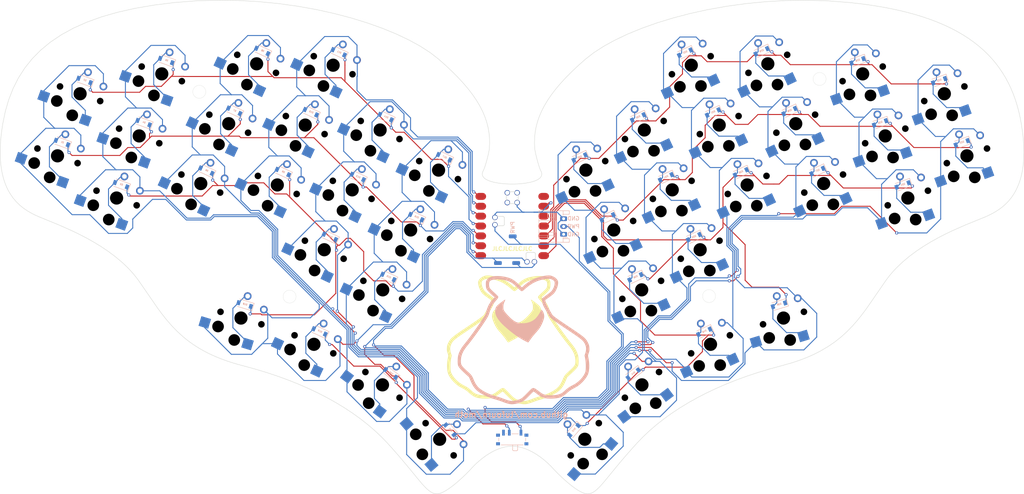
<source format=kicad_pcb>
(kicad_pcb (version 20211014) (generator pcbnew)
  (title_block (title "moth") (rev "v1.0.0") (company "Unknown"))
  (layers (0 "F.Cu" signal) (31 "B.Cu" signal) (34 "B.Paste" user) (35 "F.Paste" user) (36 "B.SilkS" user "B.Silkscreen") (37 "F.SilkS" user "F.Silkscreen") (38 "B.Mask" user) (39 "F.Mask" user) (44 "Edge.Cuts" user))
  (net 0 "")
  (net 1 "ROW1")
  (net 2 "ROW0")
  (net 3 "Net-(D2-Pad2)")
  (net 4 "ROW2")
  (net 5 "Net-(D5-Pad2)")
  (net 6 "Net-(D8-Pad2)")
  (net 7 "Net-(D11-Pad2)")
  (net 8 "Net-(D14-Pad2)")
  (net 9 "Net-(D17-Pad2)")
  (net 10 "ROW6")
  (net 11 "Net-(D20-Pad2)")
  (net 12 "Net-(D21-Pad2)")
  (net 13 "ROW4")
  (net 14 "ROW3")
  (net 15 "ROW5")
  (net 16 "Net-(D27-Pad2)")
  (net 17 "Net-(D30-Pad2)")
  (net 18 "COL0")
  (net 19 "COL1")
  (net 20 "COL2")
  (net 21 "COL3")
  (net 22 "COL4")
  (net 23 "COL5")
  (net 24 "Net-(U1-Pad19)")
  (net 26 "Net-(SW1-Pad2)")
  (net 27 "GND")
  (net 33 "Net-(D1-Pad2)")
  (net 34 "Net-(D3-Pad2)")
  (net 35 "Net-(D4-Pad2)")
  (net 36 "Net-(D6-Pad2)")
  (net 37 "Net-(D7-Pad2)")
  (net 38 "Net-(D9-Pad2)")
  (net 39 "Net-(D10-Pad2)")
  (net 40 "Net-(D12-Pad2)")
  (net 41 "Net-(D13-Pad2)")
  (net 42 "Net-(D15-Pad2)")
  (net 43 "Net-(D16-Pad2)")
  (net 44 "Net-(D18-Pad2)")
  (net 45 "Net-(D19-Pad2)")
  (net 46 "Net-(D22-Pad2)")
  (net 47 "Net-(D23-Pad2)")
  (net 48 "Net-(D24-Pad2)")
  (net 49 "Net-(D25-Pad2)")
  (net 50 "Net-(D26-Pad2)")
  (net 51 "Net-(D28-Pad2)")
  (net 52 "Net-(D29-Pad2)")
  (net 53 "Net-(D31-Pad2)")
  (net 54 "Net-(D32-Pad2)")
  (net 55 "Net-(D33-Pad2)")
  (net 56 "Net-(D34-Pad2)")
  (net 57 "Net-(D35-Pad2)")
  (net 58 "Net-(D36-Pad2)")
  (net 59 "Net-(D37-Pad2)")
  (net 60 "Net-(D38-Pad2)")
  (net 61 "Net-(D39-Pad2)")
  (net 62 "Net-(D40-Pad2)")
  (net 63 "Net-(D41-Pad2)")
  (net 64 "Net-(D42-Pad2)")
  (footprint "pg1350:pg1350-B" (layer "F.Cu") (at 249.284969 103.903793 25)
    (fp_text reference "S32" hide)
    (fp_text value "Choc")
  )
  (footprint "tufourn-components:D_SOD-123-back" (layer "F.Cu") (at 124.403903 131.461407 155)
    (fp_text reference "D6")
    (fp_text value "1N4148")
  )
  (footprint "pg1350:pg1350-B" (layer "F.Cu") (at 169.202389 120.574 -25)
    (fp_text reference "S14" hide)
    (fp_text value "Choc")
  )
  (footprint "tufourn-components:D_SOD-123-back" (layer "F.Cu") (at 134.327808 165.914565 163)
    (fp_text reference "D18")
    (fp_text value "1N4148")
  )
  (footprint "pg1350:pg1350-B" (layer "F.Cu") (at 305.014343 138.08036 20)
    (fp_text reference "S24" hide)
    (fp_text value "Choc")
  )
  (footprint "pg1350:pg1350-B" (layer "F.Cu") (at 152.168335 175.7339 -25)
    (fp_text reference "S19" hide)
    (fp_text value "Choc")
  )
  (footprint "pg1350:pg1350-B" (layer "F.Cu") (at 91.995634 111.25076 -20)
    (fp_text reference "S2" hide)
    (fp_text value "Choc")
  )
  (footprint "tufourn-components:D_SOD-123-back" (layer "F.Cu") (at 247.932591 101.003608 -155)
    (fp_text reference "D32")
    (fp_text value "1N4148")
  )
  (footprint "pg1350:pg1350-B" (layer "F.Cu") (at 320.218709 127.225534 20)
    (fp_text reference "S22" hide)
    (fp_text value "Choc")
  )
  (footprint "tufourn-components:D_SOD-123-back" (layer "F.Cu") (at 227.984058 143.407099 -155)
    (fp_text reference "D37")
    (fp_text value "1N4148")
  )
  (footprint "tufourn-components:D_SOD-123-back" (layer "F.Cu") (at 303.919878 135.073344 -160)
    (fp_text reference "D24")
    (fp_text value "1N4148")
  )
  (footprint "pg1350:pg1350-B" (layer "F.Cu") (at 149.930521 119.311026 -25)
    (fp_text reference "S10" hide)
    (fp_text value "Choc")
  )
  (footprint "tufourn-components:D_SOD-123-back" (layer "F.Cu") (at 219.461448 198.069259 -131)
    (fp_text reference "D42")
    (fp_text value "1N4148")
  )
  (footprint "LOGO" (layer "F.Cu") (at 204.724 175.26)
    (fp_text reference "G***" hide)
    (fp_text value "LOGO" hide)
  )
  (footprint "tufourn-components:D_SOD-123-back" (layer "F.Cu") (at 171.231432 158.814332 155)
    (fp_text reference "D15")
    (fp_text value "1N4148")
  )
  (footprint "tufourn-components:D_SOD-123-back" (layer "F.Cu") (at 274.811588 116.054174 -155)
    (fp_text reference "D28")
    (fp_text value "1N4148")
  )
  (footprint "mcu:xiao-ble-smd-cutout" (layer "F.Cu") (at 203.2 145.288)
    (fp_text reference "U1" hide)
    (fp_text value "xiao-ble" hide)
    (fp_line (start -1.524 -6.4638) (end -1.524 -8.1402) (layer "Edge.Cuts") (width 0.12))
    (fp_line (start -0.8382 -5.778) (end 0.8382 -5.778) (layer "Edge.Cuts") (width 0.12))
    (fp_line (start -4.0132 -2.476) (end -2.413 -2.476) (layer "Edge.Cuts") (width 0.12))
    (fp_line (start -4.699 -0.7488) (end -4.699 -1.7902) (layer "Edge.Cuts") (width 0.12))
    (fp_line (start 3.556 8.7762) (end 3.5565 7.176) (layer "Edge.Cuts") (width 0.12))
    (fp_line (start 3.9375 6.795) (end 5.5885 6.795) (layer "Edge.Cuts") (width 0.12))
    (fp_line (start -2.032 -2.095) (end -2.032 -0.444) (layer "Edge.Cuts") (width 0.12))
    (fp_line (start 1.524 -6.4638) (end 1.524 -8.1402) (layer "Edge.Cuts") (width 0.12))
    (fp_line (start 5.9695 7.176) (end 5.969 8.7762) (layer "Edge.Cuts") (width 0.12))
    (fp_line (start -2.413 -0.063) (end -4.0132 -0.063) (layer "Edge.Cuts") (width 0.12))
    (fp_line (start -0.8382 -8.826) (end 0.8382 -8.826) (layer "Edge.Cuts") (width 0.12))
    (fp_line (start 5.2832 9.462) (end 4.2418 9.462) (layer "Edge.Cuts") (width 0.12))
    (fp_arc (start 5.2832 9.462) (mid 5.365393 8.858393) (end 5.969 8.7762) (layer "Edge.Cuts") (width 0.12))
    (fp_arc (start 1.524 -8.1402) (mid 0.920393 -8.222393) (end 0.8382 -8.826) (layer "Edge.Cuts") (width 0.12))
    (fp_arc (start -2.032 -0.444) (mid -2.143592 -0.174592) (end -2.413 -0.063) (layer "Edge.Cuts") (width 0.12))
    (fp_arc (start 0.8382 -5.778) (mid 0.920391 -6.381609) (end 1.524 -6.4638) (layer "Edge.Cuts") (width 0.12))
    (fp_arc (start -1.524 -6.4638) (mid -0.920391 -6.381609) (end -0.8382 -5.778) (layer "Edge.Cuts") (width 0.12))
    (fp_arc (start -4.0132 -2.476) (mid -4.095391 -1.872391) (end -4.699 -1.7902) (layer "Edge.Cuts") (width 0.12))
    (fp_arc (start -0.8382 -8.826) (mid -0.920391 -8.222391) (end -1.524 -8.1402) (layer "Edge.Cuts") (width 0.12))
    (fp_arc (start 3.556 8.7762) (mid 4.159607 8.858393) (end 4.2418 9.462) (layer "Edge.Cuts") (width 0.12))
    (fp_arc (start -4.699 -0.7488) (mid -4.095391 -0.666609) (end -4.0132 -0.063) (layer "Edge.Cuts") (width 0.12))
    (fp_arc (start 5.5885 6.795) (mid 5.857908 6.906592) (end 5.9695 7.176) (layer "Edge.Cuts") (width 0.12))
    (fp_arc (start 3.5565 7.176) (mid 3.668092 6.906592) (end 3.9375 6.795) (layer "Edge.Cuts") (width 0.12))
    (fp_arc (start -2.413 -2.476) (mid -2.143592 -2.364408) (end -2.032 -2.095) (layer "Edge.Cuts") (width 0.12))
  )
  (footprint "tufourn-components:D_SOD-123-back" (layer "F.Cu") (at 281.996098 131.461407 -155)
    (fp_text reference "D27")
    (fp_text value "1N4148")
  )
  (footprint "tufourn-components:D_SOD-123-back" (layer "F.Cu") (at 131.588413 116.054174 155)
    (fp_text reference "D7")
    (fp_text value "1N4148")
  )
  (footprint "pg1350:pg1350-B" (layer "F.Cu") (at 299.2 122.105585 20)
    (fp_text reference "S25" hide)
    (fp_text value "Choc")
  )
  (footprint "tufourn-components:D_SOD-123-back" (layer "F.Cu") (at 163.370257 133.081047 155)
    (fp_text reference "D13")
    (fp_text value "1N4148")
  )
  (footprint "tufourn-components:D_SOD-123-back" (layer "F.Cu") (at 255.117101 116.410841 -155)
    (fp_text reference "D31")
    (fp_text value "1N4148")
  )
  (footprint "pg1350:pg1350-B" (layer "F.Cu") (at 184.523482 200.168648 -49)
    (fp_text reference "S21" hide)
    (fp_text value "Choc")
  )
  (footprint "pg1350:pg1350-B" (layer "F.Cu") (at 256.46948 119.311026 25)
    (fp_text reference "S31" hide)
    (fp_text value "Choc")
  )
  (footprint "pg1350:pg1350-B" (layer "F.Cu") (at 222.151926 130.900052 25)
    (fp_text reference "S38" hide)
    (fp_text value "Choc")
  )
  (footprint "pg1350:pg1350-B" (layer "F.Cu") (at 169.879054 161.714517 -25)
    (fp_text reference "S15" hide)
    (fp_text value "Choc")
  )
  (footprint "pg1350:pg1350-B" (layer "F.Cu") (at 236.586677 186.165354 37)
    (fp_text reference "S41" hide)
    (fp_text value "Choc")
  )
  (footprint "pg1350:pg1350-B" (layer "F.Cu") (at 177.063564 146.307284 -25)
    (fp_text reference "S16" hide)
    (fp_text value "Choc")
  )
  (footprint "pg1350:pg1350-B" (layer "F.Cu") (at 107.2 122.105585 -20)
    (fp_text reference "S4" hide)
    (fp_text value "Choc")
  )
  (footprint "pg1350:pg1350-B" (layer "F.Cu") (at 133.392218 168.97474 -17)
    (fp_text reference "S18" hide)
    (fp_text value "Choc")
  )
  (footprint "pg1350:pg1350-B" (layer "F.Cu") (at 236.520947 161.714517 25)
    (fp_text reference "S36" hide)
    (fp_text value "Choc")
  )
  (footprint "tufourn-components:D_SOD-123-back" (layer "F.Cu") (at 220.799548 127.999867 -155)
    (fp_text reference "D38")
    (fp_text value "1N4148")
  )
  (footprint "pg1350:pg1350-B" (layer "F.Cu") (at 293.385658 106.130811 20)
    (fp_text reference "S26" hide)
    (fp_text value "Choc")
  )
  (footprint "tufourn-components:D_SOD-123-back" (layer "F.Cu") (at 298.105536 119.098569 -160)
    (fp_text reference "D25")
    (fp_text value "1N4148")
  )
  (footprint "pg1350:pg1350-B" (layer "F.Cu") (at 254.231666 175.7339 25)
    (fp_text reference "S40" hide)
    (fp_text value "Choc")
  )
  (footprint "tufourn-components:D_SOD-123-back" (layer "F.Cu") (at 178.415942 143.407099 155)
    (fp_text reference "D16")
    (fp_text value "1N4148")
  )
  (footprint "tufourn-components:D_SOD-123-back" (layer "F.Cu") (at 93.090098 108.243743 160)
    (fp_text reference "D2")
    (fp_text value "1N4148")
  )
  (footprint "tufourn-components:D_SOD-123-back" (layer "F.Cu") (at 170.554767 117.673815 155)
    (fp_text reference "D14")
    (fp_text value "1N4148")
  )
  (footprint "pg1350:pg1350-B" (layer "F.Cu") (at 157.115031 103.903793 -25)
    (fp_text reference "S11" hide)
    (fp_text value "Choc")
  )
  (footprint "tufourn-components:D_SOD-123-back" (layer "F.Cu") (at 114.108807 103.123795 160)
    (fp_text reference "D5")
    (fp_text value "1N4148")
  )
  (footprint "tufourn-components:D_SOD-123-back" (layer "F.Cu") (at 186.938552 198.069259 131)
    (fp_text reference "D21")
    (fp_text value "1N4148")
  )
  (footprint "pg1350:pg1350-B" (layer "F.Cu") (at 130.236035 118.954359 -25)
    (fp_text reference "S7" hide)
    (fp_text value "Choc")
  )
  (footprint "tufourn-components:D_SOD-123-back" (layer "F.Cu") (at 235.168569 158.814332 -155)
    (fp_text reference "D36")
    (fp_text value "1N4148")
  )
  (footprint "tufourn-components:D_SOD-123-back" (layer "F.Cu") (at 151.282899 116.410841 155)
    (fp_text reference "D10")
    (fp_text value "1N4148")
  )
  (footprint "pg1350:pg1350-B" (layer "F.Cu") (at 283.348476 134.361591 25)
    (fp_text reference "S27" hide)
    (fp_text value "Choc")
  )
  (footprint "pg1350:pg1350-B" (layer "F.Cu") (at 162.017879 135.981232 -25)
    (fp_text reference "S13" hide)
    (fp_text value "Choc")
  )
  (footprint "tufourn-components:D_SOD-123-back" (layer "F.Cu") (at 272.072193 165.914565 -163)
    (fp_text reference "D39")
    (fp_text value "1N4148")
  )
  (footprint "tufourn-components:D_SOD-123-back" (layer "F.Cu") (at 153.520713 172.833715 155)
    (fp_text reference "D19")
    (fp_text value "1N4148")
  )
  (footprint "pg1350:pg1350-B" (layer "F.Cu") (at 237.197612 120.574 25)
    (fp_text reference "S35" hide)
    (fp_text value "Choc")
  )
  (footprint "pg1350:pg1350-B" (layer "F.Cu") (at 137.420545 103.547127 -25)
    (fp_text reference "S8" hide)
    (fp_text value "Choc")
  )
  (footprint "pg1350:pg1350-B" (layer "F.Cu") (at 184.248074 130.900052 -25)
    (fp_text reference "S17" hide)
    (fp_text value "Choc")
  )
  (footprint "pg1350:pg1350-B" (layer "F.Cu") (at 142.746011 134.718258 -25)
    (fp_text reference "S9" hide)
    (fp_text value "Choc")
  )
  (footprint "tufourn-components:D_SOD-123-back" (layer "F.Cu") (at 171.739132 183.609721 143)
    (fp_text reference "D20")
    (fp_text value "1N4148")
  )
  (footprint "pg1350:pg1350-B" (layer "F.Cu") (at 314.404367 111.25076 20)
    (fp_text reference "S23" hide)
    (fp_text value "Choc")
  )
  (footprint "pg1350:pg1350-B" (layer "F.Cu") (at 169.813324 186.165354 -37)
    (fp_text reference "S20" hide)
    (fp_text value "Choc")
  )
  (footprint "pg1350:pg1350-B" (layer "F.Cu") (at 123.051524 134.361591 -25)
    (fp_text reference "S6" hide)
    (fp_text value "Choc")
  )
  (footprint "tufourn-components:D_SOD-123-back" (layer "F.Cu") (at 87.275756 124.218518 160)
    (fp_text reference "D1")
    (fp_text value "1N4148")
  )
  (footprint "tufourn-components:D_SOD-123-back" (layer "F.Cu") (at 158.46741 101.003608 155)
    (fp_text reference "D11")
    (fp_text value "1N4148")
  )
  (footprint "tufourn-components:D_SOD-123-back" (layer "F.Cu") (at 234.660869 183.609721 -143)
    (fp_text reference "D41")
    (fp_text value "1N4148")
  )
  (footprint "tufourn-components:D_SOD-123-back" (layer "F.Cu") (at 102.480122 135.073344 160)
    (fp_text reference "D3")
    (fp_text value "1N4148")
  )
  (footprint "pg1350:pg1350-B" (layer "F.Cu") (at 276.163966 118.954359 25)
    (fp_text reference "S28" hide)
    (fp_text value "Choc")
  )
  (footprint "pg1350:pg1350-B" (layer "F.Cu") (at 268.979456 103.547127 25)
    (fp_text reference "S29" hide)
    (fp_text value "Choc")
  )
  (footprint "tufourn-components:D_SOD-123-back" (layer "F.Cu") (at 267.627077 100.646942 -155)
    (fp_text reference "D29")
    (fp_text value "1N4148")
  )
  (footprint "tufourn-components:D_SOD-123-back" (layer "F.Cu") (at 252.879288 172.833715 -155)
    (fp_text reference "D40")
    (fp_text value "1N4148")
  )
  (footprint "tufourn-components:D_SOD-123-back" (layer "F.Cu") (at 250.214254 148.48828 -155)
    (fp_text reference "D33")
    (fp_text value "1N4148")
  )
  (footprint "pg1350:pg1350-B" (layer "F.Cu") (at 154.833368 151.388465 -25)
    (fp_text reference "S12" hide)
    (fp_text value "Choc")
  )
  (footprint "tufourn-components:D_SOD-123-back" (layer "F.Cu") (at 313.309902 108.243743 -160)
    (fp_text reference "D23")
    (fp_text value "1N4148")
  )
  (footprint "tufourn-components:D_SOD-123-back" (layer "F.Cu") (at 319.124245 124.218518 -160)
    (fp_text reference "D22")
    (fp_text value "1N4148")
  )
  (footprint "LOGO" (layer "F.Cu") (at 204.724 175.26)
    (fp_text reference "G***" hide)
    (fp_text value "LOGO" hide)
  )
  (footprint "pg1350:pg1350-B" (layer "F.Cu") (at 273.007783 168.97474 17)
    (fp_text reference "S39" hide)
    (fp_text value "Choc")
  )
  (footprint "tufourn-components:D_SOD-123-back" (layer "F.Cu") (at 243.029744 133.081047 -155)
    (fp_text reference "D34")
    (fp_text value "1N4148")
  )
  (footprint "tufourn-components:D_SOD-123-back" (layer "F.Cu") (at 292.291193 103.123795 -160)
    (fp_text reference "D26")
    (fp_text value "1N4148")
  )
  (footprint "tufourn-components:D_SOD-123-back" (layer "F.Cu") (at 138.772924 100.646942 155)
    (fp_text reference "D8")
    (fp_text value "1N4148")
  )
  (footprint "pg1350:pg1350-B" (layer "F.Cu") (at 244.382122 135.981232 25)
    (fp_text reference "S34" hide)
    (fp_text value "Choc")
  )
  (footprint "pg1350:pg1350-B" (layer "F.Cu") (at 113.014343 106.130811 -20)
    (fp_text reference "S5" hide)
    (fp_text value "Choc")
  )
  (footprint "pg1350:pg1350-B" (layer "F.Cu") (at 251.566632 151.388465 25)
    (fp_text reference "S33" hide)
    (fp_text value "Choc")
  )
  (footprint "tufourn-components:D_SOD-123-back" (layer "F.Cu") (at 144.098389 131.818073 155)
    (fp_text reference "D9")
    (fp_text value "1N4148")
  )
  (footprint "tufourn-components:D_SOD-123-back" (layer "F.Cu") (at 185.600453 127.999867 155)
    (fp_text reference "D17")
    (fp_text value "1N4148")
  )
  (footprint "tufourn-components:D_SOD-123-back" (layer "F.Cu") (at 156.185747 148.48828 155)
    (fp_text reference "D12")
    (fp_text value "1N4148")
  )
  (footprint "pg1350:pg1350-B" (layer "F.Cu") (at 229.336437 146.307284 25)
    (fp_text reference "S37" hide)
    (fp_text value "Choc")
  )
  (footprint "pg1350:pg1350-B" (layer "F.Cu") (at 101.385658 138.08036 -20)
    (fp_text reference "S3" hide)
    (fp_text value "Choc")
  )
  (footprint "tufourn-components:D_SOD-123-back" (layer "F.Cu") (at 235.845233 117.673815 -155)
    (fp_text reference "D35")
    (fp_text value "1N4148")
  )
  (footprint "pg1350:pg1350-B" (layer "F.Cu") (at 221.876519 200.168648 49)
    (fp_text reference "S42" hide)
    (fp_text value "Choc")
  )
  (footprint "pg1350:pg1350-B" (layer "F.Cu") (at 86.181291 127.225534 -20)
    (fp_text reference "S1" hide)
    (fp_text value "Choc")
  )
  (footprint "tufourn-components:D_SOD-123-back" (layer "F.Cu") (at 262.301612 131.818073 -155)
    (fp_text reference "D30")
    (fp_text value "1N4148")
  )
  (footprint "pg1350:pg1350-B" (layer "F.Cu") (at 263.65399 134.718258 25)
    (fp_text reference "S30" hide)
    (fp_text value "Choc")
  )
  (footprint "tufourn-components:D_SOD-123-back" (layer "F.Cu") (at 108.294465 119.098569 160)
    (fp_text reference "D4")
    (fp_text value "1N4148")
  )
  (footprint "Connector_Wire:SolderWirePad_1x01_SMD_1x2mm" (layer "B.Cu") (at 204.216 154.813 90)
    (fp_text reference "J4" hide)
    (fp_text value "Conn_01x01")
  )
  (footprint "Connector_Wire:SolderWirePad_1x01_SMD_1x2mm" (layer "B.Cu") (at 203.327 147.955 -90)
    (fp_text reference "PWR")
    (fp_text value "Conn_01x01")
  )
  (footprint "Button_Switch_SMD:SW_SPDT_PCM12" (layer "B.Cu") (at 203.2 199.898 180)
    (fp_text reference "SW1" hide)
    (fp_text value "SW_SPDT")
  )
  (footprint "LOGO" (layer "B.Cu") (at 204.724 175.26 180)
    (fp_text reference "G***" hide)
    (fp_text value "LOGO" hide)
  )
  (footprint "LOGO" (layer "B.Cu") (at 204.724 175.26 180)
    (fp_text reference "G***" hide)
    (fp_text value "LOGO" hide)
  )
  (footprint "tufourn-components:JST_PH_S3B-PH-K_1x03_P2.00mm_Horizontal" (layer "B.Cu") (at 216.431 147.415 90)
    (fp_text reference "J1" hide)
    (fp_text value "Conn_01x03")
  )
  (footprint "Connector_Wire:SolderWirePad_1x01_SMD_1x2mm" (layer "B.Cu") (at 199.517 154.813 90)
    (fp_text reference "COL1" hide)
    (fp_text value "Conn_01x01")
  )
  (gr_poly (pts (xy 132.554362 87.24015) (xy 137.80568 87.531049) (xy 142.936727 88.028169) (xy 147.922178 88.714696) (xy 152.736709 89.573818) (xy 157.354996 90.588721) (xy 161.751716 91.742592) (xy 165.901543 93.018619) (xy 169.779155 94.399988) (xy 173.359227 95.869888) (xy 176.616435 97.411503) (xy 179.525455 99.008022) (xy 182.060963 100.642632) (xy 184.197635 102.298519) (xy 186.047004 103.935261) (xy 187.740191 105.526445) (xy 189.28125 107.076269) (xy 190.674234 108.588927) (xy 191.923198 110.068615) (xy 193.032194 111.519531) (xy 194.005277 112.945869) (xy 194.846501 114.351826) (xy 195.559918 115.741597) (xy 196.149584 117.119379) (xy 196.619551 118.489368) (xy 196.973874 119.85576) (xy 197.216605 121.22275) (xy 197.3518 122.594535) (xy 197.38351 123.97531) (xy 197.315792 125.369272) (xy 197.244035 125.858903) (xy 197.109251 126.536438) (xy 196.925006 127.339987) (xy 196.704869 128.207659) (xy 196.462408 129.077564) (xy 196.211189 129.88781) (xy 196.086536 130.251221) (xy 195.964782 130.576508) (xy 195.847623 130.855934) (xy 195.736754 131.081765) (xy 195.622578 131.326062) (xy 195.546818 131.559057) (xy 195.507787 131.78099) (xy 195.503798 131.992104) (xy 195.533165 132.192641) (xy 195.594201 132.382842) (xy 195.685219 132.56295) (xy 195.804534 132.733207) (xy 195.950457 132.893854) (xy 196.121302 133.045133) (xy 196.315383 133.187286) (xy 196.531013 133.320556) (xy 197.020173 133.561413) (xy 197.575288 133.769639) (xy 198.182866 133.947169) (xy 198.829412 134.095939) (xy 199.501434 134.217884) (xy 200.185437 134.314941) (xy 200.867928 134.389045) (xy 201.535414 134.442131) (xy 202.771396 134.492992) (xy 203.53338 134.492992) (xy 204.1303 134.476654) (xy 204.769078 134.444063) (xy 205.436241 134.393079) (xy 206.118315 134.321556) (xy 206.801824 134.227352) (xy 207.473295 134.108323) (xy 208.119252 133.962327) (xy 208.726223 133.78722) (xy 209.010877 133.688081) (xy 209.280731 133.580859) (xy 209.534102 133.465289) (xy 209.769304 133.341101) (xy 209.984653 133.208028) (xy 210.178466 133.065802) (xy 210.349057 132.914155) (xy 210.494743 132.75282) (xy 210.613838 132.581527) (xy 210.70466 132.40001) (xy 210.765524 132.208001) (xy 210.794744 132.005231) (xy 210.790638 131.791432) (xy 210.75152 131.566338) (xy 210.675706 131.329679) (xy 210.561513 131.081188) (xy 210.45077 130.847557) (xy 210.333965 130.562442) (xy 210.212761 130.233355) (xy 210.088822 129.867813) (xy 209.839391 129.057418) (xy 209.598978 128.191372) (xy 209.380889 127.329791) (xy 209.19843 126.53279) (xy 209.064907 125.860486) (xy 209.020655 125.589881) (xy 208.993627 125.372994) (xy 208.925853 123.978986) (xy 208.957415 122.598089) (xy 209.092378 121.226118) (xy 209.334811 119.858888) (xy 209.688781 118.492214) (xy 210.158355 117.121911) (xy 210.7476 115.743792) (xy 211.460584 114.353674) (xy 212.301374 112.947371) (xy 213.274038 111.520698) (xy 214.382642 110.069468) (xy 215.631254 108.589498) (xy 217.023941 107.076602) (xy 218.564771 105.526595) (xy 220.257811 103.935291) (xy 222.107128 102.298505) (xy 224.243801 100.643141) (xy 226.77931 99.009962) (xy 229.68833 97.415571) (xy 232.945539 95.876571) (xy 236.525612 94.409567) (xy 240.403224 93.031162) (xy 244.553053 91.75796) (xy 248.949773 90.606565) (xy 253.56806 89.59358) (xy 258.382591 88.735608) (xy 263.368043 88.049254) (xy 268.499089 87.551122) (xy 273.750408 87.257814) (xy 279.096674 87.185935) (xy 284.512563 87.352088) (xy 289.972753 87.772877) (xy 292.659989 88.072684) (xy 295.248756 88.418317) (xy 297.740481 88.809557) (xy 300.136597 89.246188) (xy 302.438532 89.727989) (xy 304.647717 90.254744) (xy 306.765583 90.826235) (xy 308.793558 91.442243) (xy 310.733074 92.10255) (xy 312.58556 92.806939) (xy 314.352447 93.555192) (xy 316.035165 94.34709) (xy 317.635144 95.182416) (xy 319.153813 96.060951) (xy 320.592604 96.982478) (xy 321.952946 97.946778) (xy 323.23627 98.953633) (xy 324.444005 100.002827) (xy 325.577581 101.094139) (xy 326.63843 102.227354) (xy 327.62798 103.402251) (xy 328.547663 104.618615) (xy 329.398908 105.876226) (xy 330.183145 107.174866) (xy 330.901805 108.514318) (xy 331.556318 109.894363) (xy 332.148113 111.314784) (xy 332.678621 112.775362) (xy 333.149272 114.27588) (xy 333.561496 115.816119) (xy 333.916724 117.395862) (xy 334.216385 119.01489) (xy 334.21633 119.01489) (xy 334.458941 120.615311) (xy 334.64364 122.14071) (xy 334.77279 123.593085) (xy 334.848754 124.974432) (xy 334.873896 126.286749) (xy 334.850579 127.532031) (xy 334.781167 128.712278) (xy 334.668021 129.829484) (xy 334.513506 130.885648) (xy 334.319985 131.882766) (xy 334.08982 132.822835) (xy 333.825376 133.707853) (xy 333.529015 134.539815) (xy 333.203101 135.32072) (xy 332.849996 136.052563) (xy 332.472065 136.737343) (xy 332.07167 137.377055) (xy 331.651174 137.973698) (xy 331.212941 138.529267) (xy 330.759334 139.045761) (xy 330.292716 139.525175) (xy 329.81545 139.969507) (xy 329.3299 140.380754) (xy 328.838428 140.760912) (xy 327.847174 141.435952) (xy 326.860593 142.010602) (xy 325.897592 142.500839) (xy 324.977075 142.922637) (xy 319.860381 145.002513) (xy 316.48831 146.489772) (xy 314.683816 147.356709) (xy 312.83272 148.310221) (xy 310.959298 149.353588) (xy 309.087831 150.490089) (xy 307.242594 151.723002) (xy 305.447865 153.055607) (xy 303.727923 154.491183) (xy 302.107045 156.033007) (xy 301.341342 156.844787) (xy 300.609509 157.68436) (xy 299.914581 158.552133) (xy 299.259592 159.448519) (xy 294.487423 166.372744) (xy 293.29595 167.978052) (xy 292.060875 169.527061) (xy 290.760084 171.016771) (xy 289.37146 172.444183) (xy 287.87289 173.806297) (xy 286.242258 175.100112) (xy 284.457449 176.32263) (xy 282.496349 177.47085) (xy 281.442778 178.016161) (xy 280.336841 178.541773) (xy 279.175774 179.047311) (xy 277.956812 179.532399) (xy 276.677192 179.996664) (xy 275.334147 180.439728) (xy 272.44673 181.260761) (xy 269.457913 182.070329) (xy 266.547369 182.944289) (xy 263.717473 183.881175) (xy 260.970594 184.879522) (xy 258.309106 185.937865) (xy 255.73538 187.054739) (xy 253.251788 188.228679) (xy 250.860702 189.45822) (xy 248.564494 190.741898) (xy 246.365535 192.078246) (xy 244.266199 193.465801) (xy 242.268856 194.903096) (xy 240.375879 196.388668) (xy 238.58964 197.921051) (xy 236.91251 199.49878) (xy 235.346862 201.12039) (xy 233.907496 202.711576) (xy 232.600889 204.199093) (xy 231.416927 205.583081) (xy 230.345492 206.863679) (xy 226.982721 210.954966) (xy 226.322192 211.720709) (xy 225.713497 212.383901) (xy 225.425426 212.677083) (xy 225.146521 212.94468) (xy 224.875516 213.186708) (xy 224.611147 213.403186) (xy 224.352151 213.59413) (xy 224.097262 213.759559) (xy 223.845215 213.899489) (xy 223.594747 214.013938) (xy 223.344593 214.102923) (xy 223.093489 214.166463) (xy 222.84017 214.204574) (xy 222.583371 214.217274) (xy 222.315887 214.19965) (xy 222.032428 214.148278) (xy 221.734597 214.065408) (xy 221.423999 213.953289) (xy 221.10224 213.814172) (xy 220.770923 213.650307) (xy 220.431652 213.463943) (xy 220.086033 213.25733) (xy 219.382169 212.792358) (xy 218.672165 212.273388) (xy 217.968858 211.718421) (xy 217.285086 211.145455) (xy 216.633683 210.572489) (xy 216.027487 210.017522) (xy 215.00206 209.03358) (xy 214.058489 208.073637) (xy 213.199007 207.133782) (xy 212.192465 206.167417) (xy 211.564772 205.620924) (xy 210.861665 205.055387) (xy 210.088794 204.488175) (xy 209.251811 203.93666) (xy 208.356367 203.418214) (xy 207.408112 202.950208) (xy 206.915946 202.740547) (xy 206.412697 202.550011) (xy 205.89907 202.380771) (xy 205.375773 202.234997) (xy 204.843511 202.114862) (xy 204.30299 202.022536) (xy 203.754918 201.960192) (xy 203.2 201.93) (xy 202.649273 201.956004) (xy 202.104859 202.014692) (xy 201.567491 202.103867) (xy 201.037902 202.221331) (xy 200.516823 202.364887) (xy 200.004989 202.532337) (xy 199.503131 202.721482) (xy 199.011981 202.930127) (xy 198.532272 203.156073) (xy 198.064737 203.397123) (xy 197.610108 203.651079) (xy 197.169119 203.915743) (xy 196.7425 204.188919) (xy 196.330984 204.468408) (xy 195.556196 205.037537) (xy 194.850611 205.60555) (xy 194.220092 206.154866) (xy 193.670499 206.667906) (xy 193.20769 207.127088) (xy 192.56587 207.813559) (xy 192.341512 208.073637) (xy 191.39794 209.03358) (xy 190.372514 210.017522) (xy 189.114915 211.145455) (xy 188.431142 211.718421) (xy 187.727835 212.273388) (xy 187.017832 212.792358) (xy 186.313967 213.25733) (xy 185.629078 213.650307) (xy 185.297761 213.814172) (xy 184.976001 213.953289) (xy 184.665404 214.065408) (xy 184.367573 214.148278) (xy 184.084113 214.19965) (xy 183.816629 214.217274) (xy 183.306511 214.166463) (xy 182.805253 214.013938) (xy 182.302739 213.759559) (xy 181.788853 213.403186) (xy 181.25348 212.94468) (xy 180.686503 212.383901) (xy 180.077808 211.720709) (xy 179.417279 210.954966) (xy 176.054508 206.863679) (xy 173.799111 204.199093) (xy 172.492505 202.711576) (xy 171.053139 201.12039) (xy 169.48749 199.49878) (xy 167.81036 197.921051) (xy 166.024121 196.388668) (xy 164.131144 194.903096) (xy 162.133801 193.465801) (xy 160.034465 192.078246) (xy 157.835506 190.741898) (xy 155.539298 189.45822) (xy 153.148211 188.228679) (xy 150.664619 187.054739) (xy 148.090892 185.937865) (xy 145.429404 184.879522) (xy 142.682524 183.881175) (xy 139.852626 182.944289) (xy 136.942082 182.070329) (xy 133.953263 181.260761) (xy 132.475079 180.861221) (xy 131.065847 180.439731) (xy 129.722803 179.996667) (xy 128.443182 179.532403) (xy 127.22422 179.047315) (xy 126.063153 178.541778) (xy 124.957216 178.016167) (xy 123.903645 177.470856) (xy 122.899676 176.906221) (xy 121.942544 176.322636) (xy 121.029485 175.720477) (xy 120.157734 175.100118) (xy 119.324528 174.461935) (xy 118.527101 173.806302) (xy 117.02853 172.444188) (xy 115.639905 171.016776) (xy 114.339112 169.527065) (xy 113.104037 167.978055) (xy 111.912562 166.372746) (xy 107.140388 159.448519) (xy 106.481209 158.556322) (xy 105.782622 157.692206) (xy 105.047637 156.855785) (xy 104.279261 156.046676) (xy 103.480503 155.264496) (xy 102.654372 154.508861) (xy 100.932024 153.075691) (xy 99.136285 151.744097) (xy 97.291224 150.511008) (xy 95.420908 149.373356) (xy 93.549406 148.32807) (xy 91.700786 147.372082) (xy 89.899118 146.502321) (xy 86.532905 145.009203) (xy 81.422891 142.922637) (xy 80.485611 142.500837) (xy 79.507938 142.010598) (xy 78.508639 141.435947) (xy 77.506479 140.760906) (xy 76.520225 139.969501) (xy 75.568644 139.045755) (xy 74.670501 137.973692) (xy 73.844563 136.737338) (xy 73.464535 136.052559) (xy 73.109596 135.320715) (xy 72.782092 134.539811) (xy 72.484367 133.707849) (xy 72.218769 132.822832) (xy 71.987642 131.882763) (xy 71.793332 130.885646) (xy 71.638186 129.829482) (xy 71.524549 128.712276) (xy 71.454767 127.53203) (xy 71.431186 126.286748) (xy 71.456151 124.974431) (xy 71.532008 123.593085) (xy 71.661104 122.14071) (xy 71.845783 120.615311) (xy 72.088391 119.01489) (xy 72.743282 115.816645) (xy 73.626158 112.777319) (xy 74.748461 109.898449) (xy 76.121634 107.181569) (xy 77.757115 104.628214) (xy 79.666347 102.239919) (xy 81.860771 100.018218) (xy 84.351829 97.964646) (xy 87.15096 96.080738) (xy 90.269607 94.36803) (xy 93.719211 92.828055) (xy 97.511212 91.462348) (xy 101.657052 90.272445) (xy 106.168172 89.25988) (xy 111.056013 88.426188) (xy 116.332017 87.772904) (xy 121.792206 87.344264) (xy 127.208096 87.172284)) (layer "Edge.Cuts") (width 0.1) (fill none))
  (gr_circle (center 145.903576 163.449) (end 146.157576 161.798) (layer "Edge.Cuts") (width 0.05) (fill none))
  (gr_circle (center 253.853576 163.322) (end 254.107576 161.671) (layer "Edge.Cuts") (width 0.05) (fill none))
  (gr_circle (center 122.662576 110.744) (end 122.916576 109.093) (layer "Edge.Cuts") (width 0.05) (fill none))
  (gr_circle (center 282.301576 107.442) (end 282.555576 105.791) (layer "Edge.Cuts") (width 0.05) (fill none))
  (gr_text "github.com/tufourn/moth" (at 202.946 193.802) (layer "B.SilkS") (effects (font (size 1.5 1.5) (thickness 0.3)) (justify mirror)))
  (gr_text "JLCJLCJLCJLC" (at 203.2 151.13) (layer "F.SilkS") (effects (font (size 1 1) (thickness 0.2))))
  (segment (start 110.370762 122.166238) (end 130.055762 122.166238) (width 0.254) (layer "F.Cu") (net 1))
  (segment (start 133.35 122.555) (end 149.733 122.555) (width 0.254) (layer "F.Cu") (net 1))
  (segment (start 102.235 127.127) (end 104.267 125.095) (width 0.254) (layer "F.Cu") (net 1))
  (segment (start 193.169188 146.428812) (end 193.230852 146.428812) (width 0.254) (layer "F.Cu") (net 1))
  (segment (start 89.154 126.365) (end 89.916 127.127) (width 0.254) (layer "F.Cu") (net 1))
  (segment (start 130.055762 122.166238) (end 132.961238 122.166238) (width 0.254) (layer "F.Cu") (net 1))
  (segment (start 149.733 122.555) (end 153.162 119.126) (width 0.254) (layer "F.Cu") (net 1))
  (segment (start 178.643283 144.226283) (end 179.578 145.161) (width 0.254) (layer "F.Cu") (net 1))
  (segment (start 130.055762 122.166238) (end 132.461 119.761) (width 0.254) (layer "F.Cu") (net 1))
  (segment (start 153.162 119.126) (end 153.162 118.491) (width 0.254) (layer "F.Cu") (net 1))
  (segment (start 174.664122 144.226283) (end 178.643283 144.226283) (width 0.254) (layer "F.Cu") (net 1))
  (segment (start 110.363 121.031) (end 109.855 121.539) (width 0.254) (layer "F.Cu") (net 1))
  (segment (start 132.461 119.761) (end 133.223 118.999) (width 0.254) (layer "F.Cu") (net 1))
  (segment (start 132.961238 122.166238) (end 133.35 122.555) (width 0.254) (layer "F.Cu") (net 1))
  (segment (start 109.855 122.682) (end 110.370762 122.166238) (width 0.254) (layer "F.Cu") (net 1))
  (segment (start 89.916 127.127) (end 102.235 127.127) (width 0.254) (layer "F.Cu") (net 1))
  (segment (start 152.146 122.555) (end 164.846 135.255) (width 0.254) (layer "F.Cu") (net 1))
  (segment (start 193.230852 146.428812) (end 194.63004 147.828) (width 0.254) (layer "F.Cu") (net 1))
  (segment (start 149.733 122.555) (end 152.146 122.555) (width 0.254) (layer "F.Cu") (net 1))
  (segment (start 109.855 121.539) (end 109.855 122.682) (width 0.254) (layer "F.Cu") (net 1))
  (segment (start 104.267 125.095) (end 107.442 125.095) (width 0.254) (layer "F.Cu") (net 1))
  (segment (start 164.846 135.255) (end 165.692839 135.255) (width 0.254) (layer "F.Cu") (net 1))
  (segment (start 107.442 125.095) (end 109.855 122.682) (width 0.254) (layer "F.Cu") (net 1))
  (segment (start 165.692839 135.255) (end 174.664122 144.226283) (width 0.254) (layer "F.Cu") (net 1))
  (segment (start 133.223 118.999) (end 133.223 117.856) (width 0.254) (layer "F.Cu") (net 1))
  (via (at 110.363 121.031) (size 0.8) (drill 0.4) (layers "F.Cu" "B.Cu") (net 1))
  (via (at 164.846 135.255) (size 0.8) (drill 0.4) (layers "F.Cu" "B.Cu") (net 1))
  (via (at 153.162 118.491) (size 0.8) (drill 0.4) (layers "F.Cu" "B.Cu") (net 1))
  (via (at 133.223 117.856) (size 0.8) (drill 0.4) (layers "F.Cu" "B.Cu") (net 1))
  (via (at 89.154 126.365) (size 0.8) (drill 0.4) (layers "F.Cu" "B.Cu") (net 1))
  (via (at 179.578 145.161) (size 0.8) (drill 0.4) (layers "F.Cu" "B.Cu") (net 1))
  (via (at 193.169188 146.428812) (size 0.8) (drill 0.4) (layers "F.Cu" "B.Cu") (net 1))
  (segment (start 153.162 117.008653) (end 152.856723 116.703376) (width 0.254) (layer "B.Cu") (net 1))
  (segment (start 180.975 146.558) (end 179.578 145.161) (width 0.254) (layer "B.Cu") (net 1))
  (segment (start 109.887797 119.252823) (end 109.887797 120.555797) (width 0.254) (layer "B.Cu") (net 1))
  (segment (start 133.223 117.856) (end 133.223 116.407472) (width 0.254) (layer "B.Cu") (net 1))
  (segment (start 185.539948 146.558) (end 180.975 146.558) (width 0.254) (layer "B.Cu") (net 1))
  (segment (start 192.783812 146.428812) (end 190.5 144.145) (width 0.254) (layer "B.Cu") (net 1))
  (segment (start 88.869088 126.080088) (end 89.154 126.365) (width 0.254) (layer "B.Cu") (net 1))
  (segment (start 88.869088 124.372772) (end 88.869088 126.080088) (width 0.254) (layer "B.Cu") (net 1))
  (segment (start 164.846 135.255) (end 164.846 133.471663) (width 0.254) (layer "B.Cu") (net 1))
  (segment (start 133.223 116.407472) (end 133.162237 116.346709) (width 0.254) (layer "B.Cu") (net 1))
  (segment (start 193.169188 146.428812) (end 192.783812 146.428812) (width 0.254) (layer "B.Cu") (net 1))
  (segment (start 187.952947 144.145) (end 185.539948 146.558) (width 0.254) (layer "B.Cu") (net 1))
  (segment (start 164.846 133.471663) (end 164.944081 133.373582) (width 0.254) (layer "B.Cu") (net 1))
  (segment (start 179.578 144.1114) (end 179.989766 143.699634) (width 0.254) (layer "B.Cu") (net 1))
  (segment (start 109.887797 120.555797) (end 110.363 121.031) (width 0.254) (layer "B.Cu") (net 1))
  (segment (start 179.578 145.161) (end 179.578 144.1114) (width 0.254) (layer "B.Cu") (net 1))
  (segment (start 153.162 118.491) (end 153.162 117.008653) (width 0.254) (layer "B.Cu") (net 1))
  (segment (start 190.5 144.145) (end 187.952947 144.145) (width 0.254) (layer "B.Cu") (net 1))
  (segment (start 160.147 108.077) (end 172.085 120.015) (width 0.254) (layer "F.Cu") (net 2))
  (segment (start 160.147 108.077) (end 159.185672 107.115672) (width 0.254) (layer "F.Cu") (net 2))
  (segment (start 115.469079 106.780921) (end 118.69255 106.780921) (width 0.254) (layer "F.Cu") (net 2))
  (segment (start 107.315 110.871) (end 108.839 109.347) (width 0.254) (layer "F.Cu") (net 2))
  (segment (start 159.185672 107.115672) (end 141.908484 107.115672) (width 0.254) (layer "F.Cu") (net 2))
  (segment (start 141.547654 106.807) (end 141.573733 106.780921) (width 0.254) (layer "F.Cu") (net 2))
  (segment (start 115.2525 106.9975) (end 115.469079 106.780921) (width 0.254) (layer "F.Cu") (net 2))
  (segment (start 182.372 128.143) (end 185.039 128.143) (width 0.254) (layer "F.Cu") (net 2))
  (segment (start 141.573733 106.780921) (end 140.335 105.542188) (width 0.254) (layer "F.Cu") (net 2))
  (segment (start 175.387 121.158) (end 182.372 128.143) (width 0.254) (layer "F.Cu") (net 2))
  (segment (start 185.039 128.143) (end 186.817 129.921) (width 0.254) (layer "F.Cu") (net 2))
  (segment (start 160.147 103.886) (end 160.147 108.077) (width 0.254) (layer "F.Cu") (net 2))
  (segment (start 94.615 110.236) (end 95.25 110.871) (width 0.254) (layer "F.Cu") (net 2))
  (segment (start 140.335 105.542188) (end 140.335 102.362) (width 0.254) (layer "F.Cu") (net 2))
  (segment (start 108.839 109.347) (end 112.903 109.347) (width 0.254) (layer "F.Cu") (net 2))
  (segment (start 193.167 144.653) (end 193.99504 144.653) (width 0.254) (layer "F.Cu") (net 2))
  (segment (start 118.69255 106.780921) (end 118.718629 106.807) (width 0.254) (layer "F.Cu") (net 2))
  (segment (start 115.951 106.299) (end 115.951 105.029) (width 0.254) (layer "F.Cu") (net 2))
  (segment (start 160.147 103.886) (end 160.147 102.489) (width 0.254) (layer "F.Cu") (net 2))
  (segment (start 118.718629 106.807) (end 141.547654 106.807) (width 0.254) (layer "F.Cu") (net 2))
  (segment (start 173.228 121.158) (end 175.387 121.158) (width 0.254) (layer "F.Cu") (net 2))
  (segment (start 193.99504 144.653) (end 194.63004 145.288) (width 0.254) (layer "F.Cu") (net 2))
  (segment (start 141.908484 107.115672) (end 141.573733 106.780921) (width 0.254) (layer "F.Cu") (net 2))
  (segment (start 172.085 120.015) (end 173.228 121.158) (width 0.254) (layer "F.Cu") (net 2))
  (segment (start 112.903 109.347) (end 115.2525 106.9975) (width 0.254) (layer "F.Cu") (net 2))
  (segment (start 115.2525 106.9975) (end 115.951 106.299) (width 0.254) (layer "F.Cu") (net 2))
  (segment (start 95.25 110.871) (end 107.315 110.871) (width 0.254) (layer "F.Cu") (net 2))
  (via (at 115.951 105.029) (size 0.8) (drill 0.4) (layers "F.Cu" "B.Cu") (net 2))
  (via (at 186.817 129.921) (size 0.8) (drill 0.4) (layers "F.Cu" "B.Cu") (net 2))
  (via (at 172.085 120.015) (size 0.8) (drill 0.4) (layers "F.Cu" "B.Cu") (net 2))
  (via (at 140.335 102.362) (size 0.8) (drill 0.4) (layers "F.Cu" "B.Cu") (net 2))
  (via (at 160.147 102.489) (size 0.8) (drill 0.4) (layers "F.Cu" "B.Cu") (net 2))
  (via (at 193.167 144.653) (size 0.8) (drill 0.4) (layers "F.Cu" "B.Cu") (net 2))
  (via (at 94.615 110.236) (size 0.8) (drill 0.4) (layers "F.Cu" "B.Cu") (net 2))
  (segment (start 115.951 103.52691) (end 115.702139 103.278049) (width 0.254) (layer "B.Cu") (net 2))
  (segment (start 186.817 129.921) (end 186.817 128.649679) (width 0.254) (layer "B.Cu") (net 2))
  (segment (start 140.335 100.951225) (end 140.346748 100.939477) (width 0.254) (layer "B.Cu") (net 2))
  (segment (start 172.085 118.009941) (end 172.128591 117.96635) (width 0.254) (layer "B.Cu") (net 2))
  (segment (start 94.68343 110.16757) (end 94.615 110.236) (width 0.254) (layer "B.Cu") (net 2))
  (segment (start 140.335 102.362) (end 140.335 100.951225) (width 0.254) (layer "B.Cu") (net 2))
  (segment (start 193.167 144.653) (end 192.078 143.564) (width 0.254) (layer "B.Cu") (net 2))
  (segment (start 186.817 132.549584) (end 186.817 129.921) (width 0.254) (layer "B.Cu") (net 2))
  (segment (start 160.147 101.401909) (end 160.041234 101.296143) (width 0.254) (layer "B.Cu") (net 2))
  (segment (start 186.817 128.649679) (end 187.174277 128.292402) (width 0.254) (layer "B.Cu") (net 2))
  (segment (start 94.68343 108.397997) (end 94.68343 110.16757) (width 0.254) (layer "B.Cu") (net 2))
  (segment (start 172.085 120.015) (end 172.085 118.009941) (width 0.254) (layer "B.Cu") (net 2))
  (segment (start 115.951 105.029) (end 115.951 103.52691) (width 0.254) (layer "B.Cu") (net 2))
  (segment (start 192.078 143.564) (end 192.078 137.810584) (width 0.254) (layer "B.Cu") (net 2))
  (segment (start 160.147 102.489) (end 160.147 101.401909) (width 0.254) (layer "B.Cu") (net 2))
  (segment (start 192.078 137.810584) (end 186.817 132.549584) (width 0.254) (layer "B.Cu") (net 2))
  (segment (start 93.337116 118.017668) (end 93.337116 115.535222) (width 0.254) (layer "B.Cu") (net 3))
  (segment (start 93.145201 105.706574) (end 94.013553 105.706574) (width 0.254) (layer "B.Cu") (net 3))
  (segment (start 93.337116 115.535222) (end 89.914633 112.112739) (width 0.254) (layer "B.Cu") (net 3))
  (segment (start 89.914633 112.112739) (end 89.914633 108.937142) (width 0.254) (layer "B.Cu") (net 3))
  (segment (start 89.914633 108.937142) (end 91.582444 107.269331) (width 0.254) (layer "B.Cu") (net 3))
  (segment (start 91.582444 107.269331) (end 93.145201 105.706574) (width 0.254) (layer "B.Cu") (net 3))
  (segment (start 157.988 151.511) (end 157.988 150.622) (width 0.254) (layer "F.Cu") (net 4))
  (segment (start 104.521 137.287) (end 104.80747 137.57347) (width 0.254) (layer "F.Cu") (net 4))
  (segment (start 157.788 151.711) (end 157.788 162.633) (width 0.254) (layer "F.Cu") (net 4))
  (segment (start 172.085 160.782) (end 172.593 160.782) (width 0.254) (layer "F.Cu") (net 4))
  (segment (start 139.450773 134.366) (end 142.117773 137.033) (width 0.254) (layer "F.Cu") (net 4))
  (segment (start 157.988 150.622) (end 158.369 150.241) (width 0.254) (layer "F.Cu") (net 4))
  (segment (start 193.167 149.606) (end 193.86804 149.606) (width 0.254) (layer "F.Cu") (net 4))
  (segment (start 158.369 150.241) (end 146.431 138.303) (width 0.254) (layer "F.Cu") (net 4))
  (segment (start 158.75 150.241) (end 160.528 148.463) (width 0.254) (layer "F.Cu") (net 4))
  (segment (start 126.111 134.874) (end 127.508 134.874) (width 0.254) (layer "F.Cu") (net 4))
  (segment (start 145.923 137.795) (end 146.431 138.303) (width 0.254) (layer "F.Cu") (net 4))
  (segment (start 138.735092 168.12964) (end 138.499452 167.894) (width 0.254) (layer "F.Cu") (net 4))
  (segment (start 134.690865 134.168135) (end 139.248135 134.168135) (width 0.254) (layer "F.Cu") (net 4))
  (segment (start 152.29136 168.12964) (end 138.735092 168.12964) (width 0.254) (layer "F.Cu") (net 4))
  (segment (start 142.117773 137.033) (end 145.161 137.033) (width 0.254) (layer "F.Cu") (net 4))
  (segment (start 123.41153 137.57347) (end 126.111 134.874) (width 0.254) (layer "F.Cu") (net 4))
  (segment (start 145.923 133.35) (end 145.923 137.795) (width 0.254) (layer "F.Cu") (net 4))
  (segment (start 126.991713 134.357713) (end 127.508 134.874) (width 0.254) (layer "F.Cu") (net 4))
  (segment (start 133.985 134.874) (end 134.690865 134.168135) (width 0.254) (layer "F.Cu") (net 4))
  (segment (start 193.86804 149.606) (end 194.63004 150.368) (width 0.254) (layer "F.Cu") (net 4))
  (segment (start 139.248135 134.168135) (end 139.446 134.366) (width 0.254) (layer "F.Cu") (net 4))
  (segment (start 160.528 148.463) (end 161.544 148.463) (width 0.254) (layer "F.Cu") (net 4))
  (segment (start 126.991713 134.357713) (end 126.111 133.477) (width 0.254) (layer "F.Cu") (net 4))
  (segment (start 170.688 159.385) (end 172.085 160.782) (width 0.254) (layer "F.Cu") (net 4))
  (segment (start 139.446 134.366) (end 139.450773 134.366) (width 0.254) (layer "F.Cu") (net 4))
  (segment (start 157.988 151.511) (end 157.788 151.711) (width 0.254) (layer "F.Cu") (net 4))
  (segment (start 145.161 137.033) (end 146.431 138.303) (width 0.254) (layer "F.Cu") (net 4))
  (segment (start 157.788 162.633) (end 152.29136 168.12964) (width 0.254) (layer "F.Cu") (net 4))
  (segment (start 164.973 156.845) (end 167.513 159.385) (width 0.254) (layer "F.Cu") (net 4))
  (segment (start 127.508 134.874) (end 133.985 134.874) (width 0.254) (layer "F.Cu") (net 4))
  (segment (start 138.499452 167.894) (end 135.763 167.894) (width 0.254) (layer "F.Cu") (net 4))
  (segment (start 161.544 148.463) (end 164.973 151.892) (width 0.254) (layer "F.Cu") (net 4))
  (segment (start 164.973 151.892) (end 164.973 156.845) (width 0.254) (layer "F.Cu") (net 4))
  (segment (start 167.513 159.385) (end 170.688 159.385) (width 0.254) (layer "F.Cu") (net 4))
  (segment (start 104.80747 137.57347) (end 123.41153 137.57347) (width 0.254) (layer "F.Cu") (net 4))
  (segment (start 158.369 150.241) (end 158.75 150.241) (width 0.254) (layer "F.Cu") (net 4))
  (via (at 172.593 160.782) (size 0.8) (drill 0.4) (layers "F.Cu" "B.Cu") (net 4))
  (via (at 157.988 151.511) (size 0.8) (drill 0.4) (layers "F.Cu" "B.Cu") (net 4))
  (via (at 126.111 133.477) (size 0.8) (drill 0.4) (layers "F.Cu" "B.Cu") (net 4))
  (via (at 135.763 167.894) (size 0.8) (drill 0.4) (layers "F.Cu" "B.Cu") (net 4))
  (via (at 104.521 137.287) (size 0.8) (drill 0.4) (layers "F.Cu" "B.Cu") (net 4))
  (via (at 145.923 133.35) (size 0.8) (drill 0.4) (layers "F.Cu" "B.Cu") (net 4))
  (via (at 193.167 149.606) (size 0.8) (drill 0.4) (layers "F.Cu" "B.Cu") (net 4))
  (segment (start 157.988 151.511) (end 157.759571 151.282571) (width 0.254) (layer "B.Cu") (net 4))
  (segment (start 145.923 132.361395) (end 145.672213 132.110608) (width 0.254) (layer "B.Cu") (net 4))
  (segment (start 173.863 162.052) (end 172.593 160.782) (width 0.254) (layer "B.Cu") (net 4))
  (segment (start 157.759571 151.282571) (end 157.759571 148.780815) (width 0.254) (layer "B.Cu") (net 4))
  (segment (start 180.086 159.512) (end 177.546 162.052) (width 0.254) (layer "B.Cu") (net 4))
  (segment (start 193.167 147.454052) (end 190.311948 144.599) (width 0.254) (layer "B.Cu") (net 4))
  (segment (start 172.593 160.782) (end 172.593 159.319123) (width 0.254) (layer "B.Cu") (net 4))
  (segment (start 172.593 159.319123) (end 172.805256 159.106867) (width 0.254) (layer "B.Cu") (net 4))
  (segment (start 126.111 133.477) (end 126.111 131.887215) (width 0.254) (layer "B.Cu") (net 4))
  (segment (start 135.927029 167.729971) (end 135.763 167.894) (width 0.254) (layer "B.Cu") (net 4))
  (segment (start 188.141 144.599) (end 180.086 152.654) (width 0.254) (layer "B.Cu") (net 4))
  (segment (start 104.073454 135.227598) (end 104.073454 136.839454) (width 0.254) (layer "B.Cu") (net 4))
  (segment (start 190.311948 144.599) (end 188.141 144.599) (width 0.254) (layer "B.Cu") (net 4))
  (segment (start 104.073454 136.839454) (end 104.521 137.287) (width 0.254) (layer "B.Cu") (net 4))
  (segment (start 145.923 133.35) (end 145.923 132.361395) (width 0.254) (layer "B.Cu") (net 4))
  (segment (start 180.086 152.654) (end 180.086 159.512) (width 0.254) (layer "B.Cu") (net 4))
  (segment (start 177.546 162.052) (end 173.863 162.052) (width 0.254) (layer "B.Cu") (net 4))
  (segment (start 193.167 149.606) (end 193.167 147.454052) (width 0.254) (layer "B.Cu") (net 4))
  (segment (start 126.111 131.887215) (end 125.977727 131.753942) (width 0.254) (layer "B.Cu") (net 4))
  (segment (start 135.927029 165.985219) (end 135.927029 167.729971) (width 0.254) (layer "B.Cu") (net 4))
  (segment (start 112.601153 102.149383) (end 114.163911 100.586625) (width 0.254) (layer "B.Cu") (net 5))
  (segment (start 114.163911 100.586625) (end 115.032262 100.586625) (width 0.254) (layer "B.Cu") (net 5))
  (segment (start 112.601153 102.149383) (end 110.933342 103.817194) (width 0.254) (layer "B.Cu") (net 5))
  (segment (start 110.933342 108.901342) (end 114.355825 112.323825) (width 0.254) (layer "B.Cu") (net 5))
  (segment (start 110.933342 103.817194) (end 110.933342 108.901342) (width 0.254) (layer "B.Cu") (net 5))
  (segment (start 114.355825 112.323825) (end 114.355825 112.897719) (width 0.254) (layer "B.Cu") (net 5))
  (segment (start 135.339544 106.383544) (end 138.167148 109.211148) (width 0.254) (layer "B.Cu") (net 6))
  (segment (start 138.700859 98.199911) (end 139.913993 98.199911) (width 0.254) (layer "B.Cu") (net 6))
  (segment (start 137.355933 99.544837) (end 135.339544 101.561226) (width 0.254) (layer "B.Cu") (net 6))
  (segment (start 135.339544 101.561226) (end 135.339544 106.383544) (width 0.254) (layer "B.Cu") (net 6))
  (segment (start 137.355933 99.544837) (end 138.700859 98.199911) (width 0.254) (layer "B.Cu") (net 6))
  (segment (start 138.167148 109.211148) (end 138.167148 110.405203) (width 0.254) (layer "B.Cu") (net 6))
  (segment (start 157.861634 109.093634) (end 157.861634 110.761869) (width 0.254) (layer "B.Cu") (net 7))
  (segment (start 157.050419 99.901503) (end 155.03403 101.917892) (width 0.254) (layer "B.Cu") (net 7))
  (segment (start 158.395345 98.556577) (end 159.608479 98.556577) (width 0.254) (layer "B.Cu") (net 7))
  (segment (start 155.03403 101.917892) (end 155.03403 106.26603) (width 0.254) (layer "B.Cu") (net 7))
  (segment (start 155.03403 106.26603) (end 157.861634 109.093634) (width 0.254) (layer "B.Cu") (net 7))
  (segment (start 157.050419 99.901503) (end 158.395345 98.556577) (width 0.254) (layer "B.Cu") (net 7))
  (segment (start 167.121388 118.588098) (end 167.121388 123.170081) (width 0.254) (layer "B.Cu") (net 8))
  (segment (start 169.137776 116.57171) (end 170.482702 115.226784) (width 0.254) (layer "B.Cu") (net 8))
  (segment (start 170.482702 115.226784) (end 171.695837 115.226784) (width 0.254) (layer "B.Cu") (net 8))
  (segment (start 169.948992 125.997685) (end 169.948992 127.432076) (width 0.254) (layer "B.Cu") (net 8))
  (segment (start 167.121388 123.170081) (end 169.948992 125.997685) (width 0.254) (layer "B.Cu") (net 8))
  (segment (start 169.137776 116.57171) (end 167.121388 118.588098) (width 0.254) (layer "B.Cu") (net 8))
  (segment (start 182.167073 128.914151) (end 182.167073 133.999577) (width 0.254) (layer "B.Cu") (net 9))
  (segment (start 182.167073 133.999577) (end 184.994677 136.827181) (width 0.254) (layer "B.Cu") (net 9))
  (segment (start 184.994677 136.827181) (end 184.994677 137.758128) (width 0.254) (layer "B.Cu") (net 9))
  (segment (start 184.183462 126.897762) (end 182.167073 128.914151) (width 0.254) (layer "B.Cu") (net 9))
  (segment (start 185.528388 125.552836) (end 186.741522 125.552836) (width 0.254) (layer "B.Cu") (net 9))
  (segment (start 184.183462 126.897762) (end 185.528388 125.552836) (width 0.254) (layer "B.Cu") (net 9))
  (segment (start 229.235 157.607) (end 236.22 164.592) (width 0.254) (layer "F.Cu") (net 10))
  (segment (start 252.150665 174.871921) (end 253.667586 173.355) (width 0.254) (layer "F.Cu") (net 10))
  (segment (start 236.22 169.672) (end 239.903 173.355) (width 0.254) (layer "F.Cu") (net 10))
  (segment (start 236.855 182.245) (end 237.49 181.61) (width 0.254) (layer "F.Cu") (net 10))
  (segment (start 236.22 164.592) (end 236.22 169.672) (width 0.254) (layer "F.Cu") (net 10))
  (segment (start 248.158 181.61) (end 252.150665 177.617335) (width 0.254) (layer "F.Cu") (net 10))
  (segment (start 226.241 143.952052) (end 226.241 148.016052) (width 0.254) (layer "F.Cu") (net 10))
  (segment (start 156.21 175.768) (end 156.845 175.768) (width 0.254) (layer "F.Cu") (net 10))
  (segment (start 173.355 185.801) (end 173.355 185.547) (width 0.254) (layer "F.Cu") (net 10))
  (segment (start 222.504 195.961) (end 222.504 196.088) (width 0.254) (layer "F.Cu") (net 10))
  (segment (start 214.468 150.403) (end 214.468 141.64) (width 0.254) (layer "F.Cu") (net 10))
  (segment (start 236.855 182.245) (end 236.22 182.245) (width 0.254) (layer "F.Cu") (net 10))
  (segment (start 211.963 152.908) (end 214.468 150.403) (width 0.254) (layer "F.Cu") (net 10))
  (segment (start 169.164 181.356) (end 173.355 185.547) (width 0.254) (layer "F.Cu") (net 10))
  (segment (start 237.49 181.61) (end 248.158 181.61) (width 0.254) (layer "F.Cu") (net 10))
  (segment (start 252.150665 177.617335) (end 252.150665 174.871921) (width 0.254) (layer "F.Cu") (net 10))
  (segment (start 239.903 173.355) (end 253.667586 173.355) (width 0.254) (layer "F.Cu") (net 10))
  (segment (start 188.468 200.152) (end 188.849 199.771) (width 0.254) (layer "F.Cu") (net 10))
  (segment (start 214.468 141.64) (end 216.662 139.446) (width 0.254) (layer "F.Cu") (net 10))
  (segment (start 187.706 200.152) (end 188.468 200.152) (width 0.254) (layer "F.Cu") (net 10))
  (segment (start 162.433 181.356) (end 169.164 181.356) (width 0.254) (layer "F.Cu") (net 10))
  (segment (start 236.22 182.245) (end 222.504 195.961) (width 0.254) (layer "F.Cu") (net 10))
  (segment (start 173.99 186.436) (end 187.706 200.152) (width 0.254) (layer "F.Cu") (net 10))
  (segment (start 229.235 151.010052) (end 229.235 157.607) (width 0.254) (layer "F.Cu") (net 10))
  (segment (start 226.241 148.016052) (end 229.235 151.010052) (width 0.254) (layer "F.Cu") (net 10))
  (segment (start 221.734948 139.446) (end 226.241 143.952052) (width 0.254) (layer "F.Cu") (net 10))
  (segment (start 156.845 175.768) (end 162.433 181.356) (width 0.254) (layer "F.Cu") (net 10))
  (segment (start 253.667586 173.355) (end 255.016 173.355) (width 0.254) (layer "F.Cu") (net 10))
  (segment (start 216.662 139.446) (end 221.734948 139.446) (width 0.254) (layer "F.Cu") (net 10))
  (segment (start 211.76996 152.908) (end 211.963 152.908) (width 0.254) (layer "F.Cu") (net 10))
  (segment (start 173.99 186.436) (end 173.355 185.801) (width 0.254) (layer "F.Cu") (net 10))
  (via (at 222.504 196.088) (size 0.8) (drill 0.4) (layers "F.Cu" "B.Cu") (net 10))
  (via (at 188.849 199.771) (size 0.8) (drill 0.4) (layers "F.Cu" "B.Cu") (net 10))
  (via (at 255.016 173.355) (size 0.8) (drill 0.4) (layers "F.Cu" "B.Cu") (net 10))
  (via (at 173.355 185.547) (size 0.8) (drill 0.4) (layers "F.Cu" "B.Cu") (net 10))
  (via (at 156.21 175.768) (size 0.8) (drill 0.4) (layers "F.Cu" "B.Cu") (net 10))
  (via (at 236.855 182.245) (size 0.8) (drill 0.4) (layers "F.Cu" "B.Cu") (net 10))
  (segment (start 236.855 182.245) (end 235.770482 182.245) (width 0.254) (layer "B.Cu") (net 10))
  (segment (start 193.872 195.891) (end 215.081 195.891) (width 0.254) (layer "B.Cu") (net 10))
  (segment (start 188.257327 198.976635) (end 188.478962 198.755) (width 0.254) (layer "B.Cu") (net 10))
  (segment (start 215.081 195.891) (end 216.281 194.691) (width 0.254) (layer "B.Cu") (net 10))
  (segment (start 155.094537 173.12625) (end 155.094537 174.652537) (width 0.254) (layer "B.Cu") (net 10))
  (segment (start 188.849 199.771) (end 188.849 199.568308) (width 0.254) (layer "B.Cu") (net 10))
  (segment (start 188.849 199.568308) (end 188.257327 198.976635) (width 0.254) (layer "B.Cu") (net 10))
  (segment (start 218.23042 194.691) (end 220.176456 196.637036) (width 0.254) (layer "B.Cu") (net 10))
  (segment (start 220.176456 196.637036) (end 221.954964 196.637036) (width 0.254) (layer "B.Cu") (net 10))
  (segment (start 235.770482 182.245) (end 235.658028 182.357454) (width 0.254) (layer "B.Cu") (net 10))
  (segment (start 216.281 194.691) (end 218.23042 194.691) (width 0.254) (layer "B.Cu") (net 10))
  (segment (start 255.016 172.717116) (end 254.115018 171.816134) (width 0.254) (layer "B.Cu") (net 10))
  (segment (start 173.355 185.547) (end 173.355 184.360337) (width 0.254) (layer "B.Cu") (net 10))
  (segment (start 255.016 173.355) (end 255.016 172.717116) (width 0.254) (layer "B.Cu") (net 10))
  (segment (start 191.008 198.755) (end 193.872 195.891) (width 0.254) (layer "B.Cu") (net 10))
  (segment (start 155.094537 174.652537) (end 156.21 175.768) (width 0.254) (layer "B.Cu") (net 10))
  (segment (start 221.954964 196.637036) (end 222.504 196.088) (width 0.254) (layer "B.Cu") (net 10))
  (segment (start 188.478962 198.755) (end 191.008 198.755) (width 0.254) (layer "B.Cu") (net 10))
  (segment (start 173.355 184.360337) (end 173.217743 184.22308) (width 0.254) (layer "B.Cu") (net 10))
  (segment (start 169.117737 191.072288) (end 169.117737 193.028792) (width 0.254) (layer "B.Cu") (net 11))
  (segment (start 170.582246 182.237091) (end 167.732323 185.087014) (width 0.254) (layer "B.Cu") (net 11))
  (segment (start 167.732323 185.087014) (end 167.732323 189.686874) (width 0.254) (layer "B.Cu") (net 11))
  (segment (start 173.364033 181.453404) (end 171.365933 181.453404) (width 0.254) (layer "B.Cu") (net 11))
  (segment (start 167.732323 189.686874) (end 169.117737 191.072288) (width 0.254) (layer "B.Cu") (net 11))
  (segment (start 171.365933 181.453404) (end 170.582246 182.237091) (width 0.254) (layer "B.Cu") (net 11))
  (segment (start 185.263056 196.486094) (end 182.416107 199.333043) (width 0.254) (layer "B.Cu") (net 12))
  (segment (start 186.280527 196.2979) (end 186.092333 196.486094) (width 0.254) (layer "B.Cu") (net 12))
  (segment (start 182.416107 199.333043) (end 182.416107 206.737483) (width 0.254) (layer "B.Cu") (net 12))
  (segment (start 188.976269 196.2979) (end 186.280527 196.2979) (width 0.254) (layer "B.Cu") (net 12))
  (segment (start 186.092333 196.486094) (end 185.263056 196.486094) (width 0.254) (layer "B.Cu") (net 12))
  (segment (start 213.56 141.263896) (end 213.56 146.03796) (width 0.254) (layer "F.Cu") (net 13))
  (segment (start 252.857 122.555) (end 252.857 119.38) (width 0.254) (layer "F.Cu") (net 13))
  (segment (start 249.555 125.857) (end 252.857 122.555) (width 0.254) (layer "F.Cu") (net 13))
  (segment (start 277.114 115.951) (end 277.749 116.586) (width 0.254) (layer "F.Cu") (net 13))
  (segment (start 320.802 125.095) (end 321.183 125.095) (width 0.254) (layer "F.Cu") (net 13))
  (segment (start 260.604 119.126) (end 263.906 119.126) (width 0.254) (layer "F.Cu") (net 13))
  (segment (start 229.235 142.748) (end 226.321052 142.748) (width 0.254) (layer "F.Cu") (net 13))
  (segment (start 222.111052 138.538) (end 216.285895 138.538) (width 0.254) (layer "F.Cu") (net 13))
  (segment (start 255.397 116.84) (end 258.318 116.84) (width 0.254) (layer "F.Cu") (net 13))
  (segment (start 258.699 117.221) (end 260.604 119.126) (width 0.254) (layer "F.Cu") (net 13))
  (segment (start 249.555 131.517115) (end 249.555 125.857) (width 0.254) (layer "F.Cu") (net 13))
  (segment (start 258.699 117.221) (end 257.429 115.951) (width 0.254) (layer "F.Cu") (net 13))
  (segment (start 301.117 119.634) (end 300.482 118.999) (width 0.254) (layer "F.Cu") (net 13))
  (segment (start 231.775 143.764) (end 242.189 133.35) (width 0.254) (layer "F.Cu") (net 13))
  (segment (start 258.318 116.84) (end 258.699 117.221) (width 0.254) (layer "F.Cu") (net 13))
  (segment (start 300.482 118.999) (end 300.482 118.872) (width 0.254) (layer "F.Cu") (net 13))
  (segment (start 213.56 146.03796) (end 211.76996 147.828) (width 0.254) (layer "F.Cu") (net 13))
  (segment (start 277.749 116.586) (end 279.363801 116.586) (width 0.254) (layer "F.Cu") (net 13))
  (segment (start 216.285895 138.538) (end 213.56 141.263896) (width 0.254) (layer "F.Cu") (net 13))
  (segment (start 279.363801 116.586) (end 282.411801 119.634) (width 0.254) (layer "F.Cu") (net 13))
  (segment (start 263.906 119.126) (end 266.446 116.586) (width 0.254) (layer "F.Cu") (net 13))
  (segment (start 321.183 125.095) (end 321.31 124.968) (width 0.254) (layer "F.Cu") (net 13))
  (segment (start 242.189 133.35) (end 246.38 133.35) (width 0.254) (layer "F.Cu") (net 13))
  (segment (start 252.857 119.38) (end 255.397 116.84) (width 0.254) (layer "F.Cu") (net 13))
  (segment (start 246.38 133.35) (end 247.722115 133.35) (width 0.254) (layer "F.Cu") (net 13))
  (segment (start 230.251 143.764) (end 229.235 142.748) (width 0.254) (layer "F.Cu") (net 13))
  (segment (start 246.38 133.35) (end 245.618 132.588) (width 0.254) (layer "F.Cu") (net 13))
  (segment (start 230.251 143.764) (end 231.775 143.764) (width 0.254) (layer "F.Cu") (net 13))
  (segment (start 282.411801 119.634) (end 301.117 119.634) (width 0.254) (layer "F.Cu") (net 13))
  (segment (start 266.446 116.586) (end 279.363801 116.586) (width 0.254) (layer "F.Cu") (net 13))
  (segment (start 306.578 125.095) (end 320.802 125.095) (width 0.254) (layer "F.Cu") (net 13))
  (segment (start 301.117 119.634) (end 306.578 125.095) (width 0.254) (layer "F.Cu") (net 13))
  (segment (start 226.321052 142.748) (end 222.111052 138.538) (width 0.254) (layer "F.Cu") (net 13))
  (segment (start 247.722115 133.35) (end 249.555 131.517115) (width 0.254) (layer "F.Cu") (net 13))
  (via (at 245.618 132.588) (size 0.8) (drill 0.4) (layers "F.Cu" "B.Cu") (net 13))
  (via (at 300.482 118.872) (size 0.8) (drill 0.4) (layers "F.Cu" "B.Cu") (net 13))
  (via (at 230.251 143.764) (size 0.8) (drill 0.4) (layers "F.Cu" "B.Cu") (net 13))
  (via (at 257.429 115.951) (size 0.8) (drill 0.4) (layers "F.Cu" "B.Cu") (net 13))
  (via (at 321.31 124.968) (size 0.8) (drill 0.4) (layers "F.Cu" "B.Cu") (net 13))
  (via (at 277.114 115.951) (size 0.8) (drill 0.4) (layers "F.Cu" "B.Cu") (net 13))
  (segment (start 277.114 115.951) (end 276.961725 115.951) (width 0.254) (layer "B.Cu") (net 13))
  (segment (start 256.910571 115.951) (end 256.352831 115.39326) (width 0.254) (layer "B.Cu") (net 13))
  (segment (start 245.618 132.588) (end 244.790008 132.588) (width 0.254) (layer "B.Cu") (net 13))
  (segment (start 300.482 118.872) (end 300.104691 118.872) (width 0.254) (layer "B.Cu") (net 13))
  (segment (start 321.31 124.178549) (end 320.443961 123.31251) (width 0.254) (layer "B.Cu") (net 13))
  (segment (start 229.219788 142.389518) (end 229.219788 142.732788) (width 0.254) (layer "B.Cu") (net 13))
  (segment (start 257.429 115.951) (end 256.910571 115.951) (width 0.254) (layer "B.Cu") (net 13))
  (segment (start 321.31 124.968) (end 321.31 124.178549) (width 0.254) (layer "B.Cu") (net 13))
  (segment (start 244.790008 132.588) (end 244.265474 132.063466) (width 0.254) (layer "B.Cu") (net 13))
  (segment (start 300.104691 118.872) (end 299.425252 118.192561) (width 0.254) (layer "B.Cu") (net 13))
  (segment (start 276.961725 115.951) (end 276.047318 115.036593) (width 0.254) (layer "B.Cu") (net 13))
  (segment (start 229.219788 142.732788) (end 230.251 143.764) (width 0.254) (layer "B.Cu") (net 13))
  (segment (start 235.13342 118.237) (end 238.379 118.237) (width 0.254) (layer "F.Cu") (net 14))
  (segment (start 213.868 134.782786) (end 213.868 140.313843) (width 0.254) (layer "F.Cu") (net 14))
  (segment (start 225.48142 127.889) (end 235.13342 118.237) (width 0.254) (layer "F.Cu") (net 14))
  (segment (start 247.015 106.145095) (end 247.015 103.230782) (width 0.254) (layer "F.Cu") (net 14))
  (segment (start 223.012 127.889) (end 225.48142 127.889) (width 0.254) (layer "F.Cu") (net 14))
  (segment (start 238.379 118.237) (end 237.744 117.602) (width 0.254) (layer "F.Cu") (net 14))
  (segment (start 253.365 102.997) (end 263.652 102.997) (width 0.254) (layer "F.Cu") (net 14))
  (segment (start 295.783 103.759) (end 300.736 108.712) (width 0.254) (layer "F.Cu") (net 14))
  (segment (start 213.106 143.95196) (end 211.76996 145.288) (width 0.254) (layer "F.Cu") (net 14))
  (segment (start 213.106 141.075843) (end 213.106 143.95196) (width 0.254) (layer "F.Cu") (net 14))
  (segment (start 243.713 109.447095) (end 247.015 106.145095) (width 0.254) (layer "F.Cu") (net 14))
  (segment (start 271.145 101.346) (end 272.346523 101.346) (width 0.254) (layer "F.Cu") (net 14))
  (segment (start 247.015 103.230782) (end 248.772782 101.473) (width 0.254) (layer "F.Cu") (net 14))
  (segment (start 270.891 101.346) (end 270.002 100.457) (width 0.254) (layer "F.Cu") (net 14))
  (segment (start 248.772782 101.473) (end 250.571 101.473) (width 0.254) (layer "F.Cu") (net 14))
  (segment (start 251.841 101.473) (end 253.365 102.997) (width 0.254) (layer "F.Cu") (net 14))
  (segment (start 223.012 127.889) (end 220.761786 127.889) (width 0.254) (layer "F.Cu") (net 14))
  (segment (start 271.145 101.346) (end 270.891 101.346) (width 0.254) (layer "F.Cu") (net 14))
  (segment (start 250.571 101.473) (end 249.936 100.838) (width 0.254) (layer "F.Cu") (net 14))
  (segment (start 250.571 101.473) (end 251.841 101.473) (width 0.254) (layer "F.Cu") (net 14))
  (segment (start 274.759523 103.759) (end 295.148 103.759) (width 0.254) (layer "F.Cu") (net 14))
  (segment (start 238.379 118.237) (end 240.157 118.237) (width 0.254) (layer "F.Cu") (net 14))
  (segment (start 243.713 114.681) (end 243.713 109.447095) (width 0.254) (layer "F.Cu") (net 14))
  (segment (start 263.652 102.997) (end 265.303 101.346) (width 0.254) (layer "F.Cu") (net 14))
  (segment (start 240.157 118.237) (end 243.713 114.681) (width 0.254) (layer "F.Cu") (net 14))
  (segment (start 294.767 103.378) (end 294.767 102.997) (width 0.254) (layer "F.Cu") (net 14))
  (segment (start 272.346523 101.346) (end 274.759523 103.759) (width 0.254) (layer "F.Cu") (net 14))
  (segment (start 295.148 103.759) (end 294.767 103.378) (width 0.254) (layer "F.Cu") (net 14))
  (segment (start 220.761786 127.889) (end 213.868 134.782786) (width 0.254) (layer "F.Cu") (net 14))
  (segment (start 213.868 140.313843) (end 213.106 141.075843) (width 0.254) (layer "F.Cu") (net 14))
  (segment (start 295.148 103.759) (end 295.783 103.759) (width 0.254) (layer "F.Cu") (net 14))
  (segment (start 265.303 101.346) (end 271.145 101.346) (width 0.254) (layer "F.Cu") (net 14))
  (segment (start 300.736 108.712) (end 314.96 108.712) (width 0.254) (layer "F.Cu") (net 14))
  (via (at 237.744 117.602) (size 0.8) (drill 0.4) (layers "F.Cu" "B.Cu") (net 14))
  (via (at 314.96 108.712) (size 0.8) (drill 0.4) (layers "F.Cu" "B.Cu") (net 14))
  (via (at 270.002 100.457) (size 0.8) (drill 0.4) (layers "F.Cu" "B.Cu") (net 14))
  (via (at 294.767 102.997) (size 0.8) (drill 0.4) (layers "F.Cu" "B.Cu") (net 14))
  (via (at 249.936 100.838) (size 0.8) (drill 0.4) (layers "F.Cu" "B.Cu") (net 14))
  (via (at 223.012 127.889) (size 0.8) (drill 0.4) (layers "F.Cu" "B.Cu") (net 14))
  (segment (start 249.936 100.753706) (end 249.168321 99.986027) (width 0.254) (layer "B.Cu") (net 14))
  (segment (start 294.390122 102.997) (end 293.610909 102.217787) (width 0.254) (layer "B.Cu") (net 14))
  (segment (start 249.936 100.838) (end 249.936 100.753706) (width 0.254) (layer "B.Cu") (net 14))
  (segment (start 222.035278 126.982286) (end 222.105286 126.982286) (width 0.254) (layer "B.Cu") (net 14))
  (segment (start 294.767 102.997) (end 294.390122 102.997) (width 0.254) (layer "B.Cu") (net 14))
  (segment (start 237.744 117.602) (end 237.744 117.319271) (width 0.254) (layer "B.Cu") (net 14))
  (segment (start 237.744 117.319271) (end 237.080963 116.656234) (width 0.254) (layer "B.Cu") (net 14))
  (segment (start 269.690446 100.457) (end 268.862807 99.629361) (width 0.254) (layer "B.Cu") (net 14))
  (segment (start 314.96 108.712) (end 314.96 107.668117) (width 0.254) (layer "B.Cu") (net 14))
  (segment (start 270.002 100.457) (end 269.690446 100.457) (width 0.254) (layer "B.Cu") (net 14))
  (segment (start 222.105286 126.982286) (end 223.012 127.889) (width 0.254) (layer "B.Cu") (net 14))
  (segment (start 314.96 107.668117) (end 314.629618 107.337735) (width 0.254) (layer "B.Cu") (net 14))
  (segment (start 260.477 132.334) (end 265.557 132.334) (width 0.254) (layer "F.Cu") (net 15))
  (segment (start 253.111 148.844) (end 252.476 148.209) (width 0.254) (layer "F.Cu") (net 15))
  (segment (start 257.438296 135.372704) (end 257.556 135.255) (width 0.254) (layer "F.Cu") (net 15))
  (segment (start 285.18859 132.28059) (end 284.48 131.572) (width 0.254) (layer "F.Cu") (net 15))
  (segment (start 263.144 150.095408) (end 257.438296 144.389704) (width 0.254) (layer "F.Cu") (net 15))
  (segment (start 247.762327 149.718327) (end 248.636655 148.844) (width 0.254) (layer "F.Cu") (net 15))
  (segment (start 270.51 134.493) (end 271.907 134.493) (width 0.254) (layer "F.Cu") (net 15))
  (segment (start 227.711 148.844) (end 248.636655 148.844) (width 0.254) (layer "F.Cu") (net 15))
  (segment (start 257.438296 144.389704) (end 257.438296 135.372704) (width 0.254) (layer "F.Cu") (net 15))
  (segment (start 257.438296 145.659704) (end 257.438296 144.389704) (width 0.254) (layer "F.Cu") (net 15))
  (segment (start 253.492 148.844) (end 253.238 148.844) (width 0.254) (layer "F.Cu") (net 15))
  (segment (start 265.557 132.334) (end 264.795 131.572) (width 0.254) (layer "F.Cu") (net 15))
  (segment (start 254.254 148.844) (end 257.438296 145.659704) (width 0.254) (layer "F.Cu") (net 15))
  (segment (start 214.014 141.451948) (end 216.473948 138.992) (width 0.254) (layer "F.Cu") (net 15))
  (segment (start 274.066 132.334) (end 274.11941 132.28059) (width 0.254) (layer "F.Cu") (net 15))
  (segment (start 216.473948 138.992) (end 221.923001 138.992) (width 0.254) (layer "F.Cu") (net 15))
  (segment (start 226.695 143.764) (end 226.695 147.828) (width 0.254) (layer "F.Cu") (net 15))
  (segment (start 274.11941 132.28059) (end 285.18859 132.28059) (width 0.254) (layer "F.Cu") (net 15))
  (segment (start 253.492 148.844) (end 254.254 148.844) (width 0.254) (layer "F.Cu") (net 15))
  (segment (start 267.716 134.493) (end 270.51 134.493) (width 0.254) (layer "F.Cu") (net 15))
  (segment (start 271.78 161.036) (end 264.922 161.036) (width 0.254) (layer "F.Cu") (net 15))
  (segment (start 257.556 135.255) (end 260.477 132.334) (width 0.254) (layer "F.Cu") (net 15))
  (segment (start 271.907 134.493) (end 274.066 132.334) (width 0.254) (layer "F.Cu") (net 15))
  (segment (start 306.197 135.255) (end 306.197 135.001) (width 0.254) (layer "F.Cu") (net 15))
  (segment (start 226.695 147.828) (end 227.711 148.844) (width 0.254) (layer "F.Cu") (net 15))
  (segment (start 253.238 148.844) (end 253.111 148.844) (width 0.254) (layer "F.Cu") (net 15))
  (segment (start 238.125 158.877) (end 238.603655 158.877) (width 0.254) (layer "F.Cu") (net 15))
  (segment (start 221.923001 138.992) (end 226.695 143.764) (width 0.254) (layer "F.Cu") (net 15))
  (segment (start 288.417 135.509) (end 305.943 135.509) (width 0.254) (layer "F.Cu") (net 15))
  (segment (start 273.685 162.941) (end 271.78 161.036) (width 0.254) (layer "F.Cu") (net 15))
  (segment (start 238.603655 158.877) (end 247.762327 149.718327) (width 0.254) (layer "F.Cu") (net 15))
  (segment (start 214.014 148.12396) (end 214.014 141.451948) (width 0.254) (layer "F.Cu") (net 15))
  (segment (start 252.984 148.844) (end 253.492 148.844) (width 0.254) (layer "F.Cu") (net 15))
  (segment (start 264.795 131.572) (end 264.668 131.572) (width 0.254) (layer "F.Cu") (net 15))
  (segment (start 211.76996 150.368) (end 214.014 148.12396) (width 0.254) (layer "F.Cu") (net 15))
  (segment (start 286.893 133.985) (end 288.417 135.509) (width 0.254) (layer "F.Cu") (net 15))
  (segment (start 263.144 159.258) (end 263.144 150.095408) (width 0.254) (layer "F.Cu") (net 15))
  (segment (start 265.557 132.334) (end 267.716 134.493) (width 0.254) (layer "F.Cu") (net 15))
  (segment (start 305.943 135.509) (end 306.197 135.255) (width 0.254) (layer "F.Cu") (net 15))
  (segment (start 285.18859 132.28059) (end 286.893 133.985) (width 0.254) (layer "F.Cu") (net 15))
  (segment (start 248.636655 148.844) (end 252.984 148.844) (width 0.254) (layer "F.Cu") (net 15))
  (segment (start 264.922 161.036) (end 263.144 159.258) (width 0.254) (layer "F.Cu") (net 15))
  (via (at 273.685 162.941) (size 0.8) (drill 0.4) (layers "F.Cu" "B.Cu") (net 15))
  (via (at 252.476 148.209) (size 0.8) (drill 0.4) (layers "F.Cu" "B.Cu") (net 15))
  (via (at 284.48 131.572) (size 0.8) (drill 0.4) (layers "F.Cu" "B.Cu") (net 15))
  (via (at 306.197 135.001) (size 0.8) (drill 0.4) (layers "F.Cu" "B.Cu") (net 15))
  (via (at 264.668 131.572) (size 0.8) (drill 0.4) (layers "F.Cu" "B.Cu") (net 15))
  (via (at 238.125 158.877) (size 0.8) (drill 0.4) (layers "F.Cu" "B.Cu") (net 15))
  (segment (start 252.476 148.209) (end 252.188285 148.209) (width 0.254) (layer "B.Cu") (net 15))
  (segment (start 237.044751 157.796751) (end 238.125 158.877) (width 0.254) (layer "B.Cu") (net 15))
  (segment (start 306.073258 135.001) (end 305.239594 134.167336) (width 0.254) (layer "B.Cu") (net 15))
  (segment (start 252.188285 148.209) (end 251.449984 147.470699) (width 0.254) (layer "B.Cu") (net 15))
  (segment (start 273.685 164.831384) (end 273.437517 165.078867) (width 0.254) (layer "B.Cu") (net 15))
  (segment (start 236.404299 157.796751) (end 237.044751 157.796751) (width 0.254) (layer "B.Cu") (net 15))
  (segment (start 264.668 131.572) (end 264.30885 131.572) (width 0.254) (layer "B.Cu") (net 15))
  (segment (start 284.360002 131.572) (end 283.231828 130.443826) (width 0.254) (layer "B.Cu") (net 15))
  (segment (start 306.197 135.001) (end 306.073258 135.001) (width 0.254) (layer "B.Cu") (net 15))
  (segment (start 273.685 162.941) (end 273.685 164.831384) (width 0.254) (layer "B.Cu") (net 15))
  (segment (start 284.48 131.572) (end 284.360002 131.572) (width 0.254) (layer "B.Cu") (net 15))
  (segment (start 264.30885 131.572) (end 263.537342 130.800492) (width 0.254) (layer "B.Cu") (net 15))
  (segment (start 280.855028 129.014375) (end 280.855028 131.22445) (width 0.254) (layer "B.Cu") (net 16))
  (segment (start 283.457905 137.414) (end 288.298027 137.414) (width 0.254) (layer "B.Cu") (net 16))
  (segment (start 280.241012 134.197107) (end 283.457905 137.414) (width 0.254) (layer "B.Cu") (net 16))
  (segment (start 288.298027 137.414) (end 289.081974 138.197947) (width 0.254) (layer "B.Cu") (net 16))
  (segment (start 280.241012 131.838466) (end 280.241012 134.197107) (width 0.254) (layer "B.Cu") (net 16))
  (segment (start 280.855028 131.22445) (end 280.241012 131.838466) (width 0.254) (layer "B.Cu") (net 16))
  (segment (start 261.160542 129.371042) (end 261.160542 131.581116) (width 0.254) (layer "B.Cu") (net 17))
  (segment (start 261.160542 131.581116) (end 260.546526 132.195132) (width 0.254) (layer "B.Cu") (net 17))
  (segment (start 269.008874 138.176) (end 269.387488 138.554614) (width 0.254) (layer "B.Cu") (net 17))
  (segment (start 264.168752 138.176) (end 269.008874 138.176) (width 0.254) (layer "B.Cu") (net 17))
  (segment (start 260.546526 132.195132) (end 260.546526 134.553774) (width 0.254) (layer "B.Cu") (net 17))
  (segment (start 260.546526 134.553774) (end 264.168752 138.176) (width 0.254) (layer "B.Cu") (net 17))
  (segment (start 235.099633 176.5655) (end 235.135133 176.53) (width 0.254) (layer "F.Cu") (net 18))
  (segment (start 239.36 176.990866) (end 239.36 177.003) (width 0.254) (layer "F.Cu") (net 18))
  (segment (start 242.824 180.467) (end 244.348 180.467) (width 0.254) (layer "F.Cu") (net 18))
  (segment (start 193.167 151.892) (end 193.61404 151.892) (width 0.254) (layer "F.Cu") (net 18))
  (segment (start 235.135133 176.53) (end 238.899134 176.53) (width 0.254) (layer "F.Cu") (net 18))
  (segment (start 295.275 140.208) (end 288.002869 140.208) (width 0.254) (layer "F.Cu") (net 18))
  (segment (start 193.61404 151.892) (end 194.63004 152.908) (width 0.254) (layer "F.Cu") (net 18))
  (segment (start 238.899134 176.53) (end 239.36 176.990866) (width 0.254) (layer "F.Cu") (net 18))
  (segment (start 163.220627 174.879) (end 162.366627 175.733) (width 0.254) (layer "F.Cu") (net 18))
  (segment (start 302.133 147.066) (end 295.275 140.208) (width 0.254) (layer "F.Cu") (net 18))
  (segment (start 239.36 177.003) (end 242.824 180.467) (width 0.254) (layer "F.Cu") (net 18))
  (segment (start 288.002869 140.208) (end 286.097869 142.113) (width 0.254) (layer "F.Cu") (net 18))
  (segment (start 162.366627 175.733) (end 159.635801 175.733) (width 0.254) (layer "F.Cu") (net 18))
  (segment (start 286.097869 142.113) (end 271.78 142.113) (width 0.254) (layer "F.Cu") (net 18))
  (segment (start 159.635801 175.733) (end 158.305823 174.403022) (width 0.254) (layer "F.Cu") (net 18))
  (via (at 302.133 147.066) (size 0.8) (drill 0.4) (layers "F.Cu" "B.Cu") (net 18))
  (via (at 193.167 151.892) (size 0.8) (drill 0.4) (layers "F.Cu" "B.Cu") (net 18))
  (via (at 235.099633 176.5655) (size 0.8) (drill 0.4) (layers "F.Cu" "B.Cu") (net 18))
  (via (at 244.348 180.467) (size 0.8) (drill 0.4) (layers "F.Cu" "B.Cu") (net 18))
  (via (at 271.78 142.113) (size 0.8) (drill 0.4) (layers "F.Cu" "B.Cu") (net 18))
  (via (at 163.220627 174.879) (size 0.8) (drill 0.4) (layers "F.Cu" "B.Cu") (net 18))
  (segment (start 140.284754 167.80264) (end 139.284754 166.80264) (width 0.254) (layer "B.Cu") (net 18))
  (segment (start 315.719327 103.886) (end 317.803154 105.969827) (width 0.254) (layer "B.Cu") (net 18))
  (segment (start 263.017 161.163) (end 273.962371 161.163) (width 0.254) (layer "B.Cu") (net 18))
  (segment (start 114.038948 138.43) (end 119.337219 143.728271) (width 0.254) (layer "B.Cu") (net 18))
  (segment (start 233.623343 176.5655) (end 235.099633 176.5655) (width 0.254) (layer "B.Cu") (net 18))
  (segment (start 130.927882 178.308) (end 136.144 178.308) (width 0.254) (layer "B.Cu") (net 18))
  (segment (start 281.559 167.767) (end 277.670923 163.878923) (width 0.254) (layer "B.Cu") (net 18))
  (segment (start 136.144 178.308) (end 137.922 176.53) (width 0.254) (layer "B.Cu") (net 18))
  (segment (start 180.721 183.48679) (end 180.721 187.811844) (width 0.254) (layer "B.Cu") (net 18))
  (segment (start 180.594 161.925) (end 171.831 170.688) (width 0.254) (layer "B.Cu") (net 18))
  (segment (start 263.09 180.775) (end 263.09 177.944267) (width 0.254) (layer "B.Cu") (net 18))
  (segment (start 76.82375 129.246974) (end 89.943776 142.367) (width 0.254) (layer "B.Cu") (net 18))
  (segment (start 140.284754 174.167246) (end 140.284754 167.80264) (width 0.254) (layer "B.Cu") (net 18))
  (segment (start 271.316884 142.576116) (end 262.158779 142.576116) (width 0.254) (layer "B.Cu") (net 18))
  (segment (start 214.328789 194.075) (end 217.16079 191.243) (width 0.254) (layer "B.Cu") (net 18))
  (segment (start 260.423 158.569) (end 263.017 161.163) (width 0.254) (layer "B.Cu") (net 18))
  (segment (start 85.471 120.142) (end 90.424 120.142) (width 0.254) (layer "B.Cu") (net 18))
  (segment (start 124.080892 170.101611) (end 124.080892 171.46101) (width 0.254) (layer "B.Cu") (net 18))
  (segment (start 258.899 150.179949) (end 260.423 151.703948) (width 0.254) (layer "B.Cu") (net 18))
  (segment (start 244.348 180.467) (end 244.348 182.618948) (width 0.254) (layer "B.Cu") (net 18))
  (segment (start 82.638093 117.309093) (end 85.471 120.142) (width 0.254) (layer "B.Cu") (net 18))
  (segment (start 151.257 168.91) (end 141.392114 168.91) (width 0.254) (layer "B.Cu") (net 18))
  (segment (start 313.460521 133.729189) (end 313.460521 123.546479) (width 0.254) (layer "B.Cu") (net 18))
  (segment (start 271.78 142.113) (end 271.316884 142.576116) (width 0.254) (layer "B.Cu") (net 18))
  (segment (start 110.617 138.43) (end 114.038948 138.43) (width 0.254) (layer "B.Cu") (net 18))
  (segment (start 76.82375 127.863543) (end 76.82375 126.480112) (width 0.254) (layer "B.Cu") (net 18))
  (segment (start 141.478 146.685) (end 141.478 153.416) (width 0.254) (layer "B.Cu") (net 18))
  (segment (start 76.82375 126.480112) (end 83.161862 120.142) (width 0.254) (layer "B.Cu") (net 18))
  (segment (start 278.257 177.165) (end 281.559 173.863) (width 0.254) (layer "B.Cu") (net 18))
  (segment (start 192.44 151.165) (end 192.44 147.369104) (width 0.254) (layer "B.Cu") (net 18))
  (segment (start 186.238156 193.329) (end 190.281 193.329) (width 0.254) (layer "B.Cu") (net 18))
  (segment (start 302.133 147.066) (end 309.88 147.066) (width 0.254) (layer "B.Cu") (net 18))
  (segment (start 92.179431 121.897431) (end 92.179431 125.364803) (width 0.254) (layer "B.Cu") (net 18))
  (segment (start 95.885 104.013) (end 97.993774 106.121774) (width 0.254) (layer "B.Cu") (net 18))
  (segment (start 124.080892 171.46101) (end 130.927882 178.308) (width 0.254) (layer "B.Cu") (net 18))
  (segment (start 260.423 151.703948) (end 260.423 158.569) (width 0.254) (layer "B.Cu") (net 18))
  (segment (start 263.09 177.944267) (end 265.918482 175.115785) (width 0.254) (layer "B.Cu") (net 18))
  (segment (start 307.646179 107.770821) (end 311.531 103.886) (width 0.254) (layer "B.Cu") (net 18))
  (segment (start 246.768052 185.039) (end 258.826 185.039) (width 0.254) (layer "B.Cu") (net 18))
  (segment (start 83.161862 120.142) (end 85.471 120.142) (width 0.254) (layer "B.Cu") (net 18))
  (segment (start 142.790796 178.223796) (end 149.606 185.039) (width 0.254) (layer "B.Cu") (net 18))
  (segment (start 76.82375 127.863543) (end 76.82375 129.246974) (width 0.254) (layer "B.Cu") (net 18))
  (segment (start 174.298095 177.063885) (end 180.721 183.48679) (width 0.254) (layer "B.Cu") (net 18))
  (segment (start 171.831 170.688) (end 167.411627 170.688) (width 0.254) (layer "B.Cu") (net 18))
  (segment (start 153.543 165.481) (end 153.543 166.624) (width 0.254) (layer "B.Cu") (net 18))
  (segment (start 126.519577 142.854475) (end 137.647475 142.854475) (width 0.254) (layer "B.Cu") (net 18))
  (segment (start 82.638093 111.888769) (end 82.638093 117.309093) (width 0.254) (layer "B.Cu") (net 18))
  (segment (start 153.543 166.624) (end 151.257 168.91) (width 0.254) (layer "B.Cu") (net 18))
  (segment (start 281.559 173.863) (end 281.559 167.767) (width 0.254) (layer "B.Cu") (net 18))
  (segment (start 312.129264 122.2375) (end 314.7695 122.2375) (width 0.254) (layer "B.Cu") (net 18))
  (segment (start 142.790796 175.553918) (end 142.790796 178.223796) (width 0.254) (layer "B.Cu") (net 18))
  (segment (start 82.638093 111.888769) (end 82.638093 110.505338) (width 0.254) (layer "B.Cu") (net 18))
  (segment (start 226.064896 191.243) (end 229.397 187.910896) (width 0.254) (layer "B.Cu") (net 18))
  (segment (start 192.44 147.369104) (end 190.123896 145.053) (width 0.254) (layer "B.Cu") (net 18))
  (segment (start 258.826 185.039) (end 263.09 180.775) (width 0.254) (layer "B.Cu") (net 18))
  (segment (start 267.967697 177.165) (end 278.257 177.165) (width 0.254) (layer "B.Cu") (net 18))
  (segment (start 94.488 142.367) (end 99.314 147.193) (width 0.254) (layer "B.Cu") (net 18))
  (segment (start 89.130431 104.013) (end 95.885 104.013) (width 0.254) (layer "B.Cu") (net 18))
  (segment (start 125.645782 143.728271) (end 126.519577 142.854475) (width 0.254) (layer "B.Cu") (net 18))
  (segment (start 193.167 151.892) (end 192.44 151.165) (width 0.254) (layer "B.Cu") (net 18))
  (segment (start 90.424 120.142) (end 92.179431 121.897431) (width 0.254) (layer "B.Cu") (net 18))
  (segment (start 229.397 187.910896) (end 229.397 180.791843) (width 0.254) (layer "B.Cu") (net 18))
  (segment (start 137.647475 142.854475) (end 141.478 146.685) (width 0.254) (layer "B.Cu") (net 18))
  (segment (start 188.329052 145.053) (end 180.594 152.788052) (width 0.254) (layer "B.Cu") (net 18))
  (segment (start 217.16079 191.243) (end 226.064896 191.243) (width 0.254) (layer "B.Cu") (net 18))
  (segment (start 149.606 185.039) (end 155.194 185.039) (width 0.254) (layer "B.Cu") (net 18))
  (segment (start 158.877 174.974199) (end 158.305823 174.403022) (width 0.254) (layer "B.Cu") (net 18))
  (segment (start 97.993774 106.121774) (end 97.993774 109.390029) (width 0.254) (layer "B.Cu") (net 18))
  (segment (start 277.670923 163.878923) (end 276.678294 163.878923) (width 0.254) (layer "B.Cu") (net 18))
  (segment (start 244.348 182.618948) (end 246.768052 185.039) (width 0.254) (layer "B.Cu") (net 18))
  (segment (start 180.594 152.788052) (end 180.594 161.925) (width 0.254) (layer "B.Cu") (net 18))
  (segment (start 104.14 147.193) (end 105.537 145.796) (width 0.254) (layer "B.Cu") (net 18))
  (segment (start 164.300168 177.063885) (end 174.298095 177.063885) (width 0.254) (layer "B.Cu") (net 18))
  (segment (start 311.531 103.886) (end 315.719327 103.886) (width 0.254) (layer "B.Cu") (net 18))
  (segment (start 309.88 147.066) (end 313.460521 143.485479) (width 0.254) (layer "B.Cu") (net 18))
  (segment (start 138.898082 175.553918) (end 137.922 176.53) (width 0.254) (layer "B.Cu") (net 18))
  (segment (start 142.790796 175.553918) (end 138.898082 175.553918) (width 0.254) (layer "B.Cu") (net 18))
  (segment (start 190.281 193.329) (end 191.027 194.075) (width 0.254) (layer "B.Cu") (net 18))
  (segment (start 105.537 145.796) (end 105.537 143.51) (width 0.254) (layer "B.Cu") (net 18))
  (segment (start 307.646179 117.754415) (end 312.129264 122.2375) (width 0.254) (layer "B.Cu") (net 18))
  (segment (start 307.646179 117.754415) (end 307.646179 107.770821) (width 0.254) (layer "B.Cu") (net 18))
  (segment (start 314.7695 122.2375) (end 316.738 120.269) (width 0.254) (layer "B.Cu") (net 18))
  (segment (start 141.478 153.416) (end 153.543 165.481) (width 0.254) (layer "B.Cu") (net 18))
  (segment (start 313.460521 143.485479) (end 313.460521 133.729189) (width 0.254) (layer "B.Cu") (net 18))
  (segment (start 137.922 176.53) (end 140.284754 174.167246) (width 0.254) (layer "B.Cu") (net 18))
  (segment (start 89.943776 142.367) (end 94.488 142.367) (width 0.254) (layer "B.Cu") (net 18))
  (segment (start 265.918482 175.115785) (end 267.967697 177.165) (width 0.254) (layer "B.Cu") (net 18))
  (segment (start 273.962371 161.163) (end 276.678294 163.878923) (width 0.254) (layer "B.Cu") (net 18))
  (segment (start 163.220627 174.879) (end 163.220627 175.984344) (width 0.254) (layer "B.Cu") (net 18))
  (segment (start 99.314 147.193) (end 104.14 147.193) (width 0.254) (layer "B.Cu") (net 18))
  (segment (start 180.721 187.811844) (end 186.238156 193.329) (width 0.254) (layer "B.Cu") (net 18))
  (segment (start 141.392114 168.91) (end 139.284754 166.80264) (width 0.254) (layer "B.Cu") (net 18))
  (segment (start 163.220627 175.984344) (end 164.300168 177.063885) (width 0.254) (layer "B.Cu") (net 18))
  (segment (start 229.397 180.791843) (end 233.623343 176.5655) (width 0.254) (layer "B.Cu") (net 18))
  (segment (start 119.337219 143.728271) (end 125.645782 143.728271) (width 0.254) (layer "B.Cu") (net 18))
  (segment (start 190.123896 145.053) (end 188.329052 145.053) (width 0.254) (layer "B.Cu") (net 18))
  (segment (start 191.027 194.075) (end 214.328789 194.075) (width 0.254) (layer "B.Cu") (net 18))
  (segment (start 82.638093 110.505338) (end 89.130431 104.013) (width 0.254) (layer "B.Cu") (net 18))
  (segment (start 158.877 181.356) (end 158.877 174.974199) (width 0.254) (layer "B.Cu") (net 18))
  (segment (start 316.738 120.269) (end 321.941895 120.269) (width 0.254) (layer "B.Cu") (net 18))
  (segment (start 155.194 185.039) (end 158.877 181.356) (width 0.254) (layer "B.Cu") (net 18))
  (segment (start 105.537 143.51) (end 110.617 138.43) (width 0.254) (layer "B.Cu") (net 18))
  (segment (start 262.158779 142.576116) (end 258.899 145.835896) (width 0.254) (layer "B.Cu") (net 18))
  (segment (start 258.899 145.835896) (end 258.899 150.179949) (width 0.254) (layer "B.Cu") (net 18))
  (segment (start 321.941895 120.269) (end 323.617496 121.944601) (width 0.254) (layer "B.Cu") (net 18))
  (segment (start 167.411627 170.688) (end 163.220627 174.879) (width 0.254) (layer "B.Cu") (net 18))
  (segment (start 313.460521 123.546479) (end 314.7695 122.2375) (width 0.254) (layer "B.Cu") (net 18))
  (segment (start 173.849785 183.896) (end 176.093399 186.139614) (width 0.254) (layer "F.Cu") (net 19))
  (segment (start 169.352052 180.902) (end 172.346052 183.896) (width 0.254) (layer "F.Cu") (net 19))
  (segment (start 238.816 175.8035) (end 236.0015 175.8035) (width 0.254) (layer "F.Cu") (net 19))
  (segment (start 239.3595 175.26) (end 238.816 175.8035) (width 0.254) (layer "F.Cu") (net 19))
  (segment (start 172.346052 183.896) (end 173.849785 183.896) (width 0.254) (layer "F.Cu") (net 19))
  (segment (start 260.161086 159.385) (end 261.288608 158.257478) (width 0.254) (layer "F.Cu") (net 19))
  (segment (start 167.821 180.902) (end 169.352052 180.902) (width 0.254) (layer "F.Cu") (net 19))
  (segment (start 165.227 178.308) (end 167.821 180.902) (width 0.254) (layer "F.Cu") (net 19))
  (segment (start 165.227 176.337385) (end 165.227 178.308) (width 0.254) (layer "F.Cu") (net 19))
  (segment (start 259.08 159.385) (end 260.161086 159.385) (width 0.254) (layer "F.Cu") (net 19))
  (via (at 236.0015 175.8035) (size 0.8) (drill 0.4) (layers "F.Cu" "B.Cu") (net 19))
  (via (at 239.3595 175.26) (size 0.8) (drill 0.4) (layers "F.Cu" "B.Cu") (net 19))
  (via (at 165.227 176.337385) (size 0.8) (drill 0.4) (layers "F.Cu" "B.Cu") (net 19))
  (via (at 261.288608 158.257478) (size 0.8) (drill 0.4) (layers "F.Cu" "B.Cu") (net 19))
  (via (at 259.08 159.385) (size 0.8) (drill 0.4) (layers "F.Cu" "B.Cu") (net 19))
  (segment (start 238.875366 174.775866) (end 238.852 174.775866) (width 0.254) (layer "B.Cu") (net 19))
  (segment (start 165.227 176.337385) (end 165.4995 176.609885) (width 0.254) (layer "B.Cu") (net 19))
  (segment (start 286.62747 103.00853) (end 290.957 98.679) (width 0.254) (layer "B.Cu") (net 19))
  (segment (start 306.423703 130.81) (end 308.41313 132.799427) (width 0.254) (layer "B.Cu") (net 19))
  (segment (start 103.656802 106.76882) (end 103.656802 105.385389) (width 0.254) (layer "B.Cu") (net 19))
  (segment (start 259.807 149.803843) (end 261.331 151.327842) (width 0.254) (layer "B.Cu") (net 19))
  (segment (start 300.963135 115.189) (end 302.598787 116.824652) (width 0.254) (layer "B.Cu") (net 19))
  (segment (start 97.842459 122.743594) (end 97.842459 127.433459) (width 0.254) (layer "B.Cu") (net 19))
  (segment (start 97.842459 122.743594) (end 97.842459 121.360163) (width 0.254) (layer "B.Cu") (net 19))
  (segment (start 278.937196 142.494) (end 277.94708 143.484116) (width 0.254) (layer "B.Cu") (net 19))
  (segment (start 206.648915 154.496) (end 207.01 154.496) (width 0.254) (layer "B.Cu") (net 19))
  (segment (start 294.64 140.589) (end 288.163 140.589) (width 0.254) (layer "B.Cu") (net 19))
  (segment (start 295.91 115.189) (end 300.963135 115.189) (width 0.254) (layer "B.Cu") (net 19))
  (segment (start 191.986 147.557156) (end 191.986 151.854) (width 0.254) (layer "B.Cu") (net 19))
  (segment (start 238.09 174.013866) (end 238.09 172.388104) (width 0.254) (layer "B.Cu") (net 19))
  (segment (start 302.006 130.81) (end 306.423703 130.81) (width 0.254) (layer "B.Cu") (net 19))
  (segment (start 294.613567 98.679) (end 296.784445 100.849878) (width 0.254) (layer "B.Cu") (net 19))
  (segment (start 298.256155 144.584015) (end 298.256155 134.559845) (width 0.254) (layer "B.Cu") (net 19))
  (segment (start 110.236191 98.806) (end 116.459 98.806) (width 0.254) (layer "B.Cu") (net 19))
  (segment (start 188.517104 145.507) (end 189.935844 145.507) (width 0.254) (layer "B.Cu") (net 19))
  (segment (start 277.94708 143.484116) (end 262.534884 143.484116) (width 0.254) (layer "B.Cu") (net 19))
  (segment (start 160.678127 171.974075) (end 141.932 153.227948) (width 0.254) (layer "B.Cu") (net 19))
  (segment (start 299.72 133.096) (end 302.006 130.81) (width 0.254) (layer "B.Cu") (net 19))
  (segment (start 286.62747 112.634466) (end 291.277504 117.2845) (width 0.254) (layer "B.Cu") (net 19))
  (segment (start 261.331 155.667) (end 262.001 156.337) (width 0.254) (layer "B.Cu") (net 19))
  (segment (start 241.168104 169.31) (end 244.216104 169.31) (width 0.254) (layer "B.Cu") (net 19))
  (segment (start 137.835527 142.400475) (end 126.331524 142.400475) (width 0.254) (layer "B.Cu") (net 19))
  (segment (start 181.175 187.623792) (end 186.426208 192.875) (width 0.254) (layer "B.Cu") (net 19))
  (segment (start 290.957 98.679) (end 294.613567 98.679) (width 0.254) (layer "B.Cu") (net 19))
  (segment (start 288.163 140.589) (end 286.258 142.494) (width 0.254) (layer "B.Cu") (net 19))
  (segment (start 119.525271 143.274271) (end 112.470629 136.219629) (width 0.254) (layer "B.Cu") (net 19))
  (segment (start 291.277504 117.2845) (end 293.8145 117.2845) (width 0.254) (layer "B.Cu") (net 19))
  (segment (start 249.066 160.89) (end 250.571 159.385) (width 0.254) (layer "B.Cu") (net 19))
  (segment (start 262.534884 143.484116) (end 259.807 146.212) (width 0.254) (layer "B.Cu") (net 19))
  (segment (start 105.537 130.81) (end 107.383798 132.656798) (width 0.254) (layer "B.Cu") (net 19))
  (segment (start 239.3595 175.26) (end 238.875366 174.775866) (width 0.254) (layer "B.Cu") (net 19))
  (segment (start 141.932 153.227948) (end 141.932 146.496947) (width 0.254) (layer "B.Cu") (net 19))
  (segment (start 119.012483 101.359483) (end 119.012483 104.27008) (width 0.254) (layer "B.Cu") (net 19))
  (segment (start 298.256155 134.559845) (end 299.72 133.096) (width 0.254) (layer "B.Cu") (net 19))
  (segment (start 186.426208 192.875) (end 190.469052 192.875) (width 0.254) (layer "B.Cu") (net 19))
  (segment (start 296.928572 133.096) (end 299.72 133.096) (width 0.254) (layer "B.Cu") (net 19))
  (segment (start 113.19814 117.89714) (end 113.19814 120.244854) (width 0.254) (layer "B.Cu") (net 19))
  (segment (start 92.028117 138.718369) (end 92.028117 137.334938) (width 0.254) (layer "B.Cu") (net 19))
  (segment (start 261.331 151.327842) (end 261.331 155.667) (width 0.254) (layer "B.Cu") (net 19))
  (segment (start 97.842459 127.433459) (end 101.219 130.81) (width 0.254) (layer "B.Cu") (net 19))
  (segment (start 110.236 114.935) (end 113.19814 117.89714) (width 0.254) (layer "B.Cu") (net 19))
  (segment (start 103.656802 105.385389) (end 110.236191 98.806) (width 0.254) (layer "B.Cu") (net 19))
  (segment (start 97.842459 121.360163) (end 104.267622 114.935) (width 0.254) (layer "B.Cu") (net 19))
  (segment (start 225.876844 190.789) (end 228.943 187.722844) (width 0.254) (layer "B.Cu") (net 19))
  (segment (start 198.12 153.543) (end 205.695915 153.543) (width 0.254) (layer "B.Cu") (net 19))
  (segment (start 190.469052 192.875) (end 191.215052 193.621) (width 0.254) (layer "B.Cu") (net 19))
  (segment (start 292.441812 128.60924) (end 296.928572 133.096) (width 0.254) (layer "B.Cu") (net 19))
  (segment (start 259.807 146.212) (end 259.807 149.803843) (width 0.254) (layer "B.Cu") (net 19))
  (segment (start 176.093399 191.063601) (end 176.093399 186.139614) (width 0.254) (layer "B.Cu") (net 19))
  (segment (start 181.048 162.113052) (end 181.048 152.976104) (width 0.254) (layer "B.Cu") (net 19))
  (segment (start 181.175 183.298738) (end 181.175 187.623792) (width 0.254) (layer "B.Cu") (net 19))
  (segment (start 92.028117 137.334938) (end 98.553055 130.81) (width 0.254) (layer "B.Cu") (net 19))
  (segment (start 107.383798 132.656798) (end 107.383798 136.219629) (width 0.254) (layer "B.Cu") (net 19))
  (segment (start 160.678127 184.039605) (end 160.678127 171.974075) (width 0.254) (layer "B.Cu") (net 19))
  (segment (start 172.019052 171.142) (end 181.048 162.113052) (width 0.254) (layer "B.Cu") (net 19))
  (segment (start 228.943 180.603791) (end 233.743291 175.8035) (width 0.254) (layer "B.Cu") (net 19))
  (segment (start 293.8145 117.2845) (end 295.91 115.189) (width 0.254) (layer "B.Cu") (net 19))
  (segment (start 199.517 154.813) (end 198.247 153.543) (width 0.254) (layer "B.Cu") (net 19))
  (segment (start 286.258 142.494) (end 278.937196 142.494) (width 0.254) (layer "B.Cu") (net 19))
  (segment (start 262.001 157.545086) (end 261.288608 158.257478) (width 0.254) (layer "B.Cu") (net 19))
  (segment (start 171.577 195.58) (end 176.093399 191.063601) (width 0.254) (layer "B.Cu") (net 19))
  (segment (start 116.459 98.806) (end 119.012483 101.359483) (width 0.254) (layer "B.Cu") (net 19))
  (segment (start 112.470629 136.219629) (end 107.383798 136.219629) (width 0.254) (layer "B.Cu") (net 19))
  (segment (start 292.441812 128.60924) (end 292.441812 118.657188) (width 0.254) (layer "B.Cu") (net 19))
  (segment (start 238.09 172.388104) (end 241.168104 169.31) (width 0.254) (layer "B.Cu") (net 19))
  (segment (start 205.695915 153.543) (end 206.648915 154.496) (width 0.254) (layer "B.Cu") (net 19))
  (segment (start 191.215052 193.621) (end 214.140736 193.621) (width 0.254) (layer "B.Cu") (net 19))
  (segment (start 165.227 176.337385) (end 170.422385 171.142) (width 0.254) (layer "B.Cu") (net 19))
  (segment (start 262.001 156.337) (end 262.001 157.545086) (width 0.254) (layer "B.Cu") (net 19))
  (segment (start 292.441812 118.657188) (end 293.8145 117.2845) (width 0.254) (layer "B.Cu") (net 19))
  (segment (start 125.457729 143.274271) (end 119.525271 143.274271) (width 0.254) (layer "B.Cu") (net 19))
  (segment (start 298.256155 144.205155) (end 294.64 140.589) (width 0.254) (layer "B.Cu") (net 19))
  (segment (start 286.62747 112.634466) (end 286.62747 103.00853) (width 0.254) (layer "B.Cu") (net 19))
  (segment (start 298.256155 144.584015) (end 298.256155 144.205155) (width 0.254) (layer "B.Cu") (net 19))
  (segment (start 216.972737 190.789) (end 225.876844 190.789) (width 0.254) (layer "B.Cu") (net 19))
  (segment (start 165.4995 176.609885) (end 174.486147 176.609885) (width 0.254) (layer "B.Cu") (net 19))
  (segment (start 103.656802 112.038802) (end 106.553 114.935) (width 0.254) (layer "B.Cu") (net 19))
  (segment (start 250.571 159.385) (end 259.08 159.385) (width 0.254) (layer "B.Cu") (net 19))
  (segment (start 214.140736 193.621) (end 216.972737 190.789) (width 0.254) (layer "B.Cu") (net 19))
  (segment (start 106.553 114.935) (end 110.236 114.935) (width 0.254) (layer "B.Cu") (net 19))
  (segment (start 228.943 187.722844) (end 228.943 180.603791) (width 0.254) (layer "B.Cu") (net 19))
  (segment (start 174.486147 176.609885) (end 181.175 183.298738) (width 0.254) (layer "B.Cu") (net 19))
  (segment (start 238.852 174.775866) (end 238.09 174.013866) (width 0.254) (layer "B.Cu") (net 19))
  (segment (start 160.678127 184.039605) (end 160.678127 187.952954) (width 0.254) (layer "B.Cu") (net 19))
  (segment (start 168.305173 195.58) (end 171.577 195.58) (width 0.254) (layer "B.Cu") (net 19))
  (segment (start 170.422385 171.142) (end 172.019052 171.142) (width 0.254) (layer "B.Cu") (net 19))
  (segment (start 181.048 152.976104) (end 188.517104 145.507) (width 0.254) (layer "B.Cu") (net 19))
  (segment (start 104.267622 114.935) (end 106.553 114.935) (width 0.254) (layer "B.Cu") (net 19))
  (segment (start 141.932 146.496947) (end 137.835527 142.400475) (width 0.254) (layer "B.Cu") (net 19))
  (segment (start 103.656802 106.76882) (end 103.656802 112.038802) (width 0.254) (layer "B.Cu") (net 19))
  (segment (start 126.331524 142.400475) (end 125.457729 143.274271) (width 0.254) (layer "B.Cu") (net 19))
  (segment (start 160.678127 187.952954) (end 168.305173 195.58) (width 0.254) (layer "B.Cu") (net 19))
  (segment (start 193.675 153.543) (end 198.12 153.543) (width 0.254) (layer "B.Cu") (net 19))
  (segment (start 233.743291 175.8035) (end 236.0015 175.8035) (width 0.254) (layer "B.Cu") (net 19))
  (segment (start 244.216104 169.31) (end 249.066 164.460104) (width 0.254) (layer "B.Cu") (net 19))
  (segment (start 198.247 153.543) (end 198.12 153.543) (width 0.254) (layer "B.Cu") (net 19))
  (segment (start 249.066 164.460104) (end 249.066 160.89) (width 0.254) (layer "B.Cu") (net 19))
  (segment (start 191.986 151.854) (end 193.675 153.543) (width 0.254) (layer "B.Cu") (net 19))
  (segment (start 98.553055 130.81) (end 101.219 130.81) (width 0.254) (layer "B.Cu") (net 19))
  (segment (start 101.219 130.81) (end 105.537 130.81) (width 0.254) (layer "B.Cu") (net 19))
  (segment (start 189.935844 145.507) (end 191.986 147.557156) (width 0.254) (layer "B.Cu") (net 19))
  (segment (start 238.125 175.077) (end 235.047669 175.077) (width 0.254) (layer "F.Cu") (net 20))
  (segment (start 177.927 189.730948) (end 186.062052 197.866) (width 0.254) (layer "F.Cu") (net 20))
  (segment (start 261.1495 156.6545) (end 259.689 158.115) (width 0.254) (layer "F.Cu") (net 20))
  (segment (start 187.972134 197.866) (end 190.671674 200.56554) (width 0.254) (layer "F.Cu") (net 20))
  (segment (start 190.671674 200.56554) (end 190.671674 201.449172) (width 0.254) (layer "F.Cu") (net 20))
  (segment (start 259.689 158.115) (end 259.08 158.115) (width 0.254) (layer "F.Cu") (net 20))
  (segment (start 172.72 178.562) (end 177.927 183.769) (width 0.254) (layer "F.Cu") (net 20))
  (segment (start 186.062052 197.866) (end 187.972134 197.866) (width 0.254) (layer "F.Cu") (net 20))
  (segment (start 170.191615 178.562) (end 172.72 178.562) (width 0.254) (layer "F.Cu") (net 20))
  (segment (start 167.513 175.883385) (end 170.191615 178.562) (width 0.254) (layer "F.Cu") (net 20))
  (segment (start 177.927 183.769) (end 177.927 189.730948) (width 0.254) (layer "F.Cu") (net 20))
  (via (at 238.125 175.077) (size 0.8) (drill 0.4) (layers "F.Cu" "B.Cu") (net 20))
  (via (at 167.513 175.883385) (size 0.8) (drill 0.4) (layers "F.Cu" "B.Cu") (net 20))
  (via (at 259.08 158.115) (size 0.8) (drill 0.4) (layers "F.Cu" "B.Cu") (net 20))
  (via (at 235.047669 175.077) (size 0.8) (drill 0.4) (layers "F.Cu" "B.Cu") (net 20))
  (via (at 261.1495 156.6545) (size 0.8) (drill 0.4) (layers "F.Cu" "B.Cu") (net 20))
  (segment (start 277.182836 141.429512) (end 276.204603 140.451279) (width 0.254) (layer "B.Cu") (net 20))
  (segment (start 228.489 187.534792) (end 228.489 180.415739) (width 0.254) (layer "B.Cu") (net 20))
  (segment (start 278.892 127.381) (end 284.850536 127.381) (width 0.254) (layer "B.Cu") (net 20))
  (segment (start 191.532 152.042052) (end 195.445948 155.956) (width 0.254) (layer "B.Cu") (net 20))
  (segment (start 120.858496 124.922496) (end 122.936 127) (width 0.254) (layer "B.Cu") (net 20))
  (segment (start 190.657104 192.421) (end 191.403104 193.167) (width 0.254) (layer "B.Cu") (net 20))
  (segment (start 178.816 184.15) (end 173.609 178.943) (width 0.254) (layer "B.Cu") (net 20))
  (segment (start 276.204603 130.068397) (end 276.9235 129.3495) (width 0.254) (layer "B.Cu") (net 20))
  (segment (start 128.126873 111.506) (end 130.937 111.506) (width 0.254) (layer "B.Cu") (net 20))
  (segment (start 240.980052 168.856) (end 244.028052 168.856) (width 0.254) (layer "B.Cu") (net 20))
  (segment (start 187.198 209.169) (end 190.671674 205.695326) (width 0.254) (layer "B.Cu") (net 20))
  (segment (start 258.578318 158.616682) (end 259.08 158.115) (width 0.254) (layer "B.Cu") (net 20))
  (segment (start 129.189012 135.158012) (end 129.189012 133.030713) (width 0.254) (layer "B.Cu") (net 20))
  (segment (start 262.813816 110.615048) (end 266.816268 114.6175) (width 0.254) (layer "B.Cu") (net 20))
  (segment (start 205.359 155.956) (end 205.74 155.956) (width 0.254) (layer "B.Cu") (net 20))
  (segment (start 233.827739 175.077) (end 235.047669 175.077) (width 0.254) (layer "B.Cu") (net 20))
  (segment (start 261.1495 156.6545) (end 260.877 156.382) (width 0.254) (layer "B.Cu") (net 20))
  (segment (start 208.915 155.321) (end 208.915 154.496) (width 0.254) (layer "B.Cu") (net 20))
  (segment (start 262.346832 143.030116) (end 275.582232 143.030116) (width 0.254) (layer "B.Cu") (net 20))
  (segment (start 244.028052 168.856) (end 248.612 164.272052) (width 0.254) (layer "B.Cu") (net 20))
  (segment (start 269.998326 126.02228) (end 273.325546 129.3495) (width 0.254) (layer "B.Cu") (net 20))
  (segment (start 120.855594 127) (end 122.936 127) (width 0.254) (layer "B.Cu") (net 20))
  (segment (start 275.582232 143.030116) (end 277.182836 141.429512) (width 0.254) (layer "B.Cu") (net 20))
  (segment (start 167.513 175.883385) (end 167.7855 176.155885) (width 0.254) (layer "B.Cu") (net 20))
  (segment (start 260.877 151.515895) (end 259.353 149.991896) (width 0.254) (layer "B.Cu") (net 20))
  (segment (start 225.688792 190.335) (end 228.489 187.534792) (width 0.254) (layer "B.Cu") (net 20))
  (segment (start 181.102 209.169) (end 187.198 209.169) (width 0.254) (layer "B.Cu") (net 20))
  (segment (start 276.204603 140.451279) (end 276.204603 130.068397) (width 0.254) (layer "B.Cu") (net 20))
  (segment (start 161.132127 171.786023) (end 142.386 153.039896) (width 0.254) (layer "B.Cu") (net 20))
  (segment (start 248.612 164.272052) (end 248.612 160.201) (width 0.254) (layer "B.Cu") (net 20))
  (segment (start 266.816268 114.6175) (end 270.1925 114.6175) (width 0.254) (layer "B.Cu") (net 20))
  (segment (start 140.462 96.266) (end 143.558033 99.362033) (width 0.254) (layer "B.Cu") (net 20))
  (segment (start 248.612 160.201) (end 250.196318 158.616682) (width 0.254) (layer "B.Cu") (net 20))
  (segment (start 176.029879 196.190038) (end 176.029879 204.096879) (width 0.254) (layer "B.Cu") (net 20))
  (segment (start 143.558033 99.362033) (end 143.558033 102.216249) (width 0.254) (layer "B.Cu") (net 20))
  (segment (start 284.850536 127.381) (end 286.274066 128.80453) (width 0.254) (layer "B.Cu") (net 20))
  (segment (start 176.029879 204.096879) (end 181.102 209.169) (width 0.254) (layer "B.Cu") (net 20))
  (segment (start 167.513 174.693437) (end 170.610437 171.596) (width 0.254) (layer "B.Cu") (net 20))
  (segment (start 191.532 147.745208) (end 191.532 152.042052) (width 0.254) (layer "B.Cu") (net 20))
  (segment (start 181.629 187.43574) (end 186.61426 192.421) (width 0.254) (layer "B.Cu") (net 20))
  (segment (start 136.373523 114.324477) (end 136.373523 117.623481) (width 0.254) (layer "B.Cu") (net 20))
  (segment (start 195.445948 155.956) (end 205.74 155.956) (width 0.254) (layer "B.Cu") (net 20))
  (segment (start 172.207104 171.596) (end 181.502 162.301104) (width 0.254) (layer "B.Cu") (net 20))
  (segment (start 205.74 155.956) (end 208.28 155.956) (width 0.254) (layer "B.Cu") (net 20))
  (segment (start 167.7855 176.155885) (end 174.674199 176.155885) (width 0.254) (layer "B.Cu") (net 20))
  (segment (start 136.398 114.3) (end 136.373523 114.324477) (width 0.254) (layer "B.Cu") (net 20))
  (segment (start 189.747792 145.961) (end 191.532 147.745208) (width 0.254) (layer "B.Cu") (net 20))
  (segment (start 128.043006 108.612006) (end 130.937 111.506) (width 0.254) (layer "B.Cu") (net 20))
  (segment (start 188.705156 145.961) (end 189.747792 145.961) (width 0.254) (layer "B.Cu") (net 20))
  (segment (start 181.502 162.301104) (end 181.502 153.164156) (width 0.254) (layer "B.Cu") (net 20))
  (segment (start 176.029879 196.190038) (end 176.029879 192.270121) (width 0.254) (layer "B.Cu") (net 20))
  (segment (start 181.502 153.164156) (end 188.705156 145.961) (width 0.254) (layer "B.Cu") (net 20))
  (segment (start 126.238 127) (end 129.189012 129.951012) (width 0.254) (layer "B.Cu") (net 20))
  (segment (start 142.386 153.039896) (end 142.386 146.308894) (width 0.254) (layer "B.Cu") (net 20))
  (segment (start 273.325546 129.3495) (end 276.9235 129.3495) (width 0.254) (layer "B.Cu") (net 20))
  (segment (start 208.28 155.956) (end 208.915 155.321) (width 0.254) (layer "B.Cu") (net 20))
  (segment (start 237.636 174.588) (end 237.636 172.200052) (width 0.254) (layer "B.Cu") (net 20))
  (segment (start 270.1925 114.6175) (end 272.669 112.141) (width 0.254) (layer "B.Cu") (net 20))
  (segment (start 128.043006 103.367145) (end 135.144151 96.266) (width 0.254) (layer "B.Cu") (net 20))
  (segment (start 250.196318 158.616682) (end 258.578318 158.616682) (width 0.254) (layer "B.Cu") (net 20))
  (segment (start 265.811 96.393) (end 270.30798 96.393) (width 0.254) (layer "B.Cu") (net 20))
  (segment (start 163.611075 178.943) (end 161.132127 176.464052) (width 0.254) (layer "B.Cu") (net 20))
  (segment (start 186.61426 192.421) (end 190.657104 192.421) (width 0.254) (layer "B.Cu") (net 20))
  (segment (start 270.30798 96.393) (end 271.905046 97.990066) (width 0.254) (layer "B.Cu") (net 20))
  (segment (start 269.998326 126.02228) (end 269.020093 125.044047) (width 0.254) (layer "B.Cu") (net 20))
  (segment (start 135.144151 96.266) (end 140.462 96.266) (width 0.254) (layer "B.Cu") (net 20))
  (segment (start 269.020093 115.789907) (end 270.1925 114.6175) (width 0.254) (layer "B.Cu") (net 20))
  (segment (start 272.669 112.141) (end 277.833258 112.141) (width 0.254) (layer "B.Cu") (net 20))
  (segment (start 142.386 146.308894) (end 138.023579 141.946474) (width 0.254) (layer "B.Cu") (net 20))
  (segment (start 133.604 111.506) (end 136.398 114.3) (width 0.254) (layer "B.Cu") (net 20))
  (segment (start 261.835583 100.368417) (end 265.811 96.393) (width 0.254) (layer "B.Cu") (net 20))
  (segment (start 238.125 175.077) (end 237.636 174.588) (width 0.254) (layer "B.Cu") (net 20))
  (segment (start 228.489 180.415739) (end 233.827739 175.077) (width 0.254) (layer "B.Cu") (net 20))
  (segment (start 204.216 154.813) (end 205.359 155.956) (width 0.254) (layer "B.Cu") (net 20))
  (segment (start 128.043006 103.367145) (end 128.043006 108.612006) (width 0.254) (layer "B.Cu") (net 20))
  (segment (start 135.977475 141.946475) (end 129.189012 135.158012) (width 0.254) (layer "B.Cu") (net 20))
  (segment (start 167.513 175.883385) (end 167.513 174.693437) (width 0.254) (layer "B.Cu") (net 20))
  (segment (start 262.813816 110.615048) (end 261.835583 109.636815) (width 0.254) (layer "B.Cu") (net 20))
  (segment (start 191.403104 193.167) (end 213.952684 193.167) (width 0.254) (layer "B.Cu") (net 20))
  (segment (start 129.189012 129.951012) (end 129.189012 133.030713) (width 0.254) (layer "B.Cu") (net 20))
  (segment (start 260.877 156.382) (end 260.877 151.515895) (width 0.254) (layer "B.Cu") (net 20))
  (segment (start 173.609 178.943) (end 163.611075 178.943) (width 0.254) (layer "B.Cu") (net 20))
  (segment (start 120.858496 118.774377) (end 120.858496 124.922496) (width 0.254) (layer "B.Cu") (net 20))
  (segment (start 237.636 172.200052) (end 240.980052 168.856) (width 0.254) (layer "B.Cu") (net 20))
  (segment (start 178.816 189.484) (end 178.816 184.15) (width 0.254) (layer "B.Cu") (net 20))
  (segment (start 276.9235 129.3495) (end 278.892 127.381) (width 0.254) (layer "B.Cu") (net 20))
  (segment (start 120.858496 118.774377) (end 128.126873 111.506) (width 0.254) (layer "B.Cu") (net 20))
  (segment (start 113.673985 134.181609) (end 120.855594 127) (width 0.254) (layer "B.Cu") (net 20))
  (segment (start 261.835583 109.636815) (end 261.835583 100.368417) (width 0.254) (layer "B.Cu") (net 20))
  (segment (start 213.952684 193.167) (end 216.784684 190.335) (width 0.254) (layer "B.Cu") (net 20))
  (segment (start 161.132127 176.464052) (end 161.132127 171.786023) (width 0.254) (layer "B.Cu") (net 20))
  (segment (start 170.610437 171.596) (end 172.207104 171.596) (width 0.254) (layer "B.Cu") (net 20))
  (segment (start 190.671674 205.695326) (end 190.671674 201.449172) (width 0.254) (layer "B.Cu") (net 20))
  (segment (start 122.936 127) (end 126.238 127) (width 0.254) (layer "B.Cu") (net 20))
  (segment (start 174.674199 176.155885) (end 181.629 183.110686) (width 0.254) (layer "B.Cu") (net 20))
  (segment (start 176.029879 192.270121) (end 178.816 189.484) (width 0.254) (layer "B.Cu") (net 20))
  (segment (start 269.020093 125.044047) (end 269.020093 115.789907) (width 0.254) (layer "B.Cu") (net 20))
  (segment (start 259.353 149.991896) (end 259.353 146.023948) (width 0.254) (layer "B.Cu") (net 20))
  (segment (start 181.629 183.110686) (end 181.629 187.43574) (width 0.254) (layer "B.Cu") (net 20))
  (segment (start 138.023579 141.946474) (end 135.977475 141.946475) (width 0.254) (layer "B.Cu") (net 20))
  (segment (start 277.833258 112.141) (end 279.089556 113.397298) (width 0.254) (layer "B.Cu") (net 20))
  (segment (start 216.784684 190.335) (end 225.688792 190.335) (width 0.254) (layer "B.Cu") (net 20))
  (segment (start 130.937 111.506) (end 133.604 111.506) (width 0.254) (layer "B.Cu") (net 20))
  (segment (start 259.353 146.023948) (end 262.346832 143.030116) (width 0.254) (layer "B.Cu") (net 20))
  (segment (start 193.48704 136.525) (end 194.63004 137.668) (width 0.254) (layer "F.Cu") (net 21))
  (segment (start 156.984766 167.017766) (end 156.984766 166.611234) (width 0.254) (layer "F.Cu") (net 21))
  (segment (start 193.294 136.525) (end 193.48704 136.525) (width 0.254) (layer "F.Cu") (net 21))
  (segment (start 162.814 172.847) (end 156.984766 167.017766) (width 0.254) (layer "F.Cu") (net 21))
  (segment (start 236.0015 177.292) (end 238.633 177.292) (width 0.254) (layer "F.Cu") (net 21))
  (via (at 236.0015 177.292) (size 0.8) (drill 0.4) (layers "F.Cu" "B.Cu") (net 21))
  (via (at 238.633 177.292) (size 0.8) (drill 0.4) (layers "F.Cu" "B.Cu") (net 21))
  (via (at 156.984766 166.611234) (size 0.8) (drill 0.4) (layers "F.Cu" "B.Cu") (net 21))
  (via (at 193.294 136.525) (size 0.8) (drill 0.4) (layers "F.Cu" "B.Cu") (net 21))
  (via (at 162.814 172.847) (size 0.8) (drill 0.4) (layers "F.Cu" "B.Cu") (net 21))
  (segment (start 186.050104 193.783) (end 189.987104 193.783) (width 0.254) (layer "B.Cu") (net 21))
  (segment (start 258.571469 170.176839) (end 257.157256 170.176839) (width 0.254) (layer "B.Cu") (net 21))
  (segment (start 133.368472 134.538276) (end 140.652748 127.254) (width 0.254) (layer "B.Cu") (net 21))
  (segment (start 163.252519 106.816297) (end 163.330725 106.738091) (width 0.254) (layer "B.Cu") (net 21))
  (segment (start 140.552982 119.131044) (end 140.552982 125.058982) (width 0.254) (layer "B.Cu") (net 21))
  (segment (start 156.984766 166.611234) (end 156.59939 166.611234) (width 0.254) (layer "B.Cu") (net 21))
  (segment (start 180.232 187.964896) (end 186.050104 193.783) (width 0.254) (layer "B.Cu") (net 21))
  (segment (start 259.588 127.889) (end 265.307383 127.889) (width 0.254) (layer "B.Cu") (net 21))
  (segment (start 162.494127 175.899896) (end 164.112116 177.517885) (width 0.254) (layer "B.Cu") (net 21))
  (segment (start 248.066026 182.280026) (end 248.066026 182.801821) (width 0.254) (layer "B.Cu") (net 21))
  (segment (start 180.232 183.639842) (end 180.232 187.964896) (width 0.254) (layer "B.Cu") (net 21))
  (segment (start 189.211 122.408999) (end 178.924 122.409) (width 0.254) (layer "B.Cu") (net 21))
  (segment (start 242.141096 109.993481) (end 242.141096 100.885904) (width 0.254) (layer "B.Cu") (net 21))
  (segment (start 142.84 152.851844) (end 142.84 146.120841) (width 0.254) (layer "B.Cu") (net 21))
  (segment (start 156.068009 114.412009) (end 156.068009 117.980148) (width 0.254) (layer "B.Cu") (net 21))
  (segment (start 259.969 151.892) (end 258.445 150.368) (width 0.254) (layer "B.Cu") (net 21))
  (segment (start 265.307383 127.889) (end 266.57958 129.161197) (width 0.254) (layer "B.Cu") (net 21))
  (segment (start 153.416 111.76) (end 156.068009 114.412009) (width 0.254) (layer "B.Cu") (net 21))
  (segment (start 260.033815 171.639185) (end 259.969 171.57437) (width 0.254) (layer "B.Cu") (net 21))
  (segment (start 259.969 171.57437) (end 259.969 151.892) (width 0.254) (layer "B.Cu") (net 21))
  (segment (start 177.038 120.523) (end 177.038 117.467948) (width 0.254) (layer "B.Cu") (net 21))
  (segment (start 189.987104 193.783) (end 190.733104 194.529) (width 0.254) (layer "B.Cu") (net 21))
  (segment (start 162.814 172.847) (end 162.494127 173.166873) (width 0.254) (layer "B.Cu") (net 21))
  (segment (start 161.036 96.52) (end 163.252519 98.736519) (width 0.254) (layer "B.Cu") (net 21))
  (segment (start 242.141096 100.885904) (end 246.38 96.647) (width 0.254) (layer "B.Cu") (net 21))
  (segment (start 246.38 96.647) (end 250.510827 96.647) (width 0.254) (layer "B.Cu") (net 21))
  (segment (start 250.30384 126.378947) (end 254.163393 130.2385) (width 0.254) (layer "B.Cu") (net 21))
  (segment (start 243.119329 110.971714) (end 242.141096 109.993481) (width 0.254) (layer "B.Cu") (net 21))
  (segment (start 142.748 127.254) (end 145.796 127.254) (width 0.254) (layer "B.Cu") (net 21))
  (segment (start 149.987 111.76) (end 153.416 111.76) (width 0.254) (layer "B.Cu") (net 21))
  (segment (start 226.252948 191.697) (end 229.851 188.098948) (width 0.254) (layer "B.Cu") (net 21))
  (segment (start 250.063 114.808) (end 252.476 112.395) (width 0.254) (layer "B.Cu") (net 21))
  (segment (start 193.294 136.525) (end 192.913 136.144) (width 0.254) (layer "B.Cu") (net 21))
  (segment (start 258.445 142.742829) (end 257.48835 141.786179) (width 0.254) (layer "B.Cu") (net 21))
  (segment (start 163.330725 102.651121) (end 163.252519 102.572915) (width 0.254) (layer "B.Cu") (net 21))
  (segment (start 140.552982 125.058982) (end 142.748 127.254) (width 0.254) (layer "B.Cu") (net 21))
  (segment (start 249.325607 115.545393) (end 250.063 114.808) (width 0.254) (layer "B.Cu") (net 21))
  (segment (start 229.851 188.098948) (end 229.851 180.979895) (width 0.254) (layer "B.Cu") (net 21))
  (segment (start 147.737492 103.723811) (end 154.941303 96.52) (width 0.254) (layer "B.Cu") (net 21))
  (segment (start 178.924 122.409) (end 177.038 120.523) (width 0.254) (layer "B.Cu") (net 21))
  (segment (start 249.325607 125.400714) (end 249.325607 115.545393) (width 0.254) (layer "B.Cu") (net 21))
  (segment (start 162.494127 173.166873) (end 162.494127 175.899896) (width 0.254) (layer "B.Cu") (net 21))
  (segment (start 248.066026 182.801821) (end 249.414205 184.15) (width 0.254) (layer "B.Cu") (net 21))
  (segment (start 133.368472 138.69542) (end 133.368472 134.538276) (width 0.254) (layer "B.Cu") (net 21))
  (segment (start 148.883499 130.341499) (end 148.883499 133.38738) (width 0.254) (layer "B.Cu") (net 21))
  (segment (start 217.348843 191.697) (end 226.252948 191.697) (width 0.254) (layer "B.Cu") (net 21))
  (segment (start 229.851 180.979895) (end 233.538895 177.292) (width 0.254) (layer "B.Cu") (net 21))
  (segment (start 140.552982 119.131044) (end 147.924026 111.76) (width 0.254) (layer "B.Cu") (net 21))
  (segment (start 238.633 177.292) (end 238.633 177.919948) (width 0.254) (layer "B.Cu") (net 21))
  (segment (start 249.414205 184.15) (end 258.953 184.15) (width 0.254) (layer "B.Cu") (net 21))
  (segment (start 154.941303 96.52) (end 161.036 96.52) (width 0.254) (layer "B.Cu") (net 21))
  (segment (start 258.953 184.15) (end 262.636 180.467) (width 0.254) (layer "B.Cu") (net 21))
  (segment (start 165.662 112.83) (end 163.252519 110.420519) (width 0.254) (layer "B.Cu") (net 21))
  (segment (start 238.633 177.919948) (end 240.291052 179.578) (width 0.254) (layer "B.Cu") (net 21))
  (segment (start 190.733104 194.529) (end 214.516842 194.529) (width 0.254) (layer "B.Cu") (net 21))
  (segment (start 147.737492 109.510492) (end 149.987 111.76) (width 0.254) (layer "B.Cu") (net 21))
  (segment (start 257.48835 141.786179) (end 256.510117 140.807946) (width 0.254) (layer "B.Cu") (net 21))
  (segment (start 142.84 146.120841) (end 138.003132 141.283974) (width 0.254) (layer "B.Cu") (net 21))
  (segment (start 138.003132 141.283974) (end 135.957026 141.283974) (width 0.254) (layer "B.Cu") (net 21))
  (segment (start 252.476 112.395) (end 258.036105 112.395) (width 0.254) (layer "B.Cu") (net 21))
  (segment (start 250.30384 126.378947) (end 249.325607 125.400714) (width 0.254) (layer "B.Cu") (net 21))
  (segment (start 243.119329 110.971714) (end 246.955615 114.808) (width 0.254) (layer "B.Cu") (net 21))
  (segment (start 257.2385 130.2385) (end 259.588 127.889) (width 0.254) (layer "B.Cu") (net 21))
  (segment (start 192.913 136.144) (end 192.913 126.110998) (width 0.254) (layer "B.Cu") (net 21))
  (segment (start 147.737492 103.723811) (end 147.737492 109.510492) (width 0.254) (layer "B.Cu") (net 21))
  (segment (start 174.110042 177.517885) (end 180.232 183.639842) (width 0.254) (layer "B.Cu") (net 21))
  (segment (start 156.59939 166.611234) (end 142.84 152.851844) (width 0.254) (layer "B.Cu") (net 21))
  (segment (start 260.033815 171.639185) (end 258.571469 170.176839) (width 0.254) (layer "B.Cu") (net 21))
  (segment (start 246.955615 114.808) (end 250.063 114.808) (width 0.254) (layer "B.Cu") (net 21))
  (segment (start 258.445 150.368) (end 258.445 142.742829) (width 0.254) (layer "B.Cu") (net 21))
  (segment (start 214.516842 194.529) (end 217.348843 191.697) (width 0.254) (layer "B.Cu") (net 21))
  (segment (start 262.636 180.467) (end 262.636 174.24137) (width 0.254) (layer "B.Cu") (net 21))
  (segment (start 164.112116 177.517885) (end 174.110042 177.517885) (width 0.254) (layer "B.Cu") (net 21))
  (segment (start 163.252519 98.736519) (end 163.252519 102.572915) (width 0.254) (layer "B.Cu") (net 21))
  (segment (start 145.796 127.254) (end 148.883499 130.341499) (width 0.254) (layer "B.Cu") (net 21))
  (segment (start 256.510117 140.807946) (end 256.510117 130.966883) (width 0.254) (layer "B.Cu") (net 21))
  (segment (start 233.538895 177.292) (end 236.0015 177.292) (width 0.254) (layer "B.Cu") (net 21))
  (segment (start 262.636 174.24137) (end 260.033815 171.639185) (width 0.254) (layer "B.Cu") (net 21))
  (segment (start 135.957026 141.283974) (end 133.368472 138.69542) (width 0.254) (layer "B.Cu") (net 21))
  (segment (start 258.036105 112.395) (end 259.39507 113.753965) (width 0.254) (layer "B.Cu") (net 21))
  (segment (start 163.330725 106.738091) (end 163.330725 102.651121) (width 0.254) (layer "B.Cu") (net 21))
  (segment (start 140.652748 127.254) (end 142.748 127.254) (width 0.254) (layer "B.Cu") (net 21))
  (segment (start 163.252519 110.420519) (end 163.252519 106.816297) (width 0.254) (layer "B.Cu") (net 21))
  (segment (start 172.400052 112.83) (end 165.662 112.83) (width 0.254) (layer "B.Cu") (net 21))
  (segment (start 147.924026 111.76) (end 149.987 111.76) (width 0.254) (layer "B.Cu") (net 21))
  (segment (start 240.291052 179.578) (end 245.364 179.578) (width 0.254) (layer "B.Cu") (net 21))
  (segment (start 245.364 179.578) (end 248.066026 182.280026) (width 0.254) (layer "B.Cu") (net 21))
  (segment (start 250.510827 96.647) (end 252.210559 98.346732) (width 0.254) (layer "B.Cu") (net 21))
  (segment (start 192.913 126.110998) (end 189.211 122.408999) (width 0.254) (layer "B.Cu") (net 21))
  (segment (start 254.163393 130.2385) (end 257.2385 130.2385) (width 0.254) (layer "B.Cu") (net 21))
  (segment (start 177.038 117.467948) (end 172.400052 112.83) (width 0.254) (layer "B.Cu") (net 21))
  (segment (start 256.510117 130.966883) (end 257.2385 130.2385) (width 0.254) (layer "B.Cu") (net 21))
  (segment (start 193.74104 139.319) (end 194.63004 140.208) (width 0.254) (layer "F.Cu") (net 22))
  (segment (start 193.294 139.319) (end 193.74104 139.319) (width 0.254) (layer "F.Cu") (net 22))
  (segment (start 162.312627 171.241913) (end 162.236341 171.241913) (width 0.254) (layer "F.Cu") (net 22))
  (segment (start 238.292957 180.121464) (end 236.636464 180.121464) (width 0.254) (layer "F.Cu") (net 22))
  (segment (start 236.636464 180.121464) (end 234.569 178.054) (width 0.254) (layer "F.Cu") (net 22))
  (segment (start 162.236341 171.241913) (end 158.184214 167.189786) (width 0.254) (layer "F.Cu") (net 22))
  (via (at 234.569 178.054) (size 0.8) (drill 0.4) (layers "F.Cu" "B.Cu") (net 22))
  (via (at 162.312627 171.241913) (size 0.8) (drill 0.4) (layers "F.Cu" "B.Cu") (net 22))
  (via (at 193.294 139.319) (size 0.8) (drill 0.4) (layers "F.Cu" "B.Cu") (net 22))
  (via (at 158.184214 167.189786) (size 0.8) (drill 0.4) (layers "F.Cu" "B.Cu") (net 22))
  (segment (start 145.455829 151.208483) (end 152.646312 144.018) (width 0.254) (layer "B.Cu") (net 22))
  (segment (start 179.778 188.152948) (end 185.862052 194.237) (width 0.254) (layer "B.Cu") (net 22))
  (segment (start 237.238249 142.07092) (end 237.238249 132.204751) (width 0.254) (layer "B.Cu") (net 22))
  (segment (start 233.418947 178.054) (end 234.569 178.054) (width 0.254) (layer "B.Cu") (net 22))
  (segment (start 189.022948 122.863) (end 177.727 122.863) (width 0.254) (layer "B.Cu") (net 22))
  (segment (start 179.778 183.827895) (end 179.778 188.152948) (width 0.254) (layer "B.Cu") (net 22))
  (segment (start 248.158 161.213394) (end 245.400992 158.456386) (width 0.254) (layer "B.Cu") (net 22))
  (segment (start 192.459 136.90748) (end 192.459 126.299051) (width 0.254) (layer "B.Cu") (net 22))
  (segment (start 192.986 137.43448) (end 192.459 136.90748) (width 0.254) (layer "B.Cu") (net 22))
  (segment (start 237.182 177.111) (end 237.182 172.012) (width 0.254) (layer "B.Cu") (net 22))
  (segment (start 217.536895 192.151) (end 226.441 192.151) (width 0.254) (layer "B.Cu") (net 22))
  (segment (start 230.305 181.167947) (end 233.418947 178.054) (width 0.254) (layer "B.Cu") (net 22))
  (segment (start 237.182 172.012) (end 240.792 168.402) (width 0.254) (layer "B.Cu") (net 22))
  (segment (start 189.799052 194.237) (end 190.545052 194.983) (width 0.254) (layer "B.Cu") (net 22))
  (segment (start 152.64034 135.80125) (end 159.66359 128.778) (width 0.254) (layer "B.Cu") (net 22))
  (segment (start 165.1 128.778) (end 168.155367 131.833367) (width 0.254) (layer "B.Cu") (net 22))
  (segment (start 159.82485 120.08315) (end 166.624 113.284) (width 0.254) (layer "B.Cu") (net 22))
  (segment (start 234.073051 130.683) (end 238.76 130.683) (width 0.254) (layer "B.Cu") (net 22))
  (segment (start 152.64034 135.80125) (end 152.64034 141.59134) (width 0.254) (layer "B.Cu") (net 22))
  (segment (start 162.040127 176.087948) (end 163.933179 177.981) (width 0.254) (layer "B.Cu") (net 22))
  (segment (start 230.305 188.287) (end 230.305 181.167947) (width 0.254) (layer "B.Cu") (net 22))
  (segment (start 245.491 184.404) (end 241.208464 180.121464) (width 0.254) (layer "B.Cu") (net 22))
  (segment (start 244.422759 157.478153) (end 244.422759 147.499241) (width 0.254) (layer "B.Cu") (net 22))
  (segment (start 159.82485 120.394018) (end 159.82485 126.04285) (width 0.254) (layer "B.Cu") (net 22))
  (segment (start 214.704895 194.983) (end 217.536895 192.151) (width 0.254) (layer "B.Cu") (net 22))
  (segment (start 253.313818 144.653) (end 254.492222 145.831404) (width 0.254) (layer "B.Cu") (net 22))
  (segment (start 248.158 164.084) (end 248.158 161.213394) (width 0.254) (layer "B.Cu") (net 22))
  (segment (start 159.82485 126.04285) (end 162.56 128.778) (width 0.254) (layer "B.Cu") (net 22))
  (segment (start 238.216482 143.049153) (end 241.725329 146.558) (width 0.254) (layer "B.Cu") (net 22))
  (segment (start 241.725329 146.558) (end 245.364 146.558) (width 0.254) (layer "B.Cu") (net 22))
  (segment (start 166.624 113.284) (end 172.212 113.284) (width 0.254) (layer "B.Cu") (net 22))
  (segment (start 158.242 167.132) (end 158.242 152.786443) (width 0.254) (layer "B.Cu") (net 22))
  (segment (start 152.64034 141.59134) (end 155.067 144.018) (width 0.254) (layer "B.Cu") (net 22))
  (segment (start 226.441 192.151) (end 230.305 188.287) (width 0.254) (layer "B.Cu") (net 22))
  (segment (start 163.933179 177.981) (end 173.931104 177.981) (width 0.254) (layer "B.Cu") (net 22))
  (segment (start 240.792 168.402) (end 243.84 168.402) (width 0.254) (layer "B.Cu") (net 22))
  (segment (start 240.411 129.032) (end 245.915541 129.032) (width 0.254) (layer "B.Cu") (net 22))
  (segment (start 185.862052 194.237) (end 189.799052 194.237) (width 0.254) (layer "B.Cu") (net 22))
  (segment (start 232.025275 194.360733) (end 241.249267 194.360733) (width 0.254) (layer "B.Cu") (net 22))
  (segment (start 162.040127 171.514413) (end 162.040127 176.087948) (width 0.254) (layer "B.Cu") (net 22))
  (segment (start 237.238249 132.204751) (end 238.76 130.683) (width 0.254) (layer "B.Cu") (net 22))
  (segment (start 238.76 130.683) (end 240.411 129.032) (width 0.254) (layer "B.Cu") (net 22))
  (segment (start 233.807 113.284) (end 238.390263 113.284) (width 0.254) (layer "B.Cu") (net 22))
  (segment (start 244.422759 147.499241) (end 245.364 146.558) (width 0.254) (layer "B.Cu") (net 22))
  (segment (start 175.339877 120.475877) (end 175.339877 119.243122) (width 0.254) (layer "B.Cu") (net 22))
  (segment (start 158.242 152.786443) (end 160.970856 150.057587) (width 0.254) (layer "B.Cu") (net 22))
  (segment (start 162.56 128.778) (end 165.1 128.778) (width 0.254) (layer "B.Cu") (net 22))
  (segment (start 231.031972 127.641921) (end 230.053739 126.663688) (width 0.254) (layer "B.Cu") (net 22))
  (segment (start 152.646312 144.018) (end 155.067 144.018) (width 0.254) (layer "B.Cu") (net 22))
  (segment (start 158.184214 167.189786) (end 158.242 167.132) (width 0.254) (layer "B.Cu") (net 22))
  (segment (start 240.192464 180.121464) (end 237.182 177.111) (width 0.254) (layer "B.Cu") (net 22))
  (segment (start 168.155367 131.833367) (end 168.155367 134.650354) (width 0.254) (layer "B.Cu") (net 22))
  (segment (start 241.208464 180.121464) (end 240.192464 180.121464) (width 0.254) (layer "B.Cu") (net 22))
  (segment (start 172.212 113.284) (end 175.339877 116.411877) (width 0.254) (layer "B.Cu") (net 22))
  (segment (start 175.339877 116.411877) (end 175.339877 119.243122) (width 0.254) (layer "B.Cu") (net 22))
  (segment (start 177.727 122.863) (end 175.339877 120.475877) (width 0.254) (layer "B.Cu") (net 22))
  (segment (start 240.192464 180.121464) (end 238.292957 180.121464) (width 0.254) (layer "B.Cu") (net 22))
  (segment (start 245.364 146.558) (end 247.269 144.653) (width 0.254) (layer "B.Cu") (net 22))
  (segment (start 160.970856 147.000856) (end 160.970856 150.057587) (width 0.254) (layer "B.Cu") (net 22))
  (segment (start 245.400992 158.456386) (end 244.422759 157.478153) (width 0.254) (layer "B.Cu") (net 22))
  (segment (start 238.390263 113.284) (end 240.123202 115.016939) (width 0.254) (layer "B.Cu") (net 22))
  (segment (start 231.031972 127.641921) (end 234.073051 130.683) (width 0.254) (layer "B.Cu") (net 22))
  (segment (start 245.915541 129.032) (end 247.307712 130.424171) (width 0.254) (layer "B.Cu") (net 22))
  (segment (start 230.053739 117.037261) (end 233.807 113.284) (width 0.254) (layer "B.Cu") (net 22))
  (segment (start 159.66359 128.778) (end 162.56 128.778) (width 0.254) (layer "B.Cu") (net 22))
  (segment (start 192.986 139.011) (end 192.986 137.43448) (width 0.254) (layer "B.Cu") (net 22))
  (segment (start 173.931104 177.981) (end 179.778 183.827895) (width 0.254) (layer "B.Cu") (net 22))
  (segment (start 193.294 139.319) (end 192.986 139.011) (width 0.254) (layer "B.Cu") (net 22))
  (segment (start 157.988 144.018) (end 160.970856 147.000856) (width 0.254) (layer "B.Cu") (net 22))
  (segment (start 159.82485 120.394018) (end 159.82485 120.08315) (width 0.254) (layer "B.Cu") (net 22))
  (segment (start 230.053739 126.663688) (end 230.053739 117.037261) (width 0.254) (layer "B.Cu") (net 22))
  (segment (start 192.459 126.299051) (end 189.022948 122.863) (width 0.254) (layer "B.Cu") (net 22))
  (segment (start 155.067 144.018) (end 157.988 144.018) (width 0.254) (layer "B.Cu") (net 22))
  (segment (start 241.249267 194.360733) (end 245.491 190.119) (width 0.254) (layer "B.Cu") (net 22))
  (segment (start 245.491 190.119) (end 245.491 184.404) (width 0.254) (layer "B.Cu") (net 22))
  (segment (start 190.545052 194.983) (end 214.704895 194.983) (width 0.254) (layer "B.Cu") (net 22))
  (segment (start 243.84 168.402) (end 248.158 164.084) (width 0.254) (layer "B.Cu") (net 22))
  (segment (start 238.216482 143.049153) (end 237.238249 142.07092) (width 0.254) (layer "B.Cu") (net 22))
  (segment (start 162.312627 171.241913) (end 162.040127 171.514413) (width 0.254) (layer "B.Cu") (net 22))
  (segment (start 247.269 144.653) (end 253.313818 144.653) (width 0.254) (layer "B.Cu") (net 22))
  (segment (start 193.167 141.859) (end 193.74104 141.859) (width 0.254) (layer "F.Cu") (net 23))
  (segment (start 193.74104 141.859) (end 194.63004 142.748) (width 0.254) (layer "F.Cu") (net 23))
  (via (at 193.167 141.859) (size 0.8) (drill 0.4) (layers "F.Cu" "B.Cu") (net 23))
  (segment (start 227.303076 193.902076) (end 224.763076 193.902076) (width 0.254) (layer "B.Cu") (net 23))
  (segment (start 232.41 179.705) (end 234.823 179.705) (width 0.254) (layer "B.Cu") (net 23))
  (segment (start 224.028 141.224) (end 226.06 139.192) (width 0.254) (layer "B.Cu") (net 23))
  (segment (start 174.875327 138.938) (end 177.165 138.938) (width 0.254) (layer "B.Cu") (net 23))
  (segment (start 174.870535 130.72007) (end 182.273605 123.317) (width 0.254) (layer "B.Cu") (net 23))
  (segment (start 215.008053 127.002947) (end 218.313 123.698) (width 0.254) (layer "B.Cu") (net 23))
  (segment (start 167.686025 146.127302) (end 167.686025 152.319025) (width 0.254) (layer "B.Cu") (net 23))
  (segment (start 187.452 123.317) (end 190.385562 126.250562) (width 0.254) (layer "B.Cu") (net 23))
  (segment (start 215.986286 137.967973) (end 215.008053 136.98974) (width 0.254) (layer "B.Cu") (net 23))
  (segment (start 225.331976 193.902076) (end 230.759 188.475052) (width 0.254) (layer "B.Cu") (net 23))
  (segment (start 231.775 198.374) (end 227.303076 193.902076) (width 0.254) (layer "B.Cu") (net 23))
  (segment (start 236.728 170.434) (end 235.446579 169.152579) (width 0.254) (layer "B.Cu") (net 23))
  (segment (start 224.763076 193.902076) (end 225.331976 193.902076) (width 0.254) (layer "B.Cu") (net 23))
  (segment (start 182.273605 123.317) (end 187.452 123.317) (width 0.254) (layer "B.Cu") (net 23))
  (segment (start 193.167 141.859) (end 192.532 141.224) (width 0.254) (layer "B.Cu") (net 23))
  (segment (start 223.170797 153.375205) (end 225.942092 156.1465) (width 0.254) (layer "B.Cu") (net 23))
  (segment (start 176.016542 157.104458) (end 176.016542 160.383639) (width 0.254) (layer "B.Cu") (net 23))
  (segment (start 215.986286 137.967973) (end 219.242313 141.224) (width 0.254) (layer "B.Cu") (net 23))
  (segment (start 160.501515 161.534535) (end 160.501515 170.513359) (width 0.254) (layer "B.Cu") (net 23))
  (segment (start 229.377074 158.099926) (end 231.3305 156.1465) (width 0.254) (layer "B.Cu") (net 23))
  (segment (start 174.870535 130.72007) (end 174.870535 136.643535) (width 0.254) (layer "B.Cu") (net 23))
  (segment (start 235.446579 169.152579) (end 230.725448 169.152579) (width 0.254) (layer "B.Cu") (net 23))
  (segment (start 222.192564 152.396972) (end 222.192564 143.059436) (width 0.254) (layer "B.Cu") (net 23))
  (segment (start 179.324 184.015948) (end 179.324 188.341) (width 0.254) (layer "B.Cu") (net 23))
  (segment (start 218.313 123.698) (end 223.432525 123.698) (width 0.254) (layer "B.Cu") (net 23))
  (segment (start 224.571693 209.133307) (end 231.775 201.93) (width 0.254) (layer "B.Cu") (net 23))
  (segment (start 214.892947 195.437) (end 217.724948 192.605) (width 0.254) (layer "B.Cu") (net 23))
  (segment (start 231.775 201.93) (end 231.775 198.374) (width 0.254) (layer "B.Cu") (net 23))
  (segment (start 176.022 157.099) (end 176.016542 157.104458) (width 0.254) (layer "B.Cu") (net 23))
  (segment (start 183.201052 141.672052) (end 183.201052 144.976406) (width 0.254) (layer "B.Cu") (net 23))
  (segment (start 223.170797 153.375205) (end 222.192564 152.396972) (width 0.254) (layer "B.Cu") (net 23))
  (segment (start 185.674 194.691) (end 189.611 194.691) (width 0.254) (layer "B.Cu") (net 23))
  (segment (start 231.3305 156.1465) (end 233.172 154.305) (width 0.254) (layer "B.Cu") (net 23))
  (segment (start 190.357 195.437) (end 214.892947 195.437) (width 0.254) (layer "B.Cu") (net 23))
  (segment (start 160.501515 170.513359) (end 161.586127 171.597971) (width 0.254) (layer "B.Cu") (net 23))
  (segment (start 217.724948 192.605) (end 220.991842 192.605) (width 0.254) (layer "B.Cu") (net 23))
  (segment (start 237.594081 154.305) (end 239.446537 156.157456) (width 0.254) (layer "B.Cu") (net 23))
  (segment (start 173.482 154.559) (end 176.022 157.099) (width 0.254) (layer "B.Cu") (net 23))
  (segment (start 161.586127 171.597971) (end 161.586127 176.276) (width 0.254) (layer "B.Cu") (net 23))
  (segment (start 226.06 139.192) (end 230.703804 139.192) (width 0.254) (layer "B.Cu") (net 23))
  (segment (start 230.725448 169.152579) (end 230.355307 168.782438) (width 0.254) (layer "B.Cu") (net 23))
  (segment (start 230.355307 168.782438) (end 229.377074 167.804205) (width 0.254) (layer "B.Cu") (net 23))
  (segment (start 190.385562 126.250562) (end 190.385562 129.569174) (width 0.254) (layer "B.Cu") (net 23))
  (segment (start 160.501515 161.534535) (end 167.47705 154.559) (width 0.254) (layer "B.Cu") (net 23))
  (segment (start 167.686025 146.127302) (end 174.875327 138.938) (width 0.254) (layer "B.Cu") (net 23))
  (segment (start 234.823 179.705) (end 236.728 177.8) (width 0.254) (layer "B.Cu") (net 23))
  (segment (start 173.743052 178.435) (end 179.324 184.015948) (width 0.254) (layer "B.Cu") (net 23))
  (segment (start 192.005 126.487104) (end 188.834896 123.317) (width 0.254) (layer "B.Cu") (net 23))
  (segment (start 229.377074 167.804205) (end 229.377074 158.099926) (width 0.254) (layer "B.Cu") (net 23))
  (segment (start 223.432525 123.698) (end 225.077516 125.342991) (width 0.254) (layer "B.Cu") (net 23))
  (segment (start 219.118709 209.133307) (end 224.571693 209.133307) (width 0.254) (layer "B.Cu") (net 23))
  (segment (start 230.759 181.356) (end 232.41 179.705) (width 0.254) (layer "B.Cu") (net 23))
  (segment (start 179.324 188.341) (end 185.674 194.691) (width 0.254) (layer "B.Cu") (net 23))
  (segment (start 215.008053 136.98974) (end 215.008053 127.002947) (width 0.254) (layer "B.Cu") (net 23))
  (segment (start 236.728 177.8) (end 236.728 170.434) (width 0.254) (layer "B.Cu") (net 23))
  (segment (start 225.942092 156.1465) (end 231.3305 156.1465) (width 0.254) (layer "B.Cu") (net 23))
  (segment (start 167.686025 152.319025) (end 169.926 154.559) (width 0.254) (layer "B.Cu") (net 23))
  (segment (start 192.005 137.095532) (end 192.005 126.487104) (width 0.254) (layer "B.Cu") (net 23))
  (segment (start 222.192564 143.059436) (end 224.028 141.224) (width 0.254) (layer "B.Cu") (net 23))
  (segment (start 230.703804 139.192) (end 232.262027 140.750223) (width 0.254) (layer "B.Cu") (net 23))
  (segment (start 224.763076 193.902076) (end 222.288918 193.902076) (width 0.254) (layer "B.Cu") (net 23))
  (segment (start 174.870535 136.643535) (end 177.165 138.938) (width 0.254) (layer "B.Cu") (net 23))
  (segment (start 192.532 137.622532) (end 192.005 137.095532) (width 0.254) (layer "B.Cu") (net 23))
  (segment (start 192.532 141.224) (end 192.532 137.622532) (width 0.254) (layer "B.Cu") (net 23))
  (segment (start 180.467 138.938) (end 183.201052 141.672052) (width 0.254) (layer "B.Cu") (net 23))
  (segment (start 219.242313 141.224) (end 224.028 141.224) (width 0.254) (layer "B.Cu") (net 23))
  (segment (start 220.991842 192.605) (end 222.288918 193.902076) (width 0.254) (layer "B.Cu") (net 23))
  (segment (start 161.586127 176.276) (end 163.745127 178.435) (width 0.254) (layer "B.Cu") (net 23))
  (segment (start 188.834896 123.317) (end 187.452 123.317) (width 0.254) (layer "B.Cu") (net 23))
  (segment (start 163.745127 178.435) (end 173.743052 178.435) (width 0.254) (layer "B.Cu") (net 23))
  (segment (start 167.47705 154.559) (end 169.926 154.559) (width 0.254) (layer "B.Cu") (net 23))
  (segment (start 233.172 154.305) (end 237.594081 154.305) (width 0.254) (layer "B.Cu") (net 23))
  (segment (start 177.165 138.938) (end 180.467 138.938) (width 0.254) (layer "B.Cu") (net 23))
  (segment (start 169.926 154.559) (end 173.482 154.559) (width 0.254) (layer "B.Cu") (net 23))
  (segment (start 230.759 188.475052) (end 230.759 181.356) (width 0.254) (layer "B.Cu") (net 23))
  (segment (start 189.611 194.691) (end 190.357 195.437) (width 0.254) (layer "B.Cu") (net 23))
  (segment (start 197.92 195.761) (end 204.143 195.761) (width 0.254) (layer "F.Cu") (net 24))
  (segment (start 196.215 191.9865) (end 196.215 194.056) (width 0.254) (layer "F.Cu") (net 24))
  (segment (start 204.143 195.761) (end 205.232 196.85) (width 0.254) (layer "F.Cu") (net 24))
  (segment (start 196.215 194.056) (end 197.92 195.761) (width 0.254) (layer "F.Cu") (net 24))
  (via (at 205.232 196.85) (size 0.8) (drill 0.4) (layers "F.Cu" "B.Cu") (net 24))
  (via (at 196.215 191.9865) (size 0.8) (drill 0.4) (layers "F.Cu" "B.Cu") (net 24))
  (segment (start 202.184 149.987) (end 198.755 146.558) (width 0.254) (layer "B.Cu") (net 24))
  (segment (start 205.359 149.987) (end 203.454 148.082) (width 0.254) (layer "B.Cu") (net 24))
  (segment (start 227.551974 180.068661) (end 231.321 176.299635) (width 0.254) (layer "B.Cu") (net 24))
  (segment (start 227.846703 169.734734) (end 227.846703 162.321755) (width 0.254) (layer "B.Cu") (net 24))
  (segment (start 227.551974 187.165974) (end 227.551974 180.068661) (width 0.254) (layer "B.Cu") (net 24))
  (segment (start 215.511948 149.987) (end 205.74 149.987) (width 0.254) (layer "B.Cu") (net 24))
  (segment (start 196.215 191.9865) (end 196.4875 192.259) (width 0.254) (layer "B.Cu") (net 24))
  (segment (start 205.45 198.468) (end 205.45 197.068) (width 0.254) (layer "B.Cu") (net 24))
  (segment (start 225.290948 189.427) (end 227.551974 187.165974) (width 0.254) (layer "B.Cu") (net 24))
  (segment (start 205.74 149.987) (end 202.184 149.987) (width 0.254) (layer "B.Cu") (net 24))
  (segment (start 196.4875 192.259) (end 213.57658 192.259) (width 0.254) (layer "B.Cu") (net 24))
  (segment (start 205.74 149.987) (end 205.359 149.987) (width 0.254) (layer "B.Cu") (net 24))
  (segment (start 213.57658 192.259) (end 216.40858 189.427) (width 0.254) (layer "B.Cu") (net 24))
  (segment (start 198.755 146.558) (end 198.755 144.971) (width 0.254) (layer "B.Cu") (net 24))
  (segment (start 227.846703 162.321755) (end 215.511948 149.987) (width 0.254) (layer "B.Cu") (net 24))
  (segment (start 231.321 173.209031) (end 227.846703 169.734734) (width 0.254) (layer "B.Cu") (net 24))
  (segment (start 231.321 176.299635) (end 231.321 173.209031) (width 0.254) (layer "B.Cu") (net 24))
  (segment (start 216.40858 189.427) (end 225.290948 189.427) (width 0.254) (layer "B.Cu") (net 24))
  (segment (start 205.45 197.068) (end 205.232 196.85) (width 0.254) (layer "B.Cu") (net 24))
  (segment (start 201.295 196.215) (end 201.803 196.723) (width 0.254) (layer "F.Cu") (net 26))
  (segment (start 195.6715 196.215) (end 201.295 196.215) (width 0.254) (layer "F.Cu") (net 26))
  (segment (start 191.897 192.4405) (end 195.6715 196.215) (width 0.254) (layer "F.Cu") (net 26))
  (via (at 201.803 196.723) (size 0.8) (drill 0.4) (layers "F.Cu" "B.Cu") (net 26))
  (via (at 191.897 192.4405) (size 0.8) (drill 0.4) (layers "F.Cu" "B.Cu") (net 26))
  (segment (start 231.775 173.020979) (end 228.300703 169.546682) (width 0.254) (layer "B.Cu") (net 26))
  (segment (start 201.803 196.723) (end 202.45 197.37) (width 0.254) (layer "B.Cu") (net 26))
  (segment (start 202.45 197.37) (end 202.45 198.468) (width 0.254) (layer "B.Cu") (net 26))
  (segment (start 220.472 148.336) (end 217.551 145.415) (width 0.254) (layer "B.Cu") (net 26))
  (segment (start 213.764632 192.713) (end 216.596632 189.881) (width 0.254) (layer "B.Cu") (net 26))
  (segment (start 228.005974 180.256713) (end 231.775 176.487687) (width 0.254) (layer "B.Cu") (net 26))
  (segment (start 225.479 189.881) (end 228.005974 187.354026) (width 0.254) (layer "B.Cu") (net 26))
  (segment (start 192.1695 192.713) (end 213.764632 192.713) (width 0.254) (layer "B.Cu") (net 26))
  (segment (start 228.005974 187.354026) (end 228.005974 180.256713) (width 0.254) (layer "B.Cu") (net 26))
  (segment (start 231.775 176.487687) (end 231.775 173.020979) (width 0.254) (layer "B.Cu") (net 26))
  (segment (start 217.551 145.415) (end 216.431 145.415) (width 0.254) (layer "B.Cu") (net 26))
  (segment (start 191.897 192.4405) (end 192.1695 192.713) (width 0.254) (layer "B.Cu") (net 26))
  (segment (start 228.300703 169.546682) (end 228.300703 162.133703) (width 0.254) (layer "B.Cu") (net 26))
  (segment (start 216.596632 189.881) (end 225.479 189.881) (width 0.254) (layer "B.Cu") (net 26))
  (segment (start 228.300703 162.133703) (end 220.472 154.305) (width 0.254) (layer "B.Cu") (net 26))
  (segment (start 220.472 154.305) (end 220.472 148.336) (width 0.254) (layer "B.Cu") (net 26))
  (segment (start 212.65896 139.319) (end 211.76996 140.208) (width 0.254) (layer "F.Cu") (net 27))
  (segment (start 213.1415 139.319) (end 212.65896 139.319) (width 0.254) (layer "F.Cu") (net 27))
  (via (at 213.1415 139.319) (size 0.8) (drill 0.4) (layers "F.Cu" "B.Cu") (net 27))
  (segment (start 216.431 143.415) (end 216.122 143.415) (width 0.254) (layer "B.Cu") (net 27))
  (segment (start 215.011 145.995) (end 216.431 147.415) (width 0.254) (layer "B.Cu") (net 27))
  (segment (start 216.122 143.415) (end 215.011 144.526) (width 0.254) (layer "B.Cu") (net 27))
  (segment (start 213.1415 139.319) (end 213.106 139.319) (width 0.254) (layer "B.Cu") (net 27))
  (segment (start 206.248 141.732) (end 208.788 141.732) (width 0.254) (layer "B.Cu") (net 27))
  (segment (start 205.867 141.732) (end 204.47 140.335) (width 0.254) (layer "B.Cu") (net 27))
  (segment (start 210.693 141.732) (end 208.788 141.732) (width 0.254) (layer "B.Cu") (net 27))
  (segment (start 198.755 143.066) (end 198.755 142.24) (width 0.254) (layer "B.Cu") (net 27))
  (segment (start 199.263 141.732) (end 206.248 141.732) (width 0.254) (layer "B.Cu") (net 27))
  (segment (start 198.755 142.24) (end 199.263 141.732) (width 0.254) (layer "B.Cu") (net 27))
  (segment (start 215.011 144.526) (end 215.011 145.995) (width 0.254) (layer "B.Cu") (net 27))
  (segment (start 213.106 139.319) (end 210.693 141.732) (width 0.254) (layer "B.Cu") (net 27))
  (segment (start 204.47 140.335) (end 204.47 139.256) (width 0.254) (layer "B.Cu") (net 27))
  (segment (start 208.788 141.732) (end 214.748 141.732) (width 0.254) (layer "B.Cu") (net 27))
  (segment (start 206.248 141.732) (end 205.867 141.732) (width 0.254) (layer "B.Cu") (net 27))
  (segment (start 214.748 141.732) (end 216.431 143.415) (width 0.254) (layer "B.Cu") (net 27))
  (segment (start 87.33086 121.681348) (end 88.19921 121.681348) (width 0.254) (layer "B.Cu") (net 33))
  (segment (start 84.10029 130.0465) (end 87.522773 133.468983) (width 0.254) (layer "B.Cu") (net 33))
  (segment (start 84.10029 124.911918) (end 84.10029 130.0465) (width 0.254) (layer "B.Cu") (net 33))
  (segment (start 85.768102 123.244106) (end 84.10029 124.911918) (width 0.254) (layer "B.Cu") (net 33))
  (segment (start 87.522773 133.468983) (end 87.522773 133.992442) (width 0.254) (layer "B.Cu") (net 33))
  (segment (start 85.768102 123.244106) (end 87.33086 121.681348) (width 0.254) (layer "B.Cu") (net 33))
  (segment (start 99.304657 135.766743) (end 99.304657 139.944657) (width 0.254) (layer "B.Cu") (net 34))
  (segment (start 99.304657 139.944657) (end 102.72714 143.36714) (width 0.254) (layer "B.Cu") (net 34))
  (segment (start 102.535226 132.536174) (end 103.403577 132.536174) (width 0.254) (layer "B.Cu") (net 34))
  (segment (start 100.972468 134.098932) (end 99.304657 135.766743) (width 0.254) (layer "B.Cu") (net 34))
  (segment (start 100.972468 134.098932) (end 102.535226 132.536174) (width 0.254) (layer "B.Cu") (net 34))
  (segment (start 102.72714 143.36714) (end 102.72714 144.847268) (width 0.254) (layer "B.Cu") (net 34))
  (segment (start 105.118999 119.791969) (end 105.118999 124.066579) (width 0.254) (layer "B.Cu") (net 35))
  (segment (start 105.118999 124.066579) (end 108.541482 127.489062) (width 0.254) (layer "B.Cu") (net 35))
  (segment (start 106.786811 118.124157) (end 105.118999 119.791969) (width 0.254) (layer "B.Cu") (net 35))
  (segment (start 108.541482 127.489062) (end 108.541482 128.872493) (width 0.254) (layer "B.Cu") (net 35))
  (segment (start 108.349569 116.561399) (end 109.217919 116.561399) (width 0.254) (layer "B.Cu") (net 35))
  (segment (start 106.786811 118.124157) (end 108.349569 116.561399) (width 0.254) (layer "B.Cu") (net 35))
  (segment (start 122.986912 130.359302) (end 124.331839 129.014375) (width 0.254) (layer "B.Cu") (net 36))
  (segment (start 120.970523 132.375691) (end 120.970523 137.461116) (width 0.254) (layer "B.Cu") (net 36))
  (segment (start 124.331839 129.014375) (end 125.544972 129.014375) (width 0.254) (layer "B.Cu") (net 36))
  (segment (start 122.986912 130.359302) (end 120.970523 132.375691) (width 0.254) (layer "B.Cu") (net 36))
  (segment (start 120.970523 137.461116) (end 123.798127 140.28872) (width 0.254) (layer "B.Cu") (net 36))
  (segment (start 123.798127 140.28872) (end 123.798127 141.219667) (width 0.254) (layer "B.Cu") (net 36))
  (segment (start 131.516348 113.607143) (end 132.729483 113.607143) (width 0.254) (layer "B.Cu") (net 37))
  (segment (start 130.171422 114.952069) (end 128.155034 116.968457) (width 0.254) (layer "B.Cu") (net 37))
  (segment (start 128.155034 121.55044) (end 130.982638 124.378044) (width 0.254) (layer "B.Cu") (net 37))
  (segment (start 130.982638 124.378044) (end 130.982638 125.812435) (width 0.254) (layer "B.Cu") (net 37))
  (segment (start 128.155034 116.968457) (end 128.155034 121.55044) (width 0.254) (layer "B.Cu") (net 37))
  (segment (start 130.171422 114.952069) (end 131.516348 113.607143) (width 0.254) (layer "B.Cu") (net 37))
  (segment (start 140.66501 137.61701) (end 143.492614 140.444614) (width 0.254) (layer "B.Cu") (net 38))
  (segment (start 140.66501 132.732356) (end 140.66501 137.61701) (width 0.254) (layer "B.Cu") (net 38))
  (segment (start 142.681398 130.715968) (end 140.66501 132.732356) (width 0.254) (layer "B.Cu") (net 38))
  (segment (start 144.026324 129.371042) (end 145.239459 129.371042) (width 0.254) (layer "B.Cu") (net 38))
  (segment (start 143.492614 140.444614) (end 143.492614 141.576334) (width 0.254) (layer "B.Cu") (net 38))
  (segment (start 142.681398 130.715968) (end 144.026324 129.371042) (width 0.254) (layer "B.Cu") (net 38))
  (segment (start 151.210834 113.96381) (end 152.423969 113.96381) (width 0.254) (layer "B.Cu") (net 39))
  (segment (start 149.865908 115.308736) (end 151.210834 113.96381) (width 0.254) (layer "B.Cu") (net 39))
  (segment (start 149.865908 115.308736) (end 147.84952 117.325124) (width 0.254) (layer "B.Cu") (net 39))
  (segment (start 147.84952 121.907107) (end 150.677124 124.734711) (width 0.254) (layer "B.Cu") (net 39))
  (segment (start 150.677124 124.734711) (end 150.677124 126.169102) (width 0.254) (layer "B.Cu") (net 39))
  (segment (start 147.84952 117.325124) (end 147.84952 121.907107) (width 0.254) (layer "B.Cu") (net 39))
  (segment (start 152.752367 149.402564) (end 152.752367 153.984546) (width 0.254) (layer "B.Cu") (net 40))
  (segment (start 152.752367 153.984546) (end 155.579971 156.81215) (width 0.254) (layer "B.Cu") (net 40))
  (segment (start 154.768756 147.386175) (end 156.113682 146.041249) (width 0.254) (layer "B.Cu") (net 40))
  (segment (start 154.768756 147.386175) (end 152.752367 149.402564) (width 0.254) (layer "B.Cu") (net 40))
  (segment (start 156.113682 146.041249) (end 157.326816 146.041249) (width 0.254) (layer "B.Cu") (net 40))
  (segment (start 155.579971 156.81215) (end 155.579971 158.246541) (width 0.254) (layer "B.Cu") (net 40))
  (segment (start 161.953266 131.978942) (end 163.298192 130.634016) (width 0.254) (layer "B.Cu") (net 41))
  (segment (start 159.936878 138.600878) (end 162.764482 141.428482) (width 0.254) (layer "B.Cu") (net 41))
  (segment (start 163.298192 130.634016) (end 164.511327 130.634016) (width 0.254) (layer "B.Cu") (net 41))
  (segment (start 159.936878 133.99533) (end 159.936878 138.600878) (width 0.254) (layer "B.Cu") (net 41))
  (segment (start 161.953266 131.978942) (end 159.936878 133.99533) (width 0.254) (layer "B.Cu") (net 41))
  (segment (start 162.764482 141.428482) (end 162.764482 142.839308) (width 0.254) (layer "B.Cu") (net 41))
  (segment (start 167.798053 159.728615) (end 167.798053 164.242053) (width 0.254) (layer "B.Cu") (net 42))
  (segment (start 169.814441 157.712227) (end 171.159367 156.367301) (width 0.254) (layer "B.Cu") (net 42))
  (segment (start 171.159367 156.367301) (end 172.372502 156.367301) (width 0.254) (layer "B.Cu") (net 42))
  (segment (start 167.798053 164.242053) (end 170.625657 167.069657) (width 0.254) (layer "B.Cu") (net 42))
  (segment (start 170.625657 167.069657) (end 170.625657 168.572593) (width 0.254) (layer "B.Cu") (net 42))
  (segment (start 169.814441 157.712227) (end 167.798053 159.728615) (width 0.254) (layer "B.Cu") (net 42))
  (segment (start 174.982563 144.321382) (end 174.982563 148.566563) (width 0.254) (layer "B.Cu") (net 43))
  (segment (start 176.998951 142.304994) (end 174.982563 144.321382) (width 0.254) (layer "B.Cu") (net 43))
  (segment (start 174.982563 148.566563) (end 177.810167 151.394167) (width 0.254) (layer "B.Cu") (net 43))
  (segment (start 177.810167 151.394167) (end 177.810167 153.16536) (width 0.254) (layer "B.Cu") (net 43))
  (segment (start 176.998951 142.304994) (end 178.343877 140.960068) (width 0.254) (layer "B.Cu") (net 43))
  (segment (start 178.343877 140.960068) (end 179.557012 140.960068) (width 0.254) (layer "B.Cu") (net 43))
  (segment (start 135.086014 175.218014) (end 135.086014 175.662167) (width 0.254) (layer "B.Cu") (net 44))
  (segment (start 132.771223 165.020393) (end 131.311217 166.480399) (width 0.254) (layer "B.Cu") (net 44))
  (segment (start 131.311217 171.443217) (end 135.086014 175.218014) (width 0.254) (layer "B.Cu") (net 44))
  (segment (start 131.311217 166.480399) (end 131.311217 171.443217) (width 0.254) (layer "B.Cu") (net 44))
  (segment (start 132.771223 165.020393) (end 134.459074 163.332542) (width 0.254) (layer "B.Cu") (net 44))
  (segment (start 134.459074 163.332542) (end 135.117211 163.332542) (width 0.254) (layer "B.Cu") (net 44))
  (segment (start 150.087334 178.027334) (end 152.914938 180.854938) (width 0.254) (layer "B.Cu") (net 45))
  (segment (start 152.103722 171.73161) (end 153.448648 170.386684) (width 0.254) (layer "B.Cu") (net 45))
  (segment (start 152.914938 180.854938) (end 152.914938 182.591976) (width 0.254) (layer "B.Cu") (net 45))
  (segment (start 150.087334 173.747998) (end 150.087334 178.027334) (width 0.254) (layer "B.Cu") (net 45))
  (segment (start 152.103722 171.73161) (end 150.087334 173.747998) (width 0.254) (layer "B.Cu") (net 45))
  (segment (start 153.448648 170.386684) (end 154.661783 170.386684) (width 0.254) (layer "B.Cu") (net 45))
  (segment (start 317.342975 127.29278) (end 320.352195 130.302) (width 0.254) (layer "B.Cu") (net 46))
  (segment (start 317.342975 124.441176) (end 317.342975 127.29278) (width 0.254) (layer "B.Cu") (net 46))
  (segment (start 318.20079 123.583361) (end 317.342975 124.441176) (width 0.254) (layer "B.Cu") (net 46))
  (segment (start 324.351031 130.302) (end 325.596029 131.546998) (width 0.254) (layer "B.Cu") (net 46))
  (segment (start 318.20079 121.681348) (end 318.20079 123.583361) (width 0.254) (layer "B.Cu") (net 46))
  (segment (start 320.352195 130.302) (end 324.351031 130.302) (width 0.254) (layer "B.Cu") (net 46))
  (segment (start 319.017463 114.808) (end 319.781687 115.572224) (width 0.254) (layer "B.Cu") (net 47))
  (segment (start 311.528632 108.466401) (end 311.528632 111.318005) (width 0.254) (layer "B.Cu") (net 47))
  (segment (start 312.386448 105.706574) (end 312.386448 107.608585) (width 0.254) (layer "B.Cu") (net 47))
  (segment (start 311.528632 111.318005) (end 315.018627 114.808) (width 0.254) (layer "B.Cu") (net 47))
  (segment (start 315.018627 114.808) (end 319.017463 114.808) (width 0.254) (layer "B.Cu") (net 47))
  (segment (start 312.386448 107.608585) (end 311.528632 108.466401) (width 0.254) (layer "B.Cu") (net 47))
  (segment (start 309.733384 141.743545) (end 310.391663 142.401824) (width 0.254) (layer "B.Cu") (net 48))
  (segment (start 302.996424 134.438186) (end 302.138608 135.296002) (width 0.254) (layer "B.Cu") (net 48))
  (segment (start 302.996424 132.536174) (end 302.996424 134.438186) (width 0.254) (layer "B.Cu") (net 48))
  (segment (start 302.138608 135.296002) (end 302.138608 138.147605) (width 0.254) (layer "B.Cu") (net 48))
  (segment (start 302.138608 138.147605) (end 305.734548 141.743545) (width 0.254) (layer "B.Cu") (net 48))
  (segment (start 305.734548 141.743545) (end 309.733384 141.743545) (width 0.254) (layer "B.Cu") (net 48))
  (segment (start 299.881435 125.73) (end 303.880271 125.73) (width 0.254) (layer "B.Cu") (net 49))
  (segment (start 297.182081 116.561399) (end 297.182081 118.463412) (width 0.254) (layer "B.Cu") (net 49))
  (segment (start 296.324266 122.172831) (end 299.881435 125.73) (width 0.254) (layer "B.Cu") (net 49))
  (segment (start 296.324266 119.321227) (end 296.324266 122.172831) (width 0.254) (layer "B.Cu") (net 49))
  (segment (start 297.182081 118.463412) (end 296.324266 119.321227) (width 0.254) (layer "B.Cu") (net 49))
  (segment (start 303.880271 125.73) (end 304.57732 126.427049) (width 0.254) (layer "B.Cu") (net 49))
  (segment (start 290.509923 103.346453) (end 290.509923 106.198056) (width 0.254) (layer "B.Cu") (net 50))
  (segment (start 294.039867 109.728) (end 298.038703 109.728) (width 0.254) (layer "B.Cu") (net 50))
  (segment (start 290.509923 106.198056) (end 294.039867 109.728) (width 0.254) (layer "B.Cu") (net 50))
  (segment (start 291.367739 102.488637) (end 290.509923 103.346453) (width 0.254) (layer "B.Cu") (net 50))
  (segment (start 291.367739 100.586625) (end 291.367739 102.488637) (width 0.254) (layer "B.Cu") (net 50))
  (segment (start 298.038703 109.728) (end 298.762978 110.452275) (width 0.254) (layer "B.Cu") (net 50))
  (segment (start 273.056502 116.431233) (end 273.056502 118.789875) (width 0.254) (layer "B.Cu") (net 51))
  (segment (start 276.079109 121.812482) (end 280.919231 121.812482) (width 0.254) (layer "B.Cu") (net 51))
  (segment (start 273.670518 113.607143) (end 273.670518 115.817217) (width 0.254) (layer "B.Cu") (net 51))
  (segment (start 273.670518 115.817217) (end 273.056502 116.431233) (width 0.254) (layer "B.Cu") (net 51))
  (segment (start 280.919231 121.812482) (end 281.897464 122.790715) (width 0.254) (layer "B.Cu") (net 51))
  (segment (start 273.056502 118.789875) (end 276.079109 121.812482) (width 0.254) (layer "B.Cu") (net 51))
  (segment (start 274.009471 106.68) (end 274.712954 107.383483) (width 0.254) (layer "B.Cu") (net 52))
  (segment (start 269.169349 106.68) (end 274.009471 106.68) (width 0.254) (layer "B.Cu") (net 52))
  (segment (start 265.871991 101.024001) (end 265.871991 103.382642) (width 0.254) (layer "B.Cu") (net 52))
  (segment (start 266.486008 100.409984) (end 265.871991 101.024001) (width 0.254) (layer "B.Cu") (net 52))
  (segment (start 266.486008 98.199911) (end 266.486008 100.409984) (width 0.254) (layer "B.Cu") (net 52))
  (segment (start 265.871991 103.382642) (end 269.169349 106.68) (width 0.254) (layer "B.Cu") (net 52))
  (segment (start 253.362015 119.146541) (end 256.389474 122.174) (width 0.254) (layer "B.Cu") (net 53))
  (segment (start 261.229596 122.174) (end 262.202978 123.147382) (width 0.254) (layer "B.Cu") (net 53))
  (segment (start 253.976032 116.173883) (end 253.362015 116.7879) (width 0.254) (layer "B.Cu") (net 53))
  (segment (start 256.389474 122.174) (end 261.229596 122.174) (width 0.254) (layer "B.Cu") (net 53))
  (segment (start 253.362015 116.7879) (end 253.362015 119.146541) (width 0.254) (layer "B.Cu") (net 53))
  (segment (start 253.976032 113.96381) (end 253.976032 116.173883) (width 0.254) (layer "B.Cu") (net 53))
  (segment (start 246.177505 101.380667) (end 246.177505 103.739309) (width 0.254) (layer "B.Cu") (net 54))
  (segment (start 254.212318 106.934) (end 255.018467 107.740149) (width 0.254) (layer "B.Cu") (net 54))
  (segment (start 249.372196 106.934) (end 254.212318 106.934) (width 0.254) (layer "B.Cu") (net 54))
  (segment (start 246.791521 98.556577) (end 246.791521 100.766651) (width 0.254) (layer "B.Cu") (net 54))
  (segment (start 246.177505 103.739309) (end 249.372196 106.934) (width 0.254) (layer "B.Cu") (net 54))
  (segment (start 246.791521 100.766651) (end 246.177505 101.380667) (width 0.254) (layer "B.Cu") (net 54))
  (segment (start 248.459168 148.865339) (end 248.459168 151.223981) (width 0.254) (layer "B.Cu") (net 55))
  (segment (start 248.459168 151.223981) (end 251.921187 154.686) (width 0.254) (layer "B.Cu") (net 55))
  (segment (start 256.761309 154.686) (end 257.30013 155.224821) (width 0.254) (layer "B.Cu") (net 55))
  (segment (start 249.073184 148.251323) (end 248.459168 148.865339) (width 0.254) (layer "B.Cu") (net 55))
  (segment (start 249.073184 146.041249) (end 249.073184 148.251323) (width 0.254) (layer "B.Cu") (net 55))
  (segment (start 251.921187 154.686) (end 256.761309 154.686) (width 0.254) (layer "B.Cu") (net 55))
  (segment (start 241.274658 135.816748) (end 244.14191 138.684) (width 0.254) (layer "B.Cu") (net 56))
  (segment (start 244.14191 138.684) (end 248.982032 138.684) (width 0.254) (layer "B.Cu") (net 56))
  (segment (start 241.888674 132.84409) (end 241.274658 133.458106) (width 0.254) (layer "B.Cu") (net 56))
  (segment (start 241.274658 133.458106) (end 241.274658 135.816748) (width 0.254) (layer "B.Cu") (net 56))
  (segment (start 248.982032 138.684) (end 250.11562 139.817588) (width 0.254) (layer "B.Cu") (net 56))
  (segment (start 241.888674 130.634016) (end 241.888674 132.84409) (width 0.254) (layer "B.Cu") (net 56))
  (segment (start 234.704164 117.436857) (end 234.090147 118.050874) (width 0.254) (layer "B.Cu") (net 57))
  (segment (start 242.472754 123.952) (end 242.93111 124.410356) (width 0.254) (layer "B.Cu") (net 57))
  (segment (start 237.632632 123.952) (end 242.472754 123.952) (width 0.254) (layer "B.Cu") (net 57))
  (segment (start 234.090147 120.409515) (end 237.632632 123.952) (width 0.254) (layer "B.Cu") (net 57))
  (segment (start 234.090147 118.050874) (end 234.090147 120.409515) (width 0.254) (layer "B.Cu") (net 57))
  (segment (start 234.704164 115.226784) (end 234.704164 117.436857) (width 0.254) (layer "B.Cu") (net 57))
  (segment (start 241.884304 165.180732) (end 242.254445 165.550873) (width 0.254) (layer "B.Cu") (net 58))
  (segment (start 233.413483 159.191391) (end 233.413483 161.550033) (width 0.254) (layer "B.Cu") (net 58))
  (segment (start 234.027499 158.577375) (end 233.413483 159.191391) (width 0.254) (layer "B.Cu") (net 58))
  (segment (start 237.044182 165.180732) (end 241.884304 165.180732) (width 0.254) (layer "B.Cu") (net 58))
  (segment (start 234.027499 156.367301) (end 234.027499 158.577375) (width 0.254) (layer "B.Cu") (net 58))
  (segment (start 233.413483 161.550033) (end 237.044182 165.180732) (width 0.254) (layer "B.Cu") (net 58))
  (segment (start 226.228972 146.142799) (end 229.859672 149.773499) (width 0.254) (layer "B.Cu") (net 59))
  (segment (start 226.228972 143.784158) (end 226.228972 146.142799) (width 0.254) (layer "B.Cu") (net 59))
  (segment (start 229.859672 149.773499) (end 234.699794 149.773499) (width 0.254) (layer "B.Cu") (net 59))
  (segment (start 234.699794 149.773499) (end 235.069935 150.14364) (width 0.254) (layer "B.Cu") (net 59))
  (segment (start 226.842989 143.170141) (end 226.228972 143.784158) (width 0.254) (layer "B.Cu") (net 59))
  (segment (start 226.842989 140.960068) (end 226.842989 143.170141) (width 0.254) (layer "B.Cu") (net 59))
  (segment (start 222.674894 134.366) (end 227.515016 134.366) (width 0.254) (layer "B.Cu") (net 60))
  (segment (start 219.044462 128.376926) (end 219.044462 130.735568) (width 0.254) (layer "B.Cu") (net 60))
  (segment (start 227.515016 134.366) (end 227.885424 134.736408) (width 0.254) (layer "B.Cu") (net 60))
  (segment (start 219.658478 125.552836) (end 219.658478 127.76291) (width 0.254) (layer "B.Cu") (net 60))
  (segment (start 219.044462 130.735568) (end 222.674894 134.366) (width 0.254) (layer "B.Cu") (net 60))
  (segment (start 219.658478 127.76291) (end 219.044462 128.376926) (width 0.254) (layer "B.Cu") (net 60))
  (segment (start 271.28279 163.332542) (end 271.28279 165.042615) (width 0.254) (layer "B.Cu") (net 61))
  (segment (start 277.299857 172.72) (end 278.151566 173.571709) (width 0.254) (layer "B.Cu") (net 61))
  (segment (start 273.810063 172.72) (end 277.299857 172.72) (width 0.254) (layer "B.Cu") (net 61))
  (segment (start 270.281711 166.043694) (end 270.281711 169.191648) (width 0.254) (layer "B.Cu") (net 61))
  (segment (start 270.281711 169.191648) (end 273.810063 172.72) (width 0.254) (layer "B.Cu") (net 61))
  (segment (start 271.28279 165.042615) (end 270.281711 166.043694) (width 0.254) (layer "B.Cu") (net 61))
  (segment (start 251.124202 175.569416) (end 254.116786 178.562) (width 0.254) (layer "B.Cu") (net 62))
  (segment (start 251.738218 172.596758) (end 251.124202 173.210774) (width 0.254) (layer "B.Cu") (net 62))
  (segment (start 251.738218 170.386684) (end 251.738218 172.596758) (width 0.254) (layer "B.Cu") (net 62))
  (segment (start 251.124202 173.210774) (end 251.124202 175.569416) (width 0.254) (layer "B.Cu") (net 62))
  (segment (start 254.116786 178.562) (end 258.956908 178.562) (width 0.254) (layer "B.Cu") (net 62))
  (segment (start 258.956908 178.562) (end 259.965164 179.570256) (width 0.254) (layer "B.Cu") (net 62))
  (segment (start 233.035968 184.330006) (end 233.022531 184.343443) (width 0.254) (layer "B.Cu") (net 63))
  (segment (start 233.035968 181.453404) (end 233.035968 184.330006) (width 0.254) (layer "B.Cu") (net 63))
  (segment (start 233.022531 184.343443) (end 233.022531 185.544188) (width 0.254) (layer "B.Cu") (net 63))
  (segment (start 236.204158 188.725815) (end 242.992508 188.725815) (width 0.254) (layer "B.Cu") (net 63))
  (segment (start 233.022531 185.544188) (end 236.204158 188.725815) (width 0.254) (layer "B.Cu") (net 63))
  (segment (start 218.011461 199.723833) (end 220.537277 202.249649) (width 0.254) (layer "B.Cu") (net 64))
  (segment (start 220.537277 202.249649) (end 225.740351 202.249649) (width 0.254) (layer "B.Cu") (net 64))
  (segment (start 218.011461 199.127577) (end 218.011461 199.723833) (width 0.254) (layer "B.Cu") (net 64))
  (segment (start 225.740351 202.249649) (end 226.64869 201.34131) (width 0.254) (layer "B.Cu") (net 64))
  (segment (start 217.423732 198.539848) (end 218.011461 199.127577) (width 0.254) (layer "B.Cu") (net 64))
  (segment (start 226.64869 201.34131) (end 228.674717 201.34131) (width 0.254) (layer "B.Cu") (net 64))
  (segment (start 217.423732 196.2979) (end 217.423732 198.539848) (width 0.254) (layer "B.Cu") (net 64))
)
</source>
